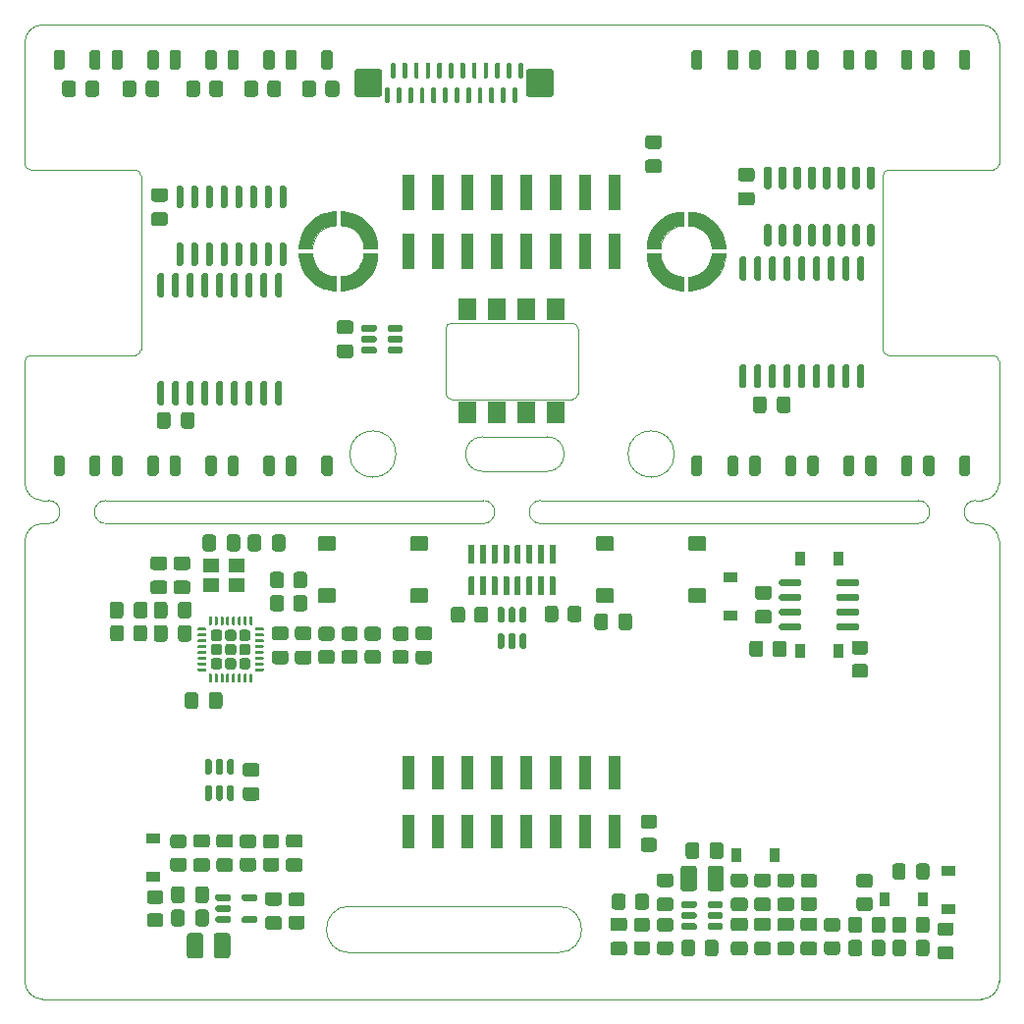
<source format=gbr>
G04 #@! TF.GenerationSoftware,KiCad,Pcbnew,6.0.10+dfsg-1~bpo11+1*
G04 #@! TF.ProjectId,project,70726f6a-6563-4742-9e6b-696361645f70,rev?*
G04 #@! TF.SameCoordinates,Original*
G04 #@! TF.FileFunction,Paste,Top*
G04 #@! TF.FilePolarity,Positive*
%FSLAX46Y46*%
G04 Gerber Fmt 4.6, Leading zero omitted, Abs format (unit mm)*
%MOMM*%
%LPD*%
G01*
G04 APERTURE LIST*
G04 #@! TA.AperFunction,Profile*
%ADD10C,0.100000*%
G04 #@! TD*
G04 #@! TA.AperFunction,Profile*
%ADD11C,0.120000*%
G04 #@! TD*
%ADD12C,0.120000*%
%ADD13R,1.500000X1.850000*%
%ADD14R,0.900000X1.200000*%
%ADD15R,1.400000X1.200000*%
%ADD16R,1.200000X0.900000*%
%ADD17R,1.000000X3.150000*%
%ADD18R,1.000000X3.000000*%
G04 APERTURE END LIST*
D10*
X208262500Y-111537500D02*
G75*
G03*
X208262500Y-113537500I0J-1000000D01*
G01*
X127762500Y-70537500D02*
G75*
G03*
X126262500Y-72037500I0J-1500000D01*
G01*
X127762500Y-113537500D02*
X128262500Y-113537500D01*
X171262500Y-106037500D02*
X165762500Y-106037500D01*
X172262500Y-150537500D02*
G75*
G03*
X172262500Y-146537500I0J2000000D01*
G01*
X133262500Y-113537500D02*
X165762500Y-113537500D01*
X158262500Y-107537500D02*
G75*
G03*
X158262500Y-107537500I-2000000J0D01*
G01*
X210262500Y-72037500D02*
G75*
G03*
X208762500Y-70537500I-1500000J0D01*
G01*
X126262500Y-99537500D02*
X126262500Y-110037500D01*
X165762500Y-111537500D02*
X133262500Y-111537500D01*
X200262500Y-98537500D02*
X200262500Y-83537500D01*
X208762500Y-154537500D02*
G75*
G03*
X210262500Y-153037500I0J1500000D01*
G01*
X203262500Y-111537500D02*
X170762500Y-111537500D01*
X126262500Y-153037500D02*
X126262500Y-115037500D01*
X200762500Y-83037500D02*
X209762500Y-83037500D01*
X210262500Y-115037500D02*
X210262500Y-153037500D01*
X127762500Y-113537500D02*
G75*
G03*
X126262500Y-115037500I0J-1500000D01*
G01*
X208762500Y-70537500D02*
X127762500Y-70537500D01*
X133262500Y-111537500D02*
G75*
G03*
X133262500Y-113537500I0J-1000000D01*
G01*
X209762500Y-99037500D02*
X200762500Y-99037500D01*
X171262500Y-109037500D02*
G75*
G03*
X171262500Y-106037500I0J1500000D01*
G01*
X135762500Y-99037500D02*
G75*
G03*
X136262500Y-98537500I0J500000D01*
G01*
X182262500Y-107537500D02*
G75*
G03*
X182262500Y-107537500I-2000000J0D01*
G01*
X165762500Y-106037500D02*
G75*
G03*
X165762500Y-109037500I0J-1500000D01*
G01*
X200262500Y-98537500D02*
G75*
G03*
X200762500Y-99037500I500000J0D01*
G01*
X135762500Y-99037500D02*
X126762500Y-99037500D01*
X170762500Y-113537500D02*
X203262500Y-113537500D01*
X126262500Y-110037500D02*
G75*
G03*
X127762500Y-111537500I1500000J0D01*
G01*
X210262500Y-82537500D02*
X210262500Y-72037500D01*
X172262500Y-150537500D02*
X154262500Y-150537500D01*
X126262500Y-82537500D02*
G75*
G03*
X126762500Y-83037500I500000J0D01*
G01*
X208762500Y-111537500D02*
X208262500Y-111537500D01*
X126262500Y-153037500D02*
G75*
G03*
X127762500Y-154537500I1500000J0D01*
G01*
X154262500Y-146537500D02*
X172262500Y-146537500D01*
X165762500Y-113537500D02*
G75*
G03*
X165762500Y-111537500I0J1000000D01*
G01*
X126762500Y-99037500D02*
G75*
G03*
X126262500Y-99537500I0J-500000D01*
G01*
X208262500Y-113537500D02*
X208762500Y-113537500D01*
X200762500Y-83037500D02*
G75*
G03*
X200262500Y-83537500I0J-500000D01*
G01*
X203262500Y-113537500D02*
G75*
G03*
X203262500Y-111537500I0J1000000D01*
G01*
X208762500Y-111537500D02*
G75*
G03*
X210262500Y-110037500I0J1500000D01*
G01*
X136262500Y-83537500D02*
X136262500Y-98537500D01*
X128262500Y-113537500D02*
G75*
G03*
X128262500Y-111537500I0J1000000D01*
G01*
X165762500Y-109037500D02*
X171262500Y-109037500D01*
X170762500Y-111537500D02*
G75*
G03*
X170762500Y-113537500I0J-1000000D01*
G01*
X126262500Y-72037500D02*
X126262500Y-82537500D01*
X154262500Y-146537500D02*
G75*
G03*
X154262500Y-150537500I0J-2000000D01*
G01*
X210262500Y-115037500D02*
G75*
G03*
X208762500Y-113537500I-1500000J0D01*
G01*
X209762500Y-83037500D02*
G75*
G03*
X210262500Y-82537500I0J500000D01*
G01*
X136262500Y-83537500D02*
G75*
G03*
X135762500Y-83037500I-500000J0D01*
G01*
X210262500Y-99537500D02*
X210262500Y-110037500D01*
X127762500Y-111537500D02*
X128262500Y-111537500D01*
X126762500Y-83037500D02*
X135762500Y-83037500D01*
X208762500Y-154537500D02*
X127762500Y-154537500D01*
X210262500Y-99537500D02*
G75*
G03*
X209762500Y-99037500I-500000J0D01*
G01*
D11*
X162562500Y-102337500D02*
X162562500Y-96737500D01*
X173462500Y-102837500D02*
X163062500Y-102837500D01*
X163062500Y-96237500D02*
X173462500Y-96237500D01*
X173962500Y-96737500D02*
X173962500Y-102337500D01*
X163062500Y-96237500D02*
G75*
G03*
X162562500Y-96737500I1J-500001D01*
G01*
X173462500Y-102837500D02*
G75*
G03*
X173962500Y-102337500I0J500000D01*
G01*
X173962500Y-96737500D02*
G75*
G03*
X173462500Y-96237500I-500001J-1D01*
G01*
X162562500Y-102337500D02*
G75*
G03*
X163062500Y-102837500I500000J0D01*
G01*
G36*
X186660075Y-90417072D02*
G01*
X186619864Y-90773958D01*
X186539947Y-91124097D01*
X186421329Y-91463087D01*
X186265503Y-91786665D01*
X186074427Y-92090761D01*
X185850504Y-92371551D01*
X185596551Y-92625504D01*
X185315761Y-92849427D01*
X185011665Y-93040503D01*
X184688087Y-93196329D01*
X184349097Y-93314947D01*
X183998958Y-93394864D01*
X183642072Y-93435075D01*
X183462500Y-93437500D01*
X183462500Y-92237500D01*
X183605369Y-92235072D01*
X183888199Y-92194408D01*
X184162363Y-92113906D01*
X184422280Y-91995206D01*
X184662659Y-91840724D01*
X184878605Y-91653605D01*
X185065724Y-91437659D01*
X185220206Y-91197280D01*
X185338906Y-90937363D01*
X185419408Y-90663199D01*
X185460072Y-90380369D01*
X185462500Y-90237500D01*
X186662500Y-90237500D01*
X186660075Y-90417072D01*
G37*
D12*
X186660075Y-90417072D02*
X186619864Y-90773958D01*
X186539947Y-91124097D01*
X186421329Y-91463087D01*
X186265503Y-91786665D01*
X186074427Y-92090761D01*
X185850504Y-92371551D01*
X185596551Y-92625504D01*
X185315761Y-92849427D01*
X185011665Y-93040503D01*
X184688087Y-93196329D01*
X184349097Y-93314947D01*
X183998958Y-93394864D01*
X183642072Y-93435075D01*
X183462500Y-93437500D01*
X183462500Y-92237500D01*
X183605369Y-92235072D01*
X183888199Y-92194408D01*
X184162363Y-92113906D01*
X184422280Y-91995206D01*
X184662659Y-91840724D01*
X184878605Y-91653605D01*
X185065724Y-91437659D01*
X185220206Y-91197280D01*
X185338906Y-90937363D01*
X185419408Y-90663199D01*
X185460072Y-90380369D01*
X185462500Y-90237500D01*
X186662500Y-90237500D01*
X186660075Y-90417072D01*
G36*
X181064928Y-90380369D02*
G01*
X181105592Y-90663199D01*
X181186094Y-90937363D01*
X181304794Y-91197280D01*
X181459276Y-91437659D01*
X181646395Y-91653605D01*
X181862341Y-91840724D01*
X182102720Y-91995206D01*
X182362637Y-92113906D01*
X182636801Y-92194408D01*
X182919631Y-92235072D01*
X183062500Y-92237500D01*
X183062500Y-93437500D01*
X182882928Y-93435075D01*
X182526042Y-93394864D01*
X182175903Y-93314947D01*
X181836913Y-93196329D01*
X181513335Y-93040503D01*
X181209239Y-92849427D01*
X180928449Y-92625504D01*
X180674496Y-92371551D01*
X180450573Y-92090761D01*
X180259497Y-91786665D01*
X180103671Y-91463087D01*
X179985053Y-91124097D01*
X179905136Y-90773958D01*
X179864925Y-90417072D01*
X179862500Y-90237500D01*
X181062500Y-90237500D01*
X181064928Y-90380369D01*
G37*
X181064928Y-90380369D02*
X181105592Y-90663199D01*
X181186094Y-90937363D01*
X181304794Y-91197280D01*
X181459276Y-91437659D01*
X181646395Y-91653605D01*
X181862341Y-91840724D01*
X182102720Y-91995206D01*
X182362637Y-92113906D01*
X182636801Y-92194408D01*
X182919631Y-92235072D01*
X183062500Y-92237500D01*
X183062500Y-93437500D01*
X182882928Y-93435075D01*
X182526042Y-93394864D01*
X182175903Y-93314947D01*
X181836913Y-93196329D01*
X181513335Y-93040503D01*
X181209239Y-92849427D01*
X180928449Y-92625504D01*
X180674496Y-92371551D01*
X180450573Y-92090761D01*
X180259497Y-91786665D01*
X180103671Y-91463087D01*
X179985053Y-91124097D01*
X179905136Y-90773958D01*
X179864925Y-90417072D01*
X179862500Y-90237500D01*
X181062500Y-90237500D01*
X181064928Y-90380369D01*
G36*
X183062500Y-87837500D02*
G01*
X182919631Y-87839928D01*
X182636801Y-87880592D01*
X182362637Y-87961094D01*
X182102720Y-88079794D01*
X181862341Y-88234276D01*
X181646395Y-88421395D01*
X181459276Y-88637341D01*
X181304794Y-88877720D01*
X181186094Y-89137637D01*
X181105592Y-89411801D01*
X181064928Y-89694631D01*
X181062500Y-89837500D01*
X179862500Y-89837500D01*
X179864925Y-89657928D01*
X179905136Y-89301042D01*
X179985053Y-88950903D01*
X180103671Y-88611913D01*
X180259497Y-88288335D01*
X180450573Y-87984239D01*
X180674496Y-87703449D01*
X180928449Y-87449496D01*
X181209239Y-87225573D01*
X181513335Y-87034497D01*
X181836913Y-86878671D01*
X182175903Y-86760053D01*
X182526042Y-86680136D01*
X182882928Y-86639925D01*
X183062500Y-86637500D01*
X183062500Y-87837500D01*
G37*
X183062500Y-87837500D02*
X182919631Y-87839928D01*
X182636801Y-87880592D01*
X182362637Y-87961094D01*
X182102720Y-88079794D01*
X181862341Y-88234276D01*
X181646395Y-88421395D01*
X181459276Y-88637341D01*
X181304794Y-88877720D01*
X181186094Y-89137637D01*
X181105592Y-89411801D01*
X181064928Y-89694631D01*
X181062500Y-89837500D01*
X179862500Y-89837500D01*
X179864925Y-89657928D01*
X179905136Y-89301042D01*
X179985053Y-88950903D01*
X180103671Y-88611913D01*
X180259497Y-88288335D01*
X180450573Y-87984239D01*
X180674496Y-87703449D01*
X180928449Y-87449496D01*
X181209239Y-87225573D01*
X181513335Y-87034497D01*
X181836913Y-86878671D01*
X182175903Y-86760053D01*
X182526042Y-86680136D01*
X182882928Y-86639925D01*
X183062500Y-86637500D01*
X183062500Y-87837500D01*
G36*
X183642067Y-86640017D02*
G01*
X183998942Y-86680227D01*
X184349072Y-86760142D01*
X184688052Y-86878756D01*
X185011620Y-87034579D01*
X185315707Y-87225649D01*
X185596489Y-87449565D01*
X185850435Y-87703511D01*
X186074351Y-87984293D01*
X186265421Y-88288380D01*
X186421244Y-88611948D01*
X186539858Y-88950928D01*
X186619773Y-89301058D01*
X186659983Y-89657933D01*
X186662500Y-89837500D01*
X185462500Y-89837500D01*
X185460072Y-89694631D01*
X185419408Y-89411801D01*
X185338906Y-89137637D01*
X185220206Y-88877720D01*
X185065724Y-88637341D01*
X184878605Y-88421395D01*
X184662659Y-88234276D01*
X184422280Y-88079794D01*
X184162363Y-87961094D01*
X183888199Y-87880592D01*
X183605369Y-87839928D01*
X183462500Y-87837500D01*
X183462500Y-86637500D01*
X183642067Y-86640017D01*
G37*
X183642067Y-86640017D02*
X183998942Y-86680227D01*
X184349072Y-86760142D01*
X184688052Y-86878756D01*
X185011620Y-87034579D01*
X185315707Y-87225649D01*
X185596489Y-87449565D01*
X185850435Y-87703511D01*
X186074351Y-87984293D01*
X186265421Y-88288380D01*
X186421244Y-88611948D01*
X186539858Y-88950928D01*
X186619773Y-89301058D01*
X186659983Y-89657933D01*
X186662500Y-89837500D01*
X185462500Y-89837500D01*
X185460072Y-89694631D01*
X185419408Y-89411801D01*
X185338906Y-89137637D01*
X185220206Y-88877720D01*
X185065724Y-88637341D01*
X184878605Y-88421395D01*
X184662659Y-88234276D01*
X184422280Y-88079794D01*
X184162363Y-87961094D01*
X183888199Y-87880592D01*
X183605369Y-87839928D01*
X183462500Y-87837500D01*
X183462500Y-86637500D01*
X183642067Y-86640017D01*
G36*
X153062500Y-87812500D02*
G01*
X152919631Y-87814928D01*
X152636801Y-87855592D01*
X152362637Y-87936094D01*
X152102720Y-88054794D01*
X151862341Y-88209276D01*
X151646395Y-88396395D01*
X151459276Y-88612341D01*
X151304794Y-88852720D01*
X151186094Y-89112637D01*
X151105592Y-89386801D01*
X151064928Y-89669631D01*
X151062500Y-89812500D01*
X149862500Y-89812500D01*
X149864925Y-89632928D01*
X149905136Y-89276042D01*
X149985053Y-88925903D01*
X150103671Y-88586913D01*
X150259497Y-88263335D01*
X150450573Y-87959239D01*
X150674496Y-87678449D01*
X150928449Y-87424496D01*
X151209239Y-87200573D01*
X151513335Y-87009497D01*
X151836913Y-86853671D01*
X152175903Y-86735053D01*
X152526042Y-86655136D01*
X152882928Y-86614925D01*
X153062500Y-86612500D01*
X153062500Y-87812500D01*
G37*
X153062500Y-87812500D02*
X152919631Y-87814928D01*
X152636801Y-87855592D01*
X152362637Y-87936094D01*
X152102720Y-88054794D01*
X151862341Y-88209276D01*
X151646395Y-88396395D01*
X151459276Y-88612341D01*
X151304794Y-88852720D01*
X151186094Y-89112637D01*
X151105592Y-89386801D01*
X151064928Y-89669631D01*
X151062500Y-89812500D01*
X149862500Y-89812500D01*
X149864925Y-89632928D01*
X149905136Y-89276042D01*
X149985053Y-88925903D01*
X150103671Y-88586913D01*
X150259497Y-88263335D01*
X150450573Y-87959239D01*
X150674496Y-87678449D01*
X150928449Y-87424496D01*
X151209239Y-87200573D01*
X151513335Y-87009497D01*
X151836913Y-86853671D01*
X152175903Y-86735053D01*
X152526042Y-86655136D01*
X152882928Y-86614925D01*
X153062500Y-86612500D01*
X153062500Y-87812500D01*
G36*
X156660075Y-90392072D02*
G01*
X156619864Y-90748958D01*
X156539947Y-91099097D01*
X156421329Y-91438087D01*
X156265503Y-91761665D01*
X156074427Y-92065761D01*
X155850504Y-92346551D01*
X155596551Y-92600504D01*
X155315761Y-92824427D01*
X155011665Y-93015503D01*
X154688087Y-93171329D01*
X154349097Y-93289947D01*
X153998958Y-93369864D01*
X153642072Y-93410075D01*
X153462500Y-93412500D01*
X153462500Y-92212500D01*
X153605369Y-92210072D01*
X153888199Y-92169408D01*
X154162363Y-92088906D01*
X154422280Y-91970206D01*
X154662659Y-91815724D01*
X154878605Y-91628605D01*
X155065724Y-91412659D01*
X155220206Y-91172280D01*
X155338906Y-90912363D01*
X155419408Y-90638199D01*
X155460072Y-90355369D01*
X155462500Y-90212500D01*
X156662500Y-90212500D01*
X156660075Y-90392072D01*
G37*
X156660075Y-90392072D02*
X156619864Y-90748958D01*
X156539947Y-91099097D01*
X156421329Y-91438087D01*
X156265503Y-91761665D01*
X156074427Y-92065761D01*
X155850504Y-92346551D01*
X155596551Y-92600504D01*
X155315761Y-92824427D01*
X155011665Y-93015503D01*
X154688087Y-93171329D01*
X154349097Y-93289947D01*
X153998958Y-93369864D01*
X153642072Y-93410075D01*
X153462500Y-93412500D01*
X153462500Y-92212500D01*
X153605369Y-92210072D01*
X153888199Y-92169408D01*
X154162363Y-92088906D01*
X154422280Y-91970206D01*
X154662659Y-91815724D01*
X154878605Y-91628605D01*
X155065724Y-91412659D01*
X155220206Y-91172280D01*
X155338906Y-90912363D01*
X155419408Y-90638199D01*
X155460072Y-90355369D01*
X155462500Y-90212500D01*
X156662500Y-90212500D01*
X156660075Y-90392072D01*
G36*
X151064928Y-90355369D02*
G01*
X151105592Y-90638199D01*
X151186094Y-90912363D01*
X151304794Y-91172280D01*
X151459276Y-91412659D01*
X151646395Y-91628605D01*
X151862341Y-91815724D01*
X152102720Y-91970206D01*
X152362637Y-92088906D01*
X152636801Y-92169408D01*
X152919631Y-92210072D01*
X153062500Y-92212500D01*
X153062500Y-93412500D01*
X152882928Y-93410075D01*
X152526042Y-93369864D01*
X152175903Y-93289947D01*
X151836913Y-93171329D01*
X151513335Y-93015503D01*
X151209239Y-92824427D01*
X150928449Y-92600504D01*
X150674496Y-92346551D01*
X150450573Y-92065761D01*
X150259497Y-91761665D01*
X150103671Y-91438087D01*
X149985053Y-91099097D01*
X149905136Y-90748958D01*
X149864925Y-90392072D01*
X149862500Y-90212500D01*
X151062500Y-90212500D01*
X151064928Y-90355369D01*
G37*
X151064928Y-90355369D02*
X151105592Y-90638199D01*
X151186094Y-90912363D01*
X151304794Y-91172280D01*
X151459276Y-91412659D01*
X151646395Y-91628605D01*
X151862341Y-91815724D01*
X152102720Y-91970206D01*
X152362637Y-92088906D01*
X152636801Y-92169408D01*
X152919631Y-92210072D01*
X153062500Y-92212500D01*
X153062500Y-93412500D01*
X152882928Y-93410075D01*
X152526042Y-93369864D01*
X152175903Y-93289947D01*
X151836913Y-93171329D01*
X151513335Y-93015503D01*
X151209239Y-92824427D01*
X150928449Y-92600504D01*
X150674496Y-92346551D01*
X150450573Y-92065761D01*
X150259497Y-91761665D01*
X150103671Y-91438087D01*
X149985053Y-91099097D01*
X149905136Y-90748958D01*
X149864925Y-90392072D01*
X149862500Y-90212500D01*
X151062500Y-90212500D01*
X151064928Y-90355369D01*
G36*
X153642067Y-86615017D02*
G01*
X153998942Y-86655227D01*
X154349072Y-86735142D01*
X154688052Y-86853756D01*
X155011620Y-87009579D01*
X155315707Y-87200649D01*
X155596489Y-87424565D01*
X155850435Y-87678511D01*
X156074351Y-87959293D01*
X156265421Y-88263380D01*
X156421244Y-88586948D01*
X156539858Y-88925928D01*
X156619773Y-89276058D01*
X156659983Y-89632933D01*
X156662500Y-89812500D01*
X155462500Y-89812500D01*
X155460072Y-89669631D01*
X155419408Y-89386801D01*
X155338906Y-89112637D01*
X155220206Y-88852720D01*
X155065724Y-88612341D01*
X154878605Y-88396395D01*
X154662659Y-88209276D01*
X154422280Y-88054794D01*
X154162363Y-87936094D01*
X153888199Y-87855592D01*
X153605369Y-87814928D01*
X153462500Y-87812500D01*
X153462500Y-86612500D01*
X153642067Y-86615017D01*
G37*
X153642067Y-86615017D02*
X153998942Y-86655227D01*
X154349072Y-86735142D01*
X154688052Y-86853756D01*
X155011620Y-87009579D01*
X155315707Y-87200649D01*
X155596489Y-87424565D01*
X155850435Y-87678511D01*
X156074351Y-87959293D01*
X156265421Y-88263380D01*
X156421244Y-88586948D01*
X156539858Y-88925928D01*
X156619773Y-89276058D01*
X156659983Y-89632933D01*
X156662500Y-89812500D01*
X155462500Y-89812500D01*
X155460072Y-89669631D01*
X155419408Y-89386801D01*
X155338906Y-89112637D01*
X155220206Y-88852720D01*
X155065724Y-88612341D01*
X154878605Y-88396395D01*
X154662659Y-88209276D01*
X154422280Y-88054794D01*
X154162363Y-87936094D01*
X153888199Y-87855592D01*
X153605369Y-87814928D01*
X153462500Y-87812500D01*
X153462500Y-86612500D01*
X153642067Y-86615017D01*
G36*
G01*
X148167500Y-148567500D02*
X147217500Y-148567500D01*
G75*
G02*
X146967500Y-148317500I0J250000D01*
G01*
X146967500Y-147642500D01*
G75*
G02*
X147217500Y-147392500I250000J0D01*
G01*
X148167500Y-147392500D01*
G75*
G02*
X148417500Y-147642500I0J-250000D01*
G01*
X148417500Y-148317500D01*
G75*
G02*
X148167500Y-148567500I-250000J0D01*
G01*
G37*
G36*
G01*
X148167500Y-146492500D02*
X147217500Y-146492500D01*
G75*
G02*
X146967500Y-146242500I0J250000D01*
G01*
X146967500Y-145567500D01*
G75*
G02*
X147217500Y-145317500I250000J0D01*
G01*
X148167500Y-145317500D01*
G75*
G02*
X148417500Y-145567500I0J-250000D01*
G01*
X148417500Y-146242500D01*
G75*
G02*
X148167500Y-146492500I-250000J0D01*
G01*
G37*
D13*
X172072500Y-95092500D03*
X169532500Y-95092500D03*
X166992500Y-95092500D03*
X164452500Y-95092500D03*
X164452500Y-103982500D03*
X166992500Y-103982500D03*
X169532500Y-103982500D03*
X172072500Y-103982500D03*
G36*
G01*
X180937500Y-83300000D02*
X179987500Y-83300000D01*
G75*
G02*
X179737500Y-83050000I0J250000D01*
G01*
X179737500Y-82375000D01*
G75*
G02*
X179987500Y-82125000I250000J0D01*
G01*
X180937500Y-82125000D01*
G75*
G02*
X181187500Y-82375000I0J-250000D01*
G01*
X181187500Y-83050000D01*
G75*
G02*
X180937500Y-83300000I-250000J0D01*
G01*
G37*
G36*
G01*
X180937500Y-81225000D02*
X179987500Y-81225000D01*
G75*
G02*
X179737500Y-80975000I0J250000D01*
G01*
X179737500Y-80300000D01*
G75*
G02*
X179987500Y-80050000I250000J0D01*
G01*
X180937500Y-80050000D01*
G75*
G02*
X181187500Y-80300000I0J-250000D01*
G01*
X181187500Y-80975000D01*
G75*
G02*
X180937500Y-81225000I-250000J0D01*
G01*
G37*
G36*
G01*
X205212500Y-147937500D02*
X206112500Y-147937500D01*
G75*
G02*
X206362500Y-148187500I0J-250000D01*
G01*
X206362500Y-148837500D01*
G75*
G02*
X206112500Y-149087500I-250000J0D01*
G01*
X205212500Y-149087500D01*
G75*
G02*
X204962500Y-148837500I0J250000D01*
G01*
X204962500Y-148187500D01*
G75*
G02*
X205212500Y-147937500I250000J0D01*
G01*
G37*
G36*
G01*
X205212500Y-149987500D02*
X206112500Y-149987500D01*
G75*
G02*
X206362500Y-150237500I0J-250000D01*
G01*
X206362500Y-150887500D01*
G75*
G02*
X206112500Y-151137500I-250000J0D01*
G01*
X205212500Y-151137500D01*
G75*
G02*
X204962500Y-150887500I0J250000D01*
G01*
X204962500Y-150237500D01*
G75*
G02*
X205212500Y-149987500I250000J0D01*
G01*
G37*
G36*
G01*
X145475000Y-115675000D02*
X145475000Y-114725000D01*
G75*
G02*
X145725000Y-114475000I250000J0D01*
G01*
X146400000Y-114475000D01*
G75*
G02*
X146650000Y-114725000I0J-250000D01*
G01*
X146650000Y-115675000D01*
G75*
G02*
X146400000Y-115925000I-250000J0D01*
G01*
X145725000Y-115925000D01*
G75*
G02*
X145475000Y-115675000I0J250000D01*
G01*
G37*
G36*
G01*
X147550000Y-115675000D02*
X147550000Y-114725000D01*
G75*
G02*
X147800000Y-114475000I250000J0D01*
G01*
X148475000Y-114475000D01*
G75*
G02*
X148725000Y-114725000I0J-250000D01*
G01*
X148725000Y-115675000D01*
G75*
G02*
X148475000Y-115925000I-250000J0D01*
G01*
X147800000Y-115925000D01*
G75*
G02*
X147550000Y-115675000I0J250000D01*
G01*
G37*
G36*
G01*
X187387500Y-147512500D02*
X188337500Y-147512500D01*
G75*
G02*
X188587500Y-147762500I0J-250000D01*
G01*
X188587500Y-148437500D01*
G75*
G02*
X188337500Y-148687500I-250000J0D01*
G01*
X187387500Y-148687500D01*
G75*
G02*
X187137500Y-148437500I0J250000D01*
G01*
X187137500Y-147762500D01*
G75*
G02*
X187387500Y-147512500I250000J0D01*
G01*
G37*
G36*
G01*
X187387500Y-149587500D02*
X188337500Y-149587500D01*
G75*
G02*
X188587500Y-149837500I0J-250000D01*
G01*
X188587500Y-150512500D01*
G75*
G02*
X188337500Y-150762500I-250000J0D01*
G01*
X187387500Y-150762500D01*
G75*
G02*
X187137500Y-150512500I0J250000D01*
G01*
X187137500Y-149837500D01*
G75*
G02*
X187387500Y-149587500I250000J0D01*
G01*
G37*
G36*
G01*
X140625000Y-122525000D02*
X140625000Y-123475000D01*
G75*
G02*
X140375000Y-123725000I-250000J0D01*
G01*
X139700000Y-123725000D01*
G75*
G02*
X139450000Y-123475000I0J250000D01*
G01*
X139450000Y-122525000D01*
G75*
G02*
X139700000Y-122275000I250000J0D01*
G01*
X140375000Y-122275000D01*
G75*
G02*
X140625000Y-122525000I0J-250000D01*
G01*
G37*
G36*
G01*
X138550000Y-122525000D02*
X138550000Y-123475000D01*
G75*
G02*
X138300000Y-123725000I-250000J0D01*
G01*
X137625000Y-123725000D01*
G75*
G02*
X137375000Y-123475000I0J250000D01*
G01*
X137375000Y-122525000D01*
G75*
G02*
X137625000Y-122275000I250000J0D01*
G01*
X138300000Y-122275000D01*
G75*
G02*
X138550000Y-122525000I0J-250000D01*
G01*
G37*
G36*
G01*
X196312500Y-150737500D02*
X195412500Y-150737500D01*
G75*
G02*
X195162500Y-150487500I0J250000D01*
G01*
X195162500Y-149787500D01*
G75*
G02*
X195412500Y-149537500I250000J0D01*
G01*
X196312500Y-149537500D01*
G75*
G02*
X196562500Y-149787500I0J-250000D01*
G01*
X196562500Y-150487500D01*
G75*
G02*
X196312500Y-150737500I-250000J0D01*
G01*
G37*
G36*
G01*
X196312500Y-148737500D02*
X195412500Y-148737500D01*
G75*
G02*
X195162500Y-148487500I0J250000D01*
G01*
X195162500Y-147787500D01*
G75*
G02*
X195412500Y-147537500I250000J0D01*
G01*
X196312500Y-147537500D01*
G75*
G02*
X196562500Y-147787500I0J-250000D01*
G01*
X196562500Y-148487500D01*
G75*
G02*
X196312500Y-148737500I-250000J0D01*
G01*
G37*
G36*
G01*
X182862500Y-150587500D02*
X182862500Y-149687500D01*
G75*
G02*
X183112500Y-149437500I250000J0D01*
G01*
X183812500Y-149437500D01*
G75*
G02*
X184062500Y-149687500I0J-250000D01*
G01*
X184062500Y-150587500D01*
G75*
G02*
X183812500Y-150837500I-250000J0D01*
G01*
X183112500Y-150837500D01*
G75*
G02*
X182862500Y-150587500I0J250000D01*
G01*
G37*
G36*
G01*
X184862500Y-150587500D02*
X184862500Y-149687500D01*
G75*
G02*
X185112500Y-149437500I250000J0D01*
G01*
X185812500Y-149437500D01*
G75*
G02*
X186062500Y-149687500I0J-250000D01*
G01*
X186062500Y-150587500D01*
G75*
G02*
X185812500Y-150837500I-250000J0D01*
G01*
X185112500Y-150837500D01*
G75*
G02*
X184862500Y-150587500I0J250000D01*
G01*
G37*
G36*
G01*
X150600000Y-119950000D02*
X150600000Y-120850000D01*
G75*
G02*
X150350000Y-121100000I-250000J0D01*
G01*
X149650000Y-121100000D01*
G75*
G02*
X149400000Y-120850000I0J250000D01*
G01*
X149400000Y-119950000D01*
G75*
G02*
X149650000Y-119700000I250000J0D01*
G01*
X150350000Y-119700000D01*
G75*
G02*
X150600000Y-119950000I0J-250000D01*
G01*
G37*
G36*
G01*
X148600000Y-119950000D02*
X148600000Y-120850000D01*
G75*
G02*
X148350000Y-121100000I-250000J0D01*
G01*
X147650000Y-121100000D01*
G75*
G02*
X147400000Y-120850000I0J250000D01*
G01*
X147400000Y-119950000D01*
G75*
G02*
X147650000Y-119700000I250000J0D01*
G01*
X148350000Y-119700000D01*
G75*
G02*
X148600000Y-119950000I0J-250000D01*
G01*
G37*
G36*
G01*
X203737500Y-74222500D02*
X203737500Y-72852500D01*
G75*
G02*
X203927500Y-72662500I190000J0D01*
G01*
X204497500Y-72662500D01*
G75*
G02*
X204687500Y-72852500I0J-190000D01*
G01*
X204687500Y-74222500D01*
G75*
G02*
X204497500Y-74412500I-190000J0D01*
G01*
X203927500Y-74412500D01*
G75*
G02*
X203737500Y-74222500I0J190000D01*
G01*
G37*
G36*
G01*
X206837500Y-74222500D02*
X206837500Y-72852500D01*
G75*
G02*
X207027500Y-72662500I190000J0D01*
G01*
X207597500Y-72662500D01*
G75*
G02*
X207787500Y-72852500I0J-190000D01*
G01*
X207787500Y-74222500D01*
G75*
G02*
X207597500Y-74412500I-190000J0D01*
G01*
X207027500Y-74412500D01*
G75*
G02*
X206837500Y-74222500I0J190000D01*
G01*
G37*
G36*
G01*
X145042500Y-140342500D02*
X145942500Y-140342500D01*
G75*
G02*
X146192500Y-140592500I0J-250000D01*
G01*
X146192500Y-141292500D01*
G75*
G02*
X145942500Y-141542500I-250000J0D01*
G01*
X145042500Y-141542500D01*
G75*
G02*
X144792500Y-141292500I0J250000D01*
G01*
X144792500Y-140592500D01*
G75*
G02*
X145042500Y-140342500I250000J0D01*
G01*
G37*
G36*
G01*
X145042500Y-142342500D02*
X145942500Y-142342500D01*
G75*
G02*
X146192500Y-142592500I0J-250000D01*
G01*
X146192500Y-143292500D01*
G75*
G02*
X145942500Y-143542500I-250000J0D01*
G01*
X145042500Y-143542500D01*
G75*
G02*
X144792500Y-143292500I0J250000D01*
G01*
X144792500Y-142592500D01*
G75*
G02*
X145042500Y-142342500I250000J0D01*
G01*
G37*
D14*
X193087500Y-124537500D03*
X196387500Y-124537500D03*
G36*
G01*
X183737500Y-74222500D02*
X183737500Y-72852500D01*
G75*
G02*
X183927500Y-72662500I190000J0D01*
G01*
X184497500Y-72662500D01*
G75*
G02*
X184687500Y-72852500I0J-190000D01*
G01*
X184687500Y-74222500D01*
G75*
G02*
X184497500Y-74412500I-190000J0D01*
G01*
X183927500Y-74412500D01*
G75*
G02*
X183737500Y-74222500I0J190000D01*
G01*
G37*
G36*
G01*
X186837500Y-74222500D02*
X186837500Y-72852500D01*
G75*
G02*
X187027500Y-72662500I190000J0D01*
G01*
X187597500Y-72662500D01*
G75*
G02*
X187787500Y-72852500I0J-190000D01*
G01*
X187787500Y-74222500D01*
G75*
G02*
X187597500Y-74412500I-190000J0D01*
G01*
X187027500Y-74412500D01*
G75*
G02*
X186837500Y-74222500I0J190000D01*
G01*
G37*
G36*
G01*
X128737500Y-109222500D02*
X128737500Y-107852500D01*
G75*
G02*
X128927500Y-107662500I190000J0D01*
G01*
X129497500Y-107662500D01*
G75*
G02*
X129687500Y-107852500I0J-190000D01*
G01*
X129687500Y-109222500D01*
G75*
G02*
X129497500Y-109412500I-190000J0D01*
G01*
X128927500Y-109412500D01*
G75*
G02*
X128737500Y-109222500I0J190000D01*
G01*
G37*
G36*
G01*
X131837500Y-109222500D02*
X131837500Y-107852500D01*
G75*
G02*
X132027500Y-107662500I190000J0D01*
G01*
X132597500Y-107662500D01*
G75*
G02*
X132787500Y-107852500I0J-190000D01*
G01*
X132787500Y-109222500D01*
G75*
G02*
X132597500Y-109412500I-190000J0D01*
G01*
X132027500Y-109412500D01*
G75*
G02*
X131837500Y-109222500I0J190000D01*
G01*
G37*
G36*
G01*
X200462500Y-149687500D02*
X200462500Y-150587500D01*
G75*
G02*
X200212500Y-150837500I-250000J0D01*
G01*
X199512500Y-150837500D01*
G75*
G02*
X199262500Y-150587500I0J250000D01*
G01*
X199262500Y-149687500D01*
G75*
G02*
X199512500Y-149437500I250000J0D01*
G01*
X200212500Y-149437500D01*
G75*
G02*
X200462500Y-149687500I0J-250000D01*
G01*
G37*
G36*
G01*
X198462500Y-149687500D02*
X198462500Y-150587500D01*
G75*
G02*
X198212500Y-150837500I-250000J0D01*
G01*
X197512500Y-150837500D01*
G75*
G02*
X197262500Y-150587500I0J250000D01*
G01*
X197262500Y-149687500D01*
G75*
G02*
X197512500Y-149437500I250000J0D01*
G01*
X198212500Y-149437500D01*
G75*
G02*
X198462500Y-149687500I0J-250000D01*
G01*
G37*
G36*
G01*
X133737500Y-109222500D02*
X133737500Y-107852500D01*
G75*
G02*
X133927500Y-107662500I190000J0D01*
G01*
X134497500Y-107662500D01*
G75*
G02*
X134687500Y-107852500I0J-190000D01*
G01*
X134687500Y-109222500D01*
G75*
G02*
X134497500Y-109412500I-190000J0D01*
G01*
X133927500Y-109412500D01*
G75*
G02*
X133737500Y-109222500I0J190000D01*
G01*
G37*
G36*
G01*
X136837500Y-109222500D02*
X136837500Y-107852500D01*
G75*
G02*
X137027500Y-107662500I190000J0D01*
G01*
X137597500Y-107662500D01*
G75*
G02*
X137787500Y-107852500I0J-190000D01*
G01*
X137787500Y-109222500D01*
G75*
G02*
X137597500Y-109412500I-190000J0D01*
G01*
X137027500Y-109412500D01*
G75*
G02*
X136837500Y-109222500I0J190000D01*
G01*
G37*
G36*
G01*
X148737500Y-125662500D02*
X147787500Y-125662500D01*
G75*
G02*
X147537500Y-125412500I0J250000D01*
G01*
X147537500Y-124737500D01*
G75*
G02*
X147787500Y-124487500I250000J0D01*
G01*
X148737500Y-124487500D01*
G75*
G02*
X148987500Y-124737500I0J-250000D01*
G01*
X148987500Y-125412500D01*
G75*
G02*
X148737500Y-125662500I-250000J0D01*
G01*
G37*
G36*
G01*
X148737500Y-123587500D02*
X147787500Y-123587500D01*
G75*
G02*
X147537500Y-123337500I0J250000D01*
G01*
X147537500Y-122662500D01*
G75*
G02*
X147787500Y-122412500I250000J0D01*
G01*
X148737500Y-122412500D01*
G75*
G02*
X148987500Y-122662500I0J-250000D01*
G01*
X148987500Y-123337500D01*
G75*
G02*
X148737500Y-123587500I-250000J0D01*
G01*
G37*
G36*
G01*
X189387500Y-147512500D02*
X190337500Y-147512500D01*
G75*
G02*
X190587500Y-147762500I0J-250000D01*
G01*
X190587500Y-148437500D01*
G75*
G02*
X190337500Y-148687500I-250000J0D01*
G01*
X189387500Y-148687500D01*
G75*
G02*
X189137500Y-148437500I0J250000D01*
G01*
X189137500Y-147762500D01*
G75*
G02*
X189387500Y-147512500I250000J0D01*
G01*
G37*
G36*
G01*
X189387500Y-149587500D02*
X190337500Y-149587500D01*
G75*
G02*
X190587500Y-149837500I0J-250000D01*
G01*
X190587500Y-150512500D01*
G75*
G02*
X190337500Y-150762500I-250000J0D01*
G01*
X189387500Y-150762500D01*
G75*
G02*
X189137500Y-150512500I0J250000D01*
G01*
X189137500Y-149837500D01*
G75*
G02*
X189387500Y-149587500I250000J0D01*
G01*
G37*
G36*
G01*
X198212500Y-143737500D02*
X199112500Y-143737500D01*
G75*
G02*
X199362500Y-143987500I0J-250000D01*
G01*
X199362500Y-144687500D01*
G75*
G02*
X199112500Y-144937500I-250000J0D01*
G01*
X198212500Y-144937500D01*
G75*
G02*
X197962500Y-144687500I0J250000D01*
G01*
X197962500Y-143987500D01*
G75*
G02*
X198212500Y-143737500I250000J0D01*
G01*
G37*
G36*
G01*
X198212500Y-145737500D02*
X199112500Y-145737500D01*
G75*
G02*
X199362500Y-145987500I0J-250000D01*
G01*
X199362500Y-146687500D01*
G75*
G02*
X199112500Y-146937500I-250000J0D01*
G01*
X198212500Y-146937500D01*
G75*
G02*
X197962500Y-146687500I0J250000D01*
G01*
X197962500Y-145987500D01*
G75*
G02*
X198212500Y-145737500I250000J0D01*
G01*
G37*
G36*
G01*
X158862500Y-98437500D02*
X158862500Y-98737500D01*
G75*
G02*
X158712500Y-98887500I-150000J0D01*
G01*
X157687500Y-98887500D01*
G75*
G02*
X157537500Y-98737500I0J150000D01*
G01*
X157537500Y-98437500D01*
G75*
G02*
X157687500Y-98287500I150000J0D01*
G01*
X158712500Y-98287500D01*
G75*
G02*
X158862500Y-98437500I0J-150000D01*
G01*
G37*
G36*
G01*
X158862500Y-97487500D02*
X158862500Y-97787500D01*
G75*
G02*
X158712500Y-97937500I-150000J0D01*
G01*
X157687500Y-97937500D01*
G75*
G02*
X157537500Y-97787500I0J150000D01*
G01*
X157537500Y-97487500D01*
G75*
G02*
X157687500Y-97337500I150000J0D01*
G01*
X158712500Y-97337500D01*
G75*
G02*
X158862500Y-97487500I0J-150000D01*
G01*
G37*
G36*
G01*
X158862500Y-96537500D02*
X158862500Y-96837500D01*
G75*
G02*
X158712500Y-96987500I-150000J0D01*
G01*
X157687500Y-96987500D01*
G75*
G02*
X157537500Y-96837500I0J150000D01*
G01*
X157537500Y-96537500D01*
G75*
G02*
X157687500Y-96387500I150000J0D01*
G01*
X158712500Y-96387500D01*
G75*
G02*
X158862500Y-96537500I0J-150000D01*
G01*
G37*
G36*
G01*
X156587500Y-96537500D02*
X156587500Y-96837500D01*
G75*
G02*
X156437500Y-96987500I-150000J0D01*
G01*
X155412500Y-96987500D01*
G75*
G02*
X155262500Y-96837500I0J150000D01*
G01*
X155262500Y-96537500D01*
G75*
G02*
X155412500Y-96387500I150000J0D01*
G01*
X156437500Y-96387500D01*
G75*
G02*
X156587500Y-96537500I0J-150000D01*
G01*
G37*
G36*
G01*
X156587500Y-97487500D02*
X156587500Y-97787500D01*
G75*
G02*
X156437500Y-97937500I-150000J0D01*
G01*
X155412500Y-97937500D01*
G75*
G02*
X155262500Y-97787500I0J150000D01*
G01*
X155262500Y-97487500D01*
G75*
G02*
X155412500Y-97337500I150000J0D01*
G01*
X156437500Y-97337500D01*
G75*
G02*
X156587500Y-97487500I0J-150000D01*
G01*
G37*
G36*
G01*
X156587500Y-98437500D02*
X156587500Y-98737500D01*
G75*
G02*
X156437500Y-98887500I-150000J0D01*
G01*
X155412500Y-98887500D01*
G75*
G02*
X155262500Y-98737500I0J150000D01*
G01*
X155262500Y-98437500D01*
G75*
G02*
X155412500Y-98287500I150000J0D01*
G01*
X156437500Y-98287500D01*
G75*
G02*
X156587500Y-98437500I0J-150000D01*
G01*
G37*
G36*
G01*
X190337500Y-146962500D02*
X189387500Y-146962500D01*
G75*
G02*
X189137500Y-146712500I0J250000D01*
G01*
X189137500Y-146037500D01*
G75*
G02*
X189387500Y-145787500I250000J0D01*
G01*
X190337500Y-145787500D01*
G75*
G02*
X190587500Y-146037500I0J-250000D01*
G01*
X190587500Y-146712500D01*
G75*
G02*
X190337500Y-146962500I-250000J0D01*
G01*
G37*
G36*
G01*
X190337500Y-144887500D02*
X189387500Y-144887500D01*
G75*
G02*
X189137500Y-144637500I0J250000D01*
G01*
X189137500Y-143962500D01*
G75*
G02*
X189387500Y-143712500I250000J0D01*
G01*
X190337500Y-143712500D01*
G75*
G02*
X190587500Y-143962500I0J-250000D01*
G01*
X190587500Y-144637500D01*
G75*
G02*
X190337500Y-144887500I-250000J0D01*
G01*
G37*
G36*
G01*
X139942500Y-143542500D02*
X139042500Y-143542500D01*
G75*
G02*
X138792500Y-143292500I0J250000D01*
G01*
X138792500Y-142592500D01*
G75*
G02*
X139042500Y-142342500I250000J0D01*
G01*
X139942500Y-142342500D01*
G75*
G02*
X140192500Y-142592500I0J-250000D01*
G01*
X140192500Y-143292500D01*
G75*
G02*
X139942500Y-143542500I-250000J0D01*
G01*
G37*
G36*
G01*
X139942500Y-141542500D02*
X139042500Y-141542500D01*
G75*
G02*
X138792500Y-141292500I0J250000D01*
G01*
X138792500Y-140592500D01*
G75*
G02*
X139042500Y-140342500I250000J0D01*
G01*
X139942500Y-140342500D01*
G75*
G02*
X140192500Y-140592500I0J-250000D01*
G01*
X140192500Y-141292500D01*
G75*
G02*
X139942500Y-141542500I-250000J0D01*
G01*
G37*
G36*
G01*
X200462500Y-147687500D02*
X200462500Y-148587500D01*
G75*
G02*
X200212500Y-148837500I-250000J0D01*
G01*
X199512500Y-148837500D01*
G75*
G02*
X199262500Y-148587500I0J250000D01*
G01*
X199262500Y-147687500D01*
G75*
G02*
X199512500Y-147437500I250000J0D01*
G01*
X200212500Y-147437500D01*
G75*
G02*
X200462500Y-147687500I0J-250000D01*
G01*
G37*
G36*
G01*
X198462500Y-147687500D02*
X198462500Y-148587500D01*
G75*
G02*
X198212500Y-148837500I-250000J0D01*
G01*
X197512500Y-148837500D01*
G75*
G02*
X197262500Y-148587500I0J250000D01*
G01*
X197262500Y-147687500D01*
G75*
G02*
X197512500Y-147437500I250000J0D01*
G01*
X198212500Y-147437500D01*
G75*
G02*
X198462500Y-147687500I0J-250000D01*
G01*
G37*
G36*
G01*
X132662500Y-75587500D02*
X132662500Y-76487500D01*
G75*
G02*
X132412500Y-76737500I-250000J0D01*
G01*
X131712500Y-76737500D01*
G75*
G02*
X131462500Y-76487500I0J250000D01*
G01*
X131462500Y-75587500D01*
G75*
G02*
X131712500Y-75337500I250000J0D01*
G01*
X132412500Y-75337500D01*
G75*
G02*
X132662500Y-75587500I0J-250000D01*
G01*
G37*
G36*
G01*
X130662500Y-75587500D02*
X130662500Y-76487500D01*
G75*
G02*
X130412500Y-76737500I-250000J0D01*
G01*
X129712500Y-76737500D01*
G75*
G02*
X129462500Y-76487500I0J250000D01*
G01*
X129462500Y-75587500D01*
G75*
G02*
X129712500Y-75337500I250000J0D01*
G01*
X130412500Y-75337500D01*
G75*
G02*
X130662500Y-75587500I0J-250000D01*
G01*
G37*
G36*
G01*
X148737500Y-109222500D02*
X148737500Y-107852500D01*
G75*
G02*
X148927500Y-107662500I190000J0D01*
G01*
X149497500Y-107662500D01*
G75*
G02*
X149687500Y-107852500I0J-190000D01*
G01*
X149687500Y-109222500D01*
G75*
G02*
X149497500Y-109412500I-190000J0D01*
G01*
X148927500Y-109412500D01*
G75*
G02*
X148737500Y-109222500I0J190000D01*
G01*
G37*
G36*
G01*
X151837500Y-109222500D02*
X151837500Y-107852500D01*
G75*
G02*
X152027500Y-107662500I190000J0D01*
G01*
X152597500Y-107662500D01*
G75*
G02*
X152787500Y-107852500I0J-190000D01*
G01*
X152787500Y-109222500D01*
G75*
G02*
X152597500Y-109412500I-190000J0D01*
G01*
X152027500Y-109412500D01*
G75*
G02*
X151837500Y-109222500I0J190000D01*
G01*
G37*
G36*
G01*
X203737500Y-109222500D02*
X203737500Y-107852500D01*
G75*
G02*
X203927500Y-107662500I190000J0D01*
G01*
X204497500Y-107662500D01*
G75*
G02*
X204687500Y-107852500I0J-190000D01*
G01*
X204687500Y-109222500D01*
G75*
G02*
X204497500Y-109412500I-190000J0D01*
G01*
X203927500Y-109412500D01*
G75*
G02*
X203737500Y-109222500I0J190000D01*
G01*
G37*
G36*
G01*
X206837500Y-109222500D02*
X206837500Y-107852500D01*
G75*
G02*
X207027500Y-107662500I190000J0D01*
G01*
X207597500Y-107662500D01*
G75*
G02*
X207787500Y-107852500I0J-190000D01*
G01*
X207787500Y-109222500D01*
G75*
G02*
X207597500Y-109412500I-190000J0D01*
G01*
X207027500Y-109412500D01*
G75*
G02*
X206837500Y-109222500I0J190000D01*
G01*
G37*
G36*
G01*
X188337500Y-146962500D02*
X187387500Y-146962500D01*
G75*
G02*
X187137500Y-146712500I0J250000D01*
G01*
X187137500Y-146037500D01*
G75*
G02*
X187387500Y-145787500I250000J0D01*
G01*
X188337500Y-145787500D01*
G75*
G02*
X188587500Y-146037500I0J-250000D01*
G01*
X188587500Y-146712500D01*
G75*
G02*
X188337500Y-146962500I-250000J0D01*
G01*
G37*
G36*
G01*
X188337500Y-144887500D02*
X187387500Y-144887500D01*
G75*
G02*
X187137500Y-144637500I0J250000D01*
G01*
X187137500Y-143962500D01*
G75*
G02*
X187387500Y-143712500I250000J0D01*
G01*
X188337500Y-143712500D01*
G75*
G02*
X188587500Y-143962500I0J-250000D01*
G01*
X188587500Y-144637500D01*
G75*
G02*
X188337500Y-144887500I-250000J0D01*
G01*
G37*
G36*
G01*
X148737500Y-74222500D02*
X148737500Y-72852500D01*
G75*
G02*
X148927500Y-72662500I190000J0D01*
G01*
X149497500Y-72662500D01*
G75*
G02*
X149687500Y-72852500I0J-190000D01*
G01*
X149687500Y-74222500D01*
G75*
G02*
X149497500Y-74412500I-190000J0D01*
G01*
X148927500Y-74412500D01*
G75*
G02*
X148737500Y-74222500I0J190000D01*
G01*
G37*
G36*
G01*
X151837500Y-74222500D02*
X151837500Y-72852500D01*
G75*
G02*
X152027500Y-72662500I190000J0D01*
G01*
X152597500Y-72662500D01*
G75*
G02*
X152787500Y-72852500I0J-190000D01*
G01*
X152787500Y-74222500D01*
G75*
G02*
X152597500Y-74412500I-190000J0D01*
G01*
X152027500Y-74412500D01*
G75*
G02*
X151837500Y-74222500I0J190000D01*
G01*
G37*
D15*
X144500000Y-117150000D03*
X142300000Y-117150000D03*
X142300000Y-118850000D03*
X144500000Y-118850000D03*
G36*
G01*
X180987500Y-143712500D02*
X181937500Y-143712500D01*
G75*
G02*
X182187500Y-143962500I0J-250000D01*
G01*
X182187500Y-144637500D01*
G75*
G02*
X181937500Y-144887500I-250000J0D01*
G01*
X180987500Y-144887500D01*
G75*
G02*
X180737500Y-144637500I0J250000D01*
G01*
X180737500Y-143962500D01*
G75*
G02*
X180987500Y-143712500I250000J0D01*
G01*
G37*
G36*
G01*
X180987500Y-145787500D02*
X181937500Y-145787500D01*
G75*
G02*
X182187500Y-146037500I0J-250000D01*
G01*
X182187500Y-146712500D01*
G75*
G02*
X181937500Y-146962500I-250000J0D01*
G01*
X180987500Y-146962500D01*
G75*
G02*
X180737500Y-146712500I0J250000D01*
G01*
X180737500Y-146037500D01*
G75*
G02*
X180987500Y-145787500I250000J0D01*
G01*
G37*
G36*
G01*
X152712500Y-125637500D02*
X151812500Y-125637500D01*
G75*
G02*
X151562500Y-125387500I0J250000D01*
G01*
X151562500Y-124687500D01*
G75*
G02*
X151812500Y-124437500I250000J0D01*
G01*
X152712500Y-124437500D01*
G75*
G02*
X152962500Y-124687500I0J-250000D01*
G01*
X152962500Y-125387500D01*
G75*
G02*
X152712500Y-125637500I-250000J0D01*
G01*
G37*
G36*
G01*
X152712500Y-123637500D02*
X151812500Y-123637500D01*
G75*
G02*
X151562500Y-123387500I0J250000D01*
G01*
X151562500Y-122687500D01*
G75*
G02*
X151812500Y-122437500I250000J0D01*
G01*
X152712500Y-122437500D01*
G75*
G02*
X152962500Y-122687500I0J-250000D01*
G01*
X152962500Y-123387500D01*
G75*
G02*
X152712500Y-123637500I-250000J0D01*
G01*
G37*
G36*
G01*
X137387500Y-84612500D02*
X138337500Y-84612500D01*
G75*
G02*
X138587500Y-84862500I0J-250000D01*
G01*
X138587500Y-85537500D01*
G75*
G02*
X138337500Y-85787500I-250000J0D01*
G01*
X137387500Y-85787500D01*
G75*
G02*
X137137500Y-85537500I0J250000D01*
G01*
X137137500Y-84862500D01*
G75*
G02*
X137387500Y-84612500I250000J0D01*
G01*
G37*
G36*
G01*
X137387500Y-86687500D02*
X138337500Y-86687500D01*
G75*
G02*
X138587500Y-86937500I0J-250000D01*
G01*
X138587500Y-87612500D01*
G75*
G02*
X138337500Y-87862500I-250000J0D01*
G01*
X137387500Y-87862500D01*
G75*
G02*
X137137500Y-87612500I0J250000D01*
G01*
X137137500Y-86937500D01*
G75*
G02*
X137387500Y-86687500I250000J0D01*
G01*
G37*
G36*
G01*
X177937500Y-150762500D02*
X176987500Y-150762500D01*
G75*
G02*
X176737500Y-150512500I0J250000D01*
G01*
X176737500Y-149837500D01*
G75*
G02*
X176987500Y-149587500I250000J0D01*
G01*
X177937500Y-149587500D01*
G75*
G02*
X178187500Y-149837500I0J-250000D01*
G01*
X178187500Y-150512500D01*
G75*
G02*
X177937500Y-150762500I-250000J0D01*
G01*
G37*
G36*
G01*
X177937500Y-148687500D02*
X176987500Y-148687500D01*
G75*
G02*
X176737500Y-148437500I0J250000D01*
G01*
X176737500Y-147762500D01*
G75*
G02*
X176987500Y-147512500I250000J0D01*
G01*
X177937500Y-147512500D01*
G75*
G02*
X178187500Y-147762500I0J-250000D01*
G01*
X178187500Y-148437500D01*
G75*
G02*
X177937500Y-148687500I-250000J0D01*
G01*
G37*
D16*
X137292500Y-143992500D03*
X137292500Y-140692500D03*
G36*
G01*
X198737500Y-74222500D02*
X198737500Y-72852500D01*
G75*
G02*
X198927500Y-72662500I190000J0D01*
G01*
X199497500Y-72662500D01*
G75*
G02*
X199687500Y-72852500I0J-190000D01*
G01*
X199687500Y-74222500D01*
G75*
G02*
X199497500Y-74412500I-190000J0D01*
G01*
X198927500Y-74412500D01*
G75*
G02*
X198737500Y-74222500I0J190000D01*
G01*
G37*
G36*
G01*
X201837500Y-74222500D02*
X201837500Y-72852500D01*
G75*
G02*
X202027500Y-72662500I190000J0D01*
G01*
X202597500Y-72662500D01*
G75*
G02*
X202787500Y-72852500I0J-190000D01*
G01*
X202787500Y-74222500D01*
G75*
G02*
X202597500Y-74412500I-190000J0D01*
G01*
X202027500Y-74412500D01*
G75*
G02*
X201837500Y-74222500I0J190000D01*
G01*
G37*
G36*
G01*
X198737500Y-109222500D02*
X198737500Y-107852500D01*
G75*
G02*
X198927500Y-107662500I190000J0D01*
G01*
X199497500Y-107662500D01*
G75*
G02*
X199687500Y-107852500I0J-190000D01*
G01*
X199687500Y-109222500D01*
G75*
G02*
X199497500Y-109412500I-190000J0D01*
G01*
X198927500Y-109412500D01*
G75*
G02*
X198737500Y-109222500I0J190000D01*
G01*
G37*
G36*
G01*
X201837500Y-109222500D02*
X201837500Y-107852500D01*
G75*
G02*
X202027500Y-107662500I190000J0D01*
G01*
X202597500Y-107662500D01*
G75*
G02*
X202787500Y-107852500I0J-190000D01*
G01*
X202787500Y-109222500D01*
G75*
G02*
X202597500Y-109412500I-190000J0D01*
G01*
X202027500Y-109412500D01*
G75*
G02*
X201837500Y-109222500I0J190000D01*
G01*
G37*
G36*
G01*
X169062500Y-120737500D02*
X169362500Y-120737500D01*
G75*
G02*
X169512500Y-120887500I0J-150000D01*
G01*
X169512500Y-121912500D01*
G75*
G02*
X169362500Y-122062500I-150000J0D01*
G01*
X169062500Y-122062500D01*
G75*
G02*
X168912500Y-121912500I0J150000D01*
G01*
X168912500Y-120887500D01*
G75*
G02*
X169062500Y-120737500I150000J0D01*
G01*
G37*
G36*
G01*
X168112500Y-120737500D02*
X168412500Y-120737500D01*
G75*
G02*
X168562500Y-120887500I0J-150000D01*
G01*
X168562500Y-121912500D01*
G75*
G02*
X168412500Y-122062500I-150000J0D01*
G01*
X168112500Y-122062500D01*
G75*
G02*
X167962500Y-121912500I0J150000D01*
G01*
X167962500Y-120887500D01*
G75*
G02*
X168112500Y-120737500I150000J0D01*
G01*
G37*
G36*
G01*
X167162500Y-120737500D02*
X167462500Y-120737500D01*
G75*
G02*
X167612500Y-120887500I0J-150000D01*
G01*
X167612500Y-121912500D01*
G75*
G02*
X167462500Y-122062500I-150000J0D01*
G01*
X167162500Y-122062500D01*
G75*
G02*
X167012500Y-121912500I0J150000D01*
G01*
X167012500Y-120887500D01*
G75*
G02*
X167162500Y-120737500I150000J0D01*
G01*
G37*
G36*
G01*
X167162500Y-123012500D02*
X167462500Y-123012500D01*
G75*
G02*
X167612500Y-123162500I0J-150000D01*
G01*
X167612500Y-124187500D01*
G75*
G02*
X167462500Y-124337500I-150000J0D01*
G01*
X167162500Y-124337500D01*
G75*
G02*
X167012500Y-124187500I0J150000D01*
G01*
X167012500Y-123162500D01*
G75*
G02*
X167162500Y-123012500I150000J0D01*
G01*
G37*
G36*
G01*
X168112500Y-123012500D02*
X168412500Y-123012500D01*
G75*
G02*
X168562500Y-123162500I0J-150000D01*
G01*
X168562500Y-124187500D01*
G75*
G02*
X168412500Y-124337500I-150000J0D01*
G01*
X168112500Y-124337500D01*
G75*
G02*
X167962500Y-124187500I0J150000D01*
G01*
X167962500Y-123162500D01*
G75*
G02*
X168112500Y-123012500I150000J0D01*
G01*
G37*
G36*
G01*
X169062500Y-123012500D02*
X169362500Y-123012500D01*
G75*
G02*
X169512500Y-123162500I0J-150000D01*
G01*
X169512500Y-124187500D01*
G75*
G02*
X169362500Y-124337500I-150000J0D01*
G01*
X169062500Y-124337500D01*
G75*
G02*
X168912500Y-124187500I0J150000D01*
G01*
X168912500Y-123162500D01*
G75*
G02*
X169062500Y-123012500I150000J0D01*
G01*
G37*
G36*
G01*
X204262500Y-143087500D02*
X204262500Y-143987500D01*
G75*
G02*
X204012500Y-144237500I-250000J0D01*
G01*
X203362500Y-144237500D01*
G75*
G02*
X203112500Y-143987500I0J250000D01*
G01*
X203112500Y-143087500D01*
G75*
G02*
X203362500Y-142837500I250000J0D01*
G01*
X204012500Y-142837500D01*
G75*
G02*
X204262500Y-143087500I0J-250000D01*
G01*
G37*
G36*
G01*
X202212500Y-143087500D02*
X202212500Y-143987500D01*
G75*
G02*
X201962500Y-144237500I-250000J0D01*
G01*
X201312500Y-144237500D01*
G75*
G02*
X201062500Y-143987500I0J250000D01*
G01*
X201062500Y-143087500D01*
G75*
G02*
X201312500Y-142837500I250000J0D01*
G01*
X201962500Y-142837500D01*
G75*
G02*
X202212500Y-143087500I0J-250000D01*
G01*
G37*
G36*
G01*
X201062500Y-148587500D02*
X201062500Y-147687500D01*
G75*
G02*
X201312500Y-147437500I250000J0D01*
G01*
X202012500Y-147437500D01*
G75*
G02*
X202262500Y-147687500I0J-250000D01*
G01*
X202262500Y-148587500D01*
G75*
G02*
X202012500Y-148837500I-250000J0D01*
G01*
X201312500Y-148837500D01*
G75*
G02*
X201062500Y-148587500I0J250000D01*
G01*
G37*
G36*
G01*
X203062500Y-148587500D02*
X203062500Y-147687500D01*
G75*
G02*
X203312500Y-147437500I250000J0D01*
G01*
X204012500Y-147437500D01*
G75*
G02*
X204262500Y-147687500I0J-250000D01*
G01*
X204262500Y-148587500D01*
G75*
G02*
X204012500Y-148837500I-250000J0D01*
G01*
X203312500Y-148837500D01*
G75*
G02*
X203062500Y-148587500I0J250000D01*
G01*
G37*
G36*
G01*
X183237500Y-142212500D02*
X183237500Y-141262500D01*
G75*
G02*
X183487500Y-141012500I250000J0D01*
G01*
X184162500Y-141012500D01*
G75*
G02*
X184412500Y-141262500I0J-250000D01*
G01*
X184412500Y-142212500D01*
G75*
G02*
X184162500Y-142462500I-250000J0D01*
G01*
X183487500Y-142462500D01*
G75*
G02*
X183237500Y-142212500I0J250000D01*
G01*
G37*
G36*
G01*
X185312500Y-142212500D02*
X185312500Y-141262500D01*
G75*
G02*
X185562500Y-141012500I250000J0D01*
G01*
X186237500Y-141012500D01*
G75*
G02*
X186487500Y-141262500I0J-250000D01*
G01*
X186487500Y-142212500D01*
G75*
G02*
X186237500Y-142462500I-250000J0D01*
G01*
X185562500Y-142462500D01*
G75*
G02*
X185312500Y-142212500I0J250000D01*
G01*
G37*
G36*
G01*
X189037500Y-103762500D02*
X189037500Y-102812500D01*
G75*
G02*
X189287500Y-102562500I250000J0D01*
G01*
X189962500Y-102562500D01*
G75*
G02*
X190212500Y-102812500I0J-250000D01*
G01*
X190212500Y-103762500D01*
G75*
G02*
X189962500Y-104012500I-250000J0D01*
G01*
X189287500Y-104012500D01*
G75*
G02*
X189037500Y-103762500I0J250000D01*
G01*
G37*
G36*
G01*
X191112500Y-103762500D02*
X191112500Y-102812500D01*
G75*
G02*
X191362500Y-102562500I250000J0D01*
G01*
X192037500Y-102562500D01*
G75*
G02*
X192287500Y-102812500I0J-250000D01*
G01*
X192287500Y-103762500D01*
G75*
G02*
X192037500Y-104012500I-250000J0D01*
G01*
X191362500Y-104012500D01*
G75*
G02*
X191112500Y-103762500I0J250000D01*
G01*
G37*
G36*
G01*
X201062500Y-150587500D02*
X201062500Y-149687500D01*
G75*
G02*
X201312500Y-149437500I250000J0D01*
G01*
X202012500Y-149437500D01*
G75*
G02*
X202262500Y-149687500I0J-250000D01*
G01*
X202262500Y-150587500D01*
G75*
G02*
X202012500Y-150837500I-250000J0D01*
G01*
X201312500Y-150837500D01*
G75*
G02*
X201062500Y-150587500I0J250000D01*
G01*
G37*
G36*
G01*
X203062500Y-150587500D02*
X203062500Y-149687500D01*
G75*
G02*
X203312500Y-149437500I250000J0D01*
G01*
X204012500Y-149437500D01*
G75*
G02*
X204262500Y-149687500I0J-250000D01*
G01*
X204262500Y-150587500D01*
G75*
G02*
X204012500Y-150837500I-250000J0D01*
G01*
X203312500Y-150837500D01*
G75*
G02*
X203062500Y-150587500I0J250000D01*
G01*
G37*
G36*
G01*
X193387500Y-147512500D02*
X194337500Y-147512500D01*
G75*
G02*
X194587500Y-147762500I0J-250000D01*
G01*
X194587500Y-148437500D01*
G75*
G02*
X194337500Y-148687500I-250000J0D01*
G01*
X193387500Y-148687500D01*
G75*
G02*
X193137500Y-148437500I0J250000D01*
G01*
X193137500Y-147762500D01*
G75*
G02*
X193387500Y-147512500I250000J0D01*
G01*
G37*
G36*
G01*
X193387500Y-149587500D02*
X194337500Y-149587500D01*
G75*
G02*
X194587500Y-149837500I0J-250000D01*
G01*
X194587500Y-150512500D01*
G75*
G02*
X194337500Y-150762500I-250000J0D01*
G01*
X193387500Y-150762500D01*
G75*
G02*
X193137500Y-150512500I0J250000D01*
G01*
X193137500Y-149837500D01*
G75*
G02*
X193387500Y-149587500I250000J0D01*
G01*
G37*
G36*
G01*
X143737500Y-109222500D02*
X143737500Y-107852500D01*
G75*
G02*
X143927500Y-107662500I190000J0D01*
G01*
X144497500Y-107662500D01*
G75*
G02*
X144687500Y-107852500I0J-190000D01*
G01*
X144687500Y-109222500D01*
G75*
G02*
X144497500Y-109412500I-190000J0D01*
G01*
X143927500Y-109412500D01*
G75*
G02*
X143737500Y-109222500I0J190000D01*
G01*
G37*
G36*
G01*
X146837500Y-109222500D02*
X146837500Y-107852500D01*
G75*
G02*
X147027500Y-107662500I190000J0D01*
G01*
X147597500Y-107662500D01*
G75*
G02*
X147787500Y-107852500I0J-190000D01*
G01*
X147787500Y-109222500D01*
G75*
G02*
X147597500Y-109412500I-190000J0D01*
G01*
X147027500Y-109412500D01*
G75*
G02*
X146837500Y-109222500I0J190000D01*
G01*
G37*
G36*
G01*
X161137500Y-125662500D02*
X160187500Y-125662500D01*
G75*
G02*
X159937500Y-125412500I0J250000D01*
G01*
X159937500Y-124737500D01*
G75*
G02*
X160187500Y-124487500I250000J0D01*
G01*
X161137500Y-124487500D01*
G75*
G02*
X161387500Y-124737500I0J-250000D01*
G01*
X161387500Y-125412500D01*
G75*
G02*
X161137500Y-125662500I-250000J0D01*
G01*
G37*
G36*
G01*
X161137500Y-123587500D02*
X160187500Y-123587500D01*
G75*
G02*
X159937500Y-123337500I0J250000D01*
G01*
X159937500Y-122662500D01*
G75*
G02*
X160187500Y-122412500I250000J0D01*
G01*
X161137500Y-122412500D01*
G75*
G02*
X161387500Y-122662500I0J-250000D01*
G01*
X161387500Y-123337500D01*
G75*
G02*
X161137500Y-123587500I-250000J0D01*
G01*
G37*
G36*
G01*
X175375000Y-122475000D02*
X175375000Y-121525000D01*
G75*
G02*
X175625000Y-121275000I250000J0D01*
G01*
X176300000Y-121275000D01*
G75*
G02*
X176550000Y-121525000I0J-250000D01*
G01*
X176550000Y-122475000D01*
G75*
G02*
X176300000Y-122725000I-250000J0D01*
G01*
X175625000Y-122725000D01*
G75*
G02*
X175375000Y-122475000I0J250000D01*
G01*
G37*
G36*
G01*
X177450000Y-122475000D02*
X177450000Y-121525000D01*
G75*
G02*
X177700000Y-121275000I250000J0D01*
G01*
X178375000Y-121275000D01*
G75*
G02*
X178625000Y-121525000I0J-250000D01*
G01*
X178625000Y-122475000D01*
G75*
G02*
X178375000Y-122725000I-250000J0D01*
G01*
X177700000Y-122725000D01*
G75*
G02*
X177450000Y-122475000I0J250000D01*
G01*
G37*
G36*
G01*
X149242500Y-145342500D02*
X150142500Y-145342500D01*
G75*
G02*
X150392500Y-145592500I0J-250000D01*
G01*
X150392500Y-146292500D01*
G75*
G02*
X150142500Y-146542500I-250000J0D01*
G01*
X149242500Y-146542500D01*
G75*
G02*
X148992500Y-146292500I0J250000D01*
G01*
X148992500Y-145592500D01*
G75*
G02*
X149242500Y-145342500I250000J0D01*
G01*
G37*
G36*
G01*
X149242500Y-147342500D02*
X150142500Y-147342500D01*
G75*
G02*
X150392500Y-147592500I0J-250000D01*
G01*
X150392500Y-148292500D01*
G75*
G02*
X150142500Y-148542500I-250000J0D01*
G01*
X149242500Y-148542500D01*
G75*
G02*
X148992500Y-148292500I0J250000D01*
G01*
X148992500Y-147592500D01*
G75*
G02*
X149242500Y-147342500I250000J0D01*
G01*
G37*
G36*
G01*
X188737500Y-74222500D02*
X188737500Y-72852500D01*
G75*
G02*
X188927500Y-72662500I190000J0D01*
G01*
X189497500Y-72662500D01*
G75*
G02*
X189687500Y-72852500I0J-190000D01*
G01*
X189687500Y-74222500D01*
G75*
G02*
X189497500Y-74412500I-190000J0D01*
G01*
X188927500Y-74412500D01*
G75*
G02*
X188737500Y-74222500I0J190000D01*
G01*
G37*
G36*
G01*
X191837500Y-74222500D02*
X191837500Y-72852500D01*
G75*
G02*
X192027500Y-72662500I190000J0D01*
G01*
X192597500Y-72662500D01*
G75*
G02*
X192787500Y-72852500I0J-190000D01*
G01*
X192787500Y-74222500D01*
G75*
G02*
X192597500Y-74412500I-190000J0D01*
G01*
X192027500Y-74412500D01*
G75*
G02*
X191837500Y-74222500I0J190000D01*
G01*
G37*
G36*
G01*
X198192500Y-90512500D02*
X198492500Y-90512500D01*
G75*
G02*
X198642500Y-90662500I0J-150000D01*
G01*
X198642500Y-92412500D01*
G75*
G02*
X198492500Y-92562500I-150000J0D01*
G01*
X198192500Y-92562500D01*
G75*
G02*
X198042500Y-92412500I0J150000D01*
G01*
X198042500Y-90662500D01*
G75*
G02*
X198192500Y-90512500I150000J0D01*
G01*
G37*
G36*
G01*
X196922500Y-90512500D02*
X197222500Y-90512500D01*
G75*
G02*
X197372500Y-90662500I0J-150000D01*
G01*
X197372500Y-92412500D01*
G75*
G02*
X197222500Y-92562500I-150000J0D01*
G01*
X196922500Y-92562500D01*
G75*
G02*
X196772500Y-92412500I0J150000D01*
G01*
X196772500Y-90662500D01*
G75*
G02*
X196922500Y-90512500I150000J0D01*
G01*
G37*
G36*
G01*
X195652500Y-90512500D02*
X195952500Y-90512500D01*
G75*
G02*
X196102500Y-90662500I0J-150000D01*
G01*
X196102500Y-92412500D01*
G75*
G02*
X195952500Y-92562500I-150000J0D01*
G01*
X195652500Y-92562500D01*
G75*
G02*
X195502500Y-92412500I0J150000D01*
G01*
X195502500Y-90662500D01*
G75*
G02*
X195652500Y-90512500I150000J0D01*
G01*
G37*
G36*
G01*
X194382500Y-90512500D02*
X194682500Y-90512500D01*
G75*
G02*
X194832500Y-90662500I0J-150000D01*
G01*
X194832500Y-92412500D01*
G75*
G02*
X194682500Y-92562500I-150000J0D01*
G01*
X194382500Y-92562500D01*
G75*
G02*
X194232500Y-92412500I0J150000D01*
G01*
X194232500Y-90662500D01*
G75*
G02*
X194382500Y-90512500I150000J0D01*
G01*
G37*
G36*
G01*
X193112500Y-90512500D02*
X193412500Y-90512500D01*
G75*
G02*
X193562500Y-90662500I0J-150000D01*
G01*
X193562500Y-92412500D01*
G75*
G02*
X193412500Y-92562500I-150000J0D01*
G01*
X193112500Y-92562500D01*
G75*
G02*
X192962500Y-92412500I0J150000D01*
G01*
X192962500Y-90662500D01*
G75*
G02*
X193112500Y-90512500I150000J0D01*
G01*
G37*
G36*
G01*
X191842500Y-90512500D02*
X192142500Y-90512500D01*
G75*
G02*
X192292500Y-90662500I0J-150000D01*
G01*
X192292500Y-92412500D01*
G75*
G02*
X192142500Y-92562500I-150000J0D01*
G01*
X191842500Y-92562500D01*
G75*
G02*
X191692500Y-92412500I0J150000D01*
G01*
X191692500Y-90662500D01*
G75*
G02*
X191842500Y-90512500I150000J0D01*
G01*
G37*
G36*
G01*
X190572500Y-90512500D02*
X190872500Y-90512500D01*
G75*
G02*
X191022500Y-90662500I0J-150000D01*
G01*
X191022500Y-92412500D01*
G75*
G02*
X190872500Y-92562500I-150000J0D01*
G01*
X190572500Y-92562500D01*
G75*
G02*
X190422500Y-92412500I0J150000D01*
G01*
X190422500Y-90662500D01*
G75*
G02*
X190572500Y-90512500I150000J0D01*
G01*
G37*
G36*
G01*
X189302500Y-90512500D02*
X189602500Y-90512500D01*
G75*
G02*
X189752500Y-90662500I0J-150000D01*
G01*
X189752500Y-92412500D01*
G75*
G02*
X189602500Y-92562500I-150000J0D01*
G01*
X189302500Y-92562500D01*
G75*
G02*
X189152500Y-92412500I0J150000D01*
G01*
X189152500Y-90662500D01*
G75*
G02*
X189302500Y-90512500I150000J0D01*
G01*
G37*
G36*
G01*
X188032500Y-90512500D02*
X188332500Y-90512500D01*
G75*
G02*
X188482500Y-90662500I0J-150000D01*
G01*
X188482500Y-92412500D01*
G75*
G02*
X188332500Y-92562500I-150000J0D01*
G01*
X188032500Y-92562500D01*
G75*
G02*
X187882500Y-92412500I0J150000D01*
G01*
X187882500Y-90662500D01*
G75*
G02*
X188032500Y-90512500I150000J0D01*
G01*
G37*
G36*
G01*
X188032500Y-99812500D02*
X188332500Y-99812500D01*
G75*
G02*
X188482500Y-99962500I0J-150000D01*
G01*
X188482500Y-101712500D01*
G75*
G02*
X188332500Y-101862500I-150000J0D01*
G01*
X188032500Y-101862500D01*
G75*
G02*
X187882500Y-101712500I0J150000D01*
G01*
X187882500Y-99962500D01*
G75*
G02*
X188032500Y-99812500I150000J0D01*
G01*
G37*
G36*
G01*
X189302500Y-99812500D02*
X189602500Y-99812500D01*
G75*
G02*
X189752500Y-99962500I0J-150000D01*
G01*
X189752500Y-101712500D01*
G75*
G02*
X189602500Y-101862500I-150000J0D01*
G01*
X189302500Y-101862500D01*
G75*
G02*
X189152500Y-101712500I0J150000D01*
G01*
X189152500Y-99962500D01*
G75*
G02*
X189302500Y-99812500I150000J0D01*
G01*
G37*
G36*
G01*
X190572500Y-99812500D02*
X190872500Y-99812500D01*
G75*
G02*
X191022500Y-99962500I0J-150000D01*
G01*
X191022500Y-101712500D01*
G75*
G02*
X190872500Y-101862500I-150000J0D01*
G01*
X190572500Y-101862500D01*
G75*
G02*
X190422500Y-101712500I0J150000D01*
G01*
X190422500Y-99962500D01*
G75*
G02*
X190572500Y-99812500I150000J0D01*
G01*
G37*
G36*
G01*
X191842500Y-99812500D02*
X192142500Y-99812500D01*
G75*
G02*
X192292500Y-99962500I0J-150000D01*
G01*
X192292500Y-101712500D01*
G75*
G02*
X192142500Y-101862500I-150000J0D01*
G01*
X191842500Y-101862500D01*
G75*
G02*
X191692500Y-101712500I0J150000D01*
G01*
X191692500Y-99962500D01*
G75*
G02*
X191842500Y-99812500I150000J0D01*
G01*
G37*
G36*
G01*
X193112500Y-99812500D02*
X193412500Y-99812500D01*
G75*
G02*
X193562500Y-99962500I0J-150000D01*
G01*
X193562500Y-101712500D01*
G75*
G02*
X193412500Y-101862500I-150000J0D01*
G01*
X193112500Y-101862500D01*
G75*
G02*
X192962500Y-101712500I0J150000D01*
G01*
X192962500Y-99962500D01*
G75*
G02*
X193112500Y-99812500I150000J0D01*
G01*
G37*
G36*
G01*
X194382500Y-99812500D02*
X194682500Y-99812500D01*
G75*
G02*
X194832500Y-99962500I0J-150000D01*
G01*
X194832500Y-101712500D01*
G75*
G02*
X194682500Y-101862500I-150000J0D01*
G01*
X194382500Y-101862500D01*
G75*
G02*
X194232500Y-101712500I0J150000D01*
G01*
X194232500Y-99962500D01*
G75*
G02*
X194382500Y-99812500I150000J0D01*
G01*
G37*
G36*
G01*
X195652500Y-99812500D02*
X195952500Y-99812500D01*
G75*
G02*
X196102500Y-99962500I0J-150000D01*
G01*
X196102500Y-101712500D01*
G75*
G02*
X195952500Y-101862500I-150000J0D01*
G01*
X195652500Y-101862500D01*
G75*
G02*
X195502500Y-101712500I0J150000D01*
G01*
X195502500Y-99962500D01*
G75*
G02*
X195652500Y-99812500I150000J0D01*
G01*
G37*
G36*
G01*
X196922500Y-99812500D02*
X197222500Y-99812500D01*
G75*
G02*
X197372500Y-99962500I0J-150000D01*
G01*
X197372500Y-101712500D01*
G75*
G02*
X197222500Y-101862500I-150000J0D01*
G01*
X196922500Y-101862500D01*
G75*
G02*
X196772500Y-101712500I0J150000D01*
G01*
X196772500Y-99962500D01*
G75*
G02*
X196922500Y-99812500I150000J0D01*
G01*
G37*
G36*
G01*
X198192500Y-99812500D02*
X198492500Y-99812500D01*
G75*
G02*
X198642500Y-99962500I0J-150000D01*
G01*
X198642500Y-101712500D01*
G75*
G02*
X198492500Y-101862500I-150000J0D01*
G01*
X198192500Y-101862500D01*
G75*
G02*
X198042500Y-101712500I0J150000D01*
G01*
X198042500Y-99962500D01*
G75*
G02*
X198192500Y-99812500I150000J0D01*
G01*
G37*
G36*
G01*
X164562500Y-115377500D02*
X164962500Y-115377500D01*
G75*
G02*
X165012500Y-115427500I0J-50000D01*
G01*
X165012500Y-116917500D01*
G75*
G02*
X164962500Y-116967500I-50000J0D01*
G01*
X164562500Y-116967500D01*
G75*
G02*
X164512500Y-116917500I0J50000D01*
G01*
X164512500Y-115427500D01*
G75*
G02*
X164562500Y-115377500I50000J0D01*
G01*
G37*
G36*
G01*
X165562500Y-115377500D02*
X165962500Y-115377500D01*
G75*
G02*
X166012500Y-115427500I0J-50000D01*
G01*
X166012500Y-116917500D01*
G75*
G02*
X165962500Y-116967500I-50000J0D01*
G01*
X165562500Y-116967500D01*
G75*
G02*
X165512500Y-116917500I0J50000D01*
G01*
X165512500Y-115427500D01*
G75*
G02*
X165562500Y-115377500I50000J0D01*
G01*
G37*
G36*
G01*
X166562500Y-115377500D02*
X166962500Y-115377500D01*
G75*
G02*
X167012500Y-115427500I0J-50000D01*
G01*
X167012500Y-116917500D01*
G75*
G02*
X166962500Y-116967500I-50000J0D01*
G01*
X166562500Y-116967500D01*
G75*
G02*
X166512500Y-116917500I0J50000D01*
G01*
X166512500Y-115427500D01*
G75*
G02*
X166562500Y-115377500I50000J0D01*
G01*
G37*
G36*
G01*
X167562500Y-115377500D02*
X167962500Y-115377500D01*
G75*
G02*
X168012500Y-115427500I0J-50000D01*
G01*
X168012500Y-116917500D01*
G75*
G02*
X167962500Y-116967500I-50000J0D01*
G01*
X167562500Y-116967500D01*
G75*
G02*
X167512500Y-116917500I0J50000D01*
G01*
X167512500Y-115427500D01*
G75*
G02*
X167562500Y-115377500I50000J0D01*
G01*
G37*
G36*
G01*
X168562500Y-115377500D02*
X168962500Y-115377500D01*
G75*
G02*
X169012500Y-115427500I0J-50000D01*
G01*
X169012500Y-116917500D01*
G75*
G02*
X168962500Y-116967500I-50000J0D01*
G01*
X168562500Y-116967500D01*
G75*
G02*
X168512500Y-116917500I0J50000D01*
G01*
X168512500Y-115427500D01*
G75*
G02*
X168562500Y-115377500I50000J0D01*
G01*
G37*
G36*
G01*
X169562500Y-115377500D02*
X169962500Y-115377500D01*
G75*
G02*
X170012500Y-115427500I0J-50000D01*
G01*
X170012500Y-116917500D01*
G75*
G02*
X169962500Y-116967500I-50000J0D01*
G01*
X169562500Y-116967500D01*
G75*
G02*
X169512500Y-116917500I0J50000D01*
G01*
X169512500Y-115427500D01*
G75*
G02*
X169562500Y-115377500I50000J0D01*
G01*
G37*
G36*
G01*
X170562500Y-115377500D02*
X170962500Y-115377500D01*
G75*
G02*
X171012500Y-115427500I0J-50000D01*
G01*
X171012500Y-116917500D01*
G75*
G02*
X170962500Y-116967500I-50000J0D01*
G01*
X170562500Y-116967500D01*
G75*
G02*
X170512500Y-116917500I0J50000D01*
G01*
X170512500Y-115427500D01*
G75*
G02*
X170562500Y-115377500I50000J0D01*
G01*
G37*
G36*
G01*
X171562500Y-115377500D02*
X171962500Y-115377500D01*
G75*
G02*
X172012500Y-115427500I0J-50000D01*
G01*
X172012500Y-116917500D01*
G75*
G02*
X171962500Y-116967500I-50000J0D01*
G01*
X171562500Y-116967500D01*
G75*
G02*
X171512500Y-116917500I0J50000D01*
G01*
X171512500Y-115427500D01*
G75*
G02*
X171562500Y-115377500I50000J0D01*
G01*
G37*
G36*
G01*
X171562500Y-118107500D02*
X171962500Y-118107500D01*
G75*
G02*
X172012500Y-118157500I0J-50000D01*
G01*
X172012500Y-119647500D01*
G75*
G02*
X171962500Y-119697500I-50000J0D01*
G01*
X171562500Y-119697500D01*
G75*
G02*
X171512500Y-119647500I0J50000D01*
G01*
X171512500Y-118157500D01*
G75*
G02*
X171562500Y-118107500I50000J0D01*
G01*
G37*
G36*
G01*
X170562500Y-118107500D02*
X170962500Y-118107500D01*
G75*
G02*
X171012500Y-118157500I0J-50000D01*
G01*
X171012500Y-119647500D01*
G75*
G02*
X170962500Y-119697500I-50000J0D01*
G01*
X170562500Y-119697500D01*
G75*
G02*
X170512500Y-119647500I0J50000D01*
G01*
X170512500Y-118157500D01*
G75*
G02*
X170562500Y-118107500I50000J0D01*
G01*
G37*
G36*
G01*
X169562500Y-118107500D02*
X169962500Y-118107500D01*
G75*
G02*
X170012500Y-118157500I0J-50000D01*
G01*
X170012500Y-119647500D01*
G75*
G02*
X169962500Y-119697500I-50000J0D01*
G01*
X169562500Y-119697500D01*
G75*
G02*
X169512500Y-119647500I0J50000D01*
G01*
X169512500Y-118157500D01*
G75*
G02*
X169562500Y-118107500I50000J0D01*
G01*
G37*
G36*
G01*
X168562500Y-118107500D02*
X168962500Y-118107500D01*
G75*
G02*
X169012500Y-118157500I0J-50000D01*
G01*
X169012500Y-119647500D01*
G75*
G02*
X168962500Y-119697500I-50000J0D01*
G01*
X168562500Y-119697500D01*
G75*
G02*
X168512500Y-119647500I0J50000D01*
G01*
X168512500Y-118157500D01*
G75*
G02*
X168562500Y-118107500I50000J0D01*
G01*
G37*
G36*
G01*
X167562500Y-118107500D02*
X167962500Y-118107500D01*
G75*
G02*
X168012500Y-118157500I0J-50000D01*
G01*
X168012500Y-119647500D01*
G75*
G02*
X167962500Y-119697500I-50000J0D01*
G01*
X167562500Y-119697500D01*
G75*
G02*
X167512500Y-119647500I0J50000D01*
G01*
X167512500Y-118157500D01*
G75*
G02*
X167562500Y-118107500I50000J0D01*
G01*
G37*
G36*
G01*
X166562500Y-118107500D02*
X166962500Y-118107500D01*
G75*
G02*
X167012500Y-118157500I0J-50000D01*
G01*
X167012500Y-119647500D01*
G75*
G02*
X166962500Y-119697500I-50000J0D01*
G01*
X166562500Y-119697500D01*
G75*
G02*
X166512500Y-119647500I0J50000D01*
G01*
X166512500Y-118157500D01*
G75*
G02*
X166562500Y-118107500I50000J0D01*
G01*
G37*
G36*
G01*
X165562500Y-118107500D02*
X165962500Y-118107500D01*
G75*
G02*
X166012500Y-118157500I0J-50000D01*
G01*
X166012500Y-119647500D01*
G75*
G02*
X165962500Y-119697500I-50000J0D01*
G01*
X165562500Y-119697500D01*
G75*
G02*
X165512500Y-119647500I0J50000D01*
G01*
X165512500Y-118157500D01*
G75*
G02*
X165562500Y-118107500I50000J0D01*
G01*
G37*
G36*
G01*
X164562500Y-118107500D02*
X164962500Y-118107500D01*
G75*
G02*
X165012500Y-118157500I0J-50000D01*
G01*
X165012500Y-119647500D01*
G75*
G02*
X164962500Y-119697500I-50000J0D01*
G01*
X164562500Y-119697500D01*
G75*
G02*
X164512500Y-119647500I0J50000D01*
G01*
X164512500Y-118157500D01*
G75*
G02*
X164562500Y-118107500I50000J0D01*
G01*
G37*
D17*
X159372500Y-90062500D03*
X159372500Y-85012500D03*
X161912500Y-90062500D03*
X161912500Y-85012500D03*
X164452500Y-90062500D03*
X164452500Y-85012500D03*
X166992500Y-90062500D03*
X166992500Y-85012500D03*
X169532500Y-90062500D03*
X169532500Y-85012500D03*
X172072500Y-90062500D03*
X172072500Y-85012500D03*
X174612500Y-90062500D03*
X174612500Y-85012500D03*
X177152500Y-90062500D03*
X177152500Y-85012500D03*
G36*
G01*
X139767500Y-91287500D02*
X139467500Y-91287500D01*
G75*
G02*
X139317500Y-91137500I0J150000D01*
G01*
X139317500Y-89487500D01*
G75*
G02*
X139467500Y-89337500I150000J0D01*
G01*
X139767500Y-89337500D01*
G75*
G02*
X139917500Y-89487500I0J-150000D01*
G01*
X139917500Y-91137500D01*
G75*
G02*
X139767500Y-91287500I-150000J0D01*
G01*
G37*
G36*
G01*
X141037500Y-91287500D02*
X140737500Y-91287500D01*
G75*
G02*
X140587500Y-91137500I0J150000D01*
G01*
X140587500Y-89487500D01*
G75*
G02*
X140737500Y-89337500I150000J0D01*
G01*
X141037500Y-89337500D01*
G75*
G02*
X141187500Y-89487500I0J-150000D01*
G01*
X141187500Y-91137500D01*
G75*
G02*
X141037500Y-91287500I-150000J0D01*
G01*
G37*
G36*
G01*
X142307500Y-91287500D02*
X142007500Y-91287500D01*
G75*
G02*
X141857500Y-91137500I0J150000D01*
G01*
X141857500Y-89487500D01*
G75*
G02*
X142007500Y-89337500I150000J0D01*
G01*
X142307500Y-89337500D01*
G75*
G02*
X142457500Y-89487500I0J-150000D01*
G01*
X142457500Y-91137500D01*
G75*
G02*
X142307500Y-91287500I-150000J0D01*
G01*
G37*
G36*
G01*
X143577500Y-91287500D02*
X143277500Y-91287500D01*
G75*
G02*
X143127500Y-91137500I0J150000D01*
G01*
X143127500Y-89487500D01*
G75*
G02*
X143277500Y-89337500I150000J0D01*
G01*
X143577500Y-89337500D01*
G75*
G02*
X143727500Y-89487500I0J-150000D01*
G01*
X143727500Y-91137500D01*
G75*
G02*
X143577500Y-91287500I-150000J0D01*
G01*
G37*
G36*
G01*
X144847500Y-91287500D02*
X144547500Y-91287500D01*
G75*
G02*
X144397500Y-91137500I0J150000D01*
G01*
X144397500Y-89487500D01*
G75*
G02*
X144547500Y-89337500I150000J0D01*
G01*
X144847500Y-89337500D01*
G75*
G02*
X144997500Y-89487500I0J-150000D01*
G01*
X144997500Y-91137500D01*
G75*
G02*
X144847500Y-91287500I-150000J0D01*
G01*
G37*
G36*
G01*
X146117500Y-91287500D02*
X145817500Y-91287500D01*
G75*
G02*
X145667500Y-91137500I0J150000D01*
G01*
X145667500Y-89487500D01*
G75*
G02*
X145817500Y-89337500I150000J0D01*
G01*
X146117500Y-89337500D01*
G75*
G02*
X146267500Y-89487500I0J-150000D01*
G01*
X146267500Y-91137500D01*
G75*
G02*
X146117500Y-91287500I-150000J0D01*
G01*
G37*
G36*
G01*
X147387500Y-91287500D02*
X147087500Y-91287500D01*
G75*
G02*
X146937500Y-91137500I0J150000D01*
G01*
X146937500Y-89487500D01*
G75*
G02*
X147087500Y-89337500I150000J0D01*
G01*
X147387500Y-89337500D01*
G75*
G02*
X147537500Y-89487500I0J-150000D01*
G01*
X147537500Y-91137500D01*
G75*
G02*
X147387500Y-91287500I-150000J0D01*
G01*
G37*
G36*
G01*
X148657500Y-91287500D02*
X148357500Y-91287500D01*
G75*
G02*
X148207500Y-91137500I0J150000D01*
G01*
X148207500Y-89487500D01*
G75*
G02*
X148357500Y-89337500I150000J0D01*
G01*
X148657500Y-89337500D01*
G75*
G02*
X148807500Y-89487500I0J-150000D01*
G01*
X148807500Y-91137500D01*
G75*
G02*
X148657500Y-91287500I-150000J0D01*
G01*
G37*
G36*
G01*
X148657500Y-86337500D02*
X148357500Y-86337500D01*
G75*
G02*
X148207500Y-86187500I0J150000D01*
G01*
X148207500Y-84537500D01*
G75*
G02*
X148357500Y-84387500I150000J0D01*
G01*
X148657500Y-84387500D01*
G75*
G02*
X148807500Y-84537500I0J-150000D01*
G01*
X148807500Y-86187500D01*
G75*
G02*
X148657500Y-86337500I-150000J0D01*
G01*
G37*
G36*
G01*
X147387500Y-86337500D02*
X147087500Y-86337500D01*
G75*
G02*
X146937500Y-86187500I0J150000D01*
G01*
X146937500Y-84537500D01*
G75*
G02*
X147087500Y-84387500I150000J0D01*
G01*
X147387500Y-84387500D01*
G75*
G02*
X147537500Y-84537500I0J-150000D01*
G01*
X147537500Y-86187500D01*
G75*
G02*
X147387500Y-86337500I-150000J0D01*
G01*
G37*
G36*
G01*
X146117500Y-86337500D02*
X145817500Y-86337500D01*
G75*
G02*
X145667500Y-86187500I0J150000D01*
G01*
X145667500Y-84537500D01*
G75*
G02*
X145817500Y-84387500I150000J0D01*
G01*
X146117500Y-84387500D01*
G75*
G02*
X146267500Y-84537500I0J-150000D01*
G01*
X146267500Y-86187500D01*
G75*
G02*
X146117500Y-86337500I-150000J0D01*
G01*
G37*
G36*
G01*
X144847500Y-86337500D02*
X144547500Y-86337500D01*
G75*
G02*
X144397500Y-86187500I0J150000D01*
G01*
X144397500Y-84537500D01*
G75*
G02*
X144547500Y-84387500I150000J0D01*
G01*
X144847500Y-84387500D01*
G75*
G02*
X144997500Y-84537500I0J-150000D01*
G01*
X144997500Y-86187500D01*
G75*
G02*
X144847500Y-86337500I-150000J0D01*
G01*
G37*
G36*
G01*
X143577500Y-86337500D02*
X143277500Y-86337500D01*
G75*
G02*
X143127500Y-86187500I0J150000D01*
G01*
X143127500Y-84537500D01*
G75*
G02*
X143277500Y-84387500I150000J0D01*
G01*
X143577500Y-84387500D01*
G75*
G02*
X143727500Y-84537500I0J-150000D01*
G01*
X143727500Y-86187500D01*
G75*
G02*
X143577500Y-86337500I-150000J0D01*
G01*
G37*
G36*
G01*
X142307500Y-86337500D02*
X142007500Y-86337500D01*
G75*
G02*
X141857500Y-86187500I0J150000D01*
G01*
X141857500Y-84537500D01*
G75*
G02*
X142007500Y-84387500I150000J0D01*
G01*
X142307500Y-84387500D01*
G75*
G02*
X142457500Y-84537500I0J-150000D01*
G01*
X142457500Y-86187500D01*
G75*
G02*
X142307500Y-86337500I-150000J0D01*
G01*
G37*
G36*
G01*
X141037500Y-86337500D02*
X140737500Y-86337500D01*
G75*
G02*
X140587500Y-86187500I0J150000D01*
G01*
X140587500Y-84537500D01*
G75*
G02*
X140737500Y-84387500I150000J0D01*
G01*
X141037500Y-84387500D01*
G75*
G02*
X141187500Y-84537500I0J-150000D01*
G01*
X141187500Y-86187500D01*
G75*
G02*
X141037500Y-86337500I-150000J0D01*
G01*
G37*
G36*
G01*
X139767500Y-86337500D02*
X139467500Y-86337500D01*
G75*
G02*
X139317500Y-86187500I0J150000D01*
G01*
X139317500Y-84537500D01*
G75*
G02*
X139467500Y-84387500I150000J0D01*
G01*
X139767500Y-84387500D01*
G75*
G02*
X139917500Y-84537500I0J-150000D01*
G01*
X139917500Y-86187500D01*
G75*
G02*
X139767500Y-86337500I-150000J0D01*
G01*
G37*
G36*
G01*
X145287500Y-134182500D02*
X146237500Y-134182500D01*
G75*
G02*
X146487500Y-134432500I0J-250000D01*
G01*
X146487500Y-135107500D01*
G75*
G02*
X146237500Y-135357500I-250000J0D01*
G01*
X145287500Y-135357500D01*
G75*
G02*
X145037500Y-135107500I0J250000D01*
G01*
X145037500Y-134432500D01*
G75*
G02*
X145287500Y-134182500I250000J0D01*
G01*
G37*
G36*
G01*
X145287500Y-136257500D02*
X146237500Y-136257500D01*
G75*
G02*
X146487500Y-136507500I0J-250000D01*
G01*
X146487500Y-137182500D01*
G75*
G02*
X146237500Y-137432500I-250000J0D01*
G01*
X145287500Y-137432500D01*
G75*
G02*
X145037500Y-137182500I0J250000D01*
G01*
X145037500Y-136507500D01*
G75*
G02*
X145287500Y-136257500I250000J0D01*
G01*
G37*
G36*
G01*
X142232500Y-137437500D02*
X141932500Y-137437500D01*
G75*
G02*
X141782500Y-137287500I0J150000D01*
G01*
X141782500Y-136262500D01*
G75*
G02*
X141932500Y-136112500I150000J0D01*
G01*
X142232500Y-136112500D01*
G75*
G02*
X142382500Y-136262500I0J-150000D01*
G01*
X142382500Y-137287500D01*
G75*
G02*
X142232500Y-137437500I-150000J0D01*
G01*
G37*
G36*
G01*
X143182500Y-137437500D02*
X142882500Y-137437500D01*
G75*
G02*
X142732500Y-137287500I0J150000D01*
G01*
X142732500Y-136262500D01*
G75*
G02*
X142882500Y-136112500I150000J0D01*
G01*
X143182500Y-136112500D01*
G75*
G02*
X143332500Y-136262500I0J-150000D01*
G01*
X143332500Y-137287500D01*
G75*
G02*
X143182500Y-137437500I-150000J0D01*
G01*
G37*
G36*
G01*
X144132500Y-137437500D02*
X143832500Y-137437500D01*
G75*
G02*
X143682500Y-137287500I0J150000D01*
G01*
X143682500Y-136262500D01*
G75*
G02*
X143832500Y-136112500I150000J0D01*
G01*
X144132500Y-136112500D01*
G75*
G02*
X144282500Y-136262500I0J-150000D01*
G01*
X144282500Y-137287500D01*
G75*
G02*
X144132500Y-137437500I-150000J0D01*
G01*
G37*
G36*
G01*
X144132500Y-135162500D02*
X143832500Y-135162500D01*
G75*
G02*
X143682500Y-135012500I0J150000D01*
G01*
X143682500Y-133987500D01*
G75*
G02*
X143832500Y-133837500I150000J0D01*
G01*
X144132500Y-133837500D01*
G75*
G02*
X144282500Y-133987500I0J-150000D01*
G01*
X144282500Y-135012500D01*
G75*
G02*
X144132500Y-135162500I-150000J0D01*
G01*
G37*
G36*
G01*
X143182500Y-135162500D02*
X142882500Y-135162500D01*
G75*
G02*
X142732500Y-135012500I0J150000D01*
G01*
X142732500Y-133987500D01*
G75*
G02*
X142882500Y-133837500I150000J0D01*
G01*
X143182500Y-133837500D01*
G75*
G02*
X143332500Y-133987500I0J-150000D01*
G01*
X143332500Y-135012500D01*
G75*
G02*
X143182500Y-135162500I-150000J0D01*
G01*
G37*
G36*
G01*
X142232500Y-135162500D02*
X141932500Y-135162500D01*
G75*
G02*
X141782500Y-135012500I0J150000D01*
G01*
X141782500Y-133987500D01*
G75*
G02*
X141932500Y-133837500I150000J0D01*
G01*
X142232500Y-133837500D01*
G75*
G02*
X142382500Y-133987500I0J-150000D01*
G01*
X142382500Y-135012500D01*
G75*
G02*
X142232500Y-135162500I-150000J0D01*
G01*
G37*
D14*
X190912500Y-142137500D03*
X187612500Y-142137500D03*
G36*
G01*
X139325000Y-116375000D02*
X140275000Y-116375000D01*
G75*
G02*
X140525000Y-116625000I0J-250000D01*
G01*
X140525000Y-117300000D01*
G75*
G02*
X140275000Y-117550000I-250000J0D01*
G01*
X139325000Y-117550000D01*
G75*
G02*
X139075000Y-117300000I0J250000D01*
G01*
X139075000Y-116625000D01*
G75*
G02*
X139325000Y-116375000I250000J0D01*
G01*
G37*
G36*
G01*
X139325000Y-118450000D02*
X140275000Y-118450000D01*
G75*
G02*
X140525000Y-118700000I0J-250000D01*
G01*
X140525000Y-119375000D01*
G75*
G02*
X140275000Y-119625000I-250000J0D01*
G01*
X139325000Y-119625000D01*
G75*
G02*
X139075000Y-119375000I0J250000D01*
G01*
X139075000Y-118700000D01*
G75*
G02*
X139325000Y-118450000I250000J0D01*
G01*
G37*
G36*
G01*
X190467500Y-89637500D02*
X190167500Y-89637500D01*
G75*
G02*
X190017500Y-89487500I0J150000D01*
G01*
X190017500Y-87837500D01*
G75*
G02*
X190167500Y-87687500I150000J0D01*
G01*
X190467500Y-87687500D01*
G75*
G02*
X190617500Y-87837500I0J-150000D01*
G01*
X190617500Y-89487500D01*
G75*
G02*
X190467500Y-89637500I-150000J0D01*
G01*
G37*
G36*
G01*
X191737500Y-89637500D02*
X191437500Y-89637500D01*
G75*
G02*
X191287500Y-89487500I0J150000D01*
G01*
X191287500Y-87837500D01*
G75*
G02*
X191437500Y-87687500I150000J0D01*
G01*
X191737500Y-87687500D01*
G75*
G02*
X191887500Y-87837500I0J-150000D01*
G01*
X191887500Y-89487500D01*
G75*
G02*
X191737500Y-89637500I-150000J0D01*
G01*
G37*
G36*
G01*
X193007500Y-89637500D02*
X192707500Y-89637500D01*
G75*
G02*
X192557500Y-89487500I0J150000D01*
G01*
X192557500Y-87837500D01*
G75*
G02*
X192707500Y-87687500I150000J0D01*
G01*
X193007500Y-87687500D01*
G75*
G02*
X193157500Y-87837500I0J-150000D01*
G01*
X193157500Y-89487500D01*
G75*
G02*
X193007500Y-89637500I-150000J0D01*
G01*
G37*
G36*
G01*
X194277500Y-89637500D02*
X193977500Y-89637500D01*
G75*
G02*
X193827500Y-89487500I0J150000D01*
G01*
X193827500Y-87837500D01*
G75*
G02*
X193977500Y-87687500I150000J0D01*
G01*
X194277500Y-87687500D01*
G75*
G02*
X194427500Y-87837500I0J-150000D01*
G01*
X194427500Y-89487500D01*
G75*
G02*
X194277500Y-89637500I-150000J0D01*
G01*
G37*
G36*
G01*
X195547500Y-89637500D02*
X195247500Y-89637500D01*
G75*
G02*
X195097500Y-89487500I0J150000D01*
G01*
X195097500Y-87837500D01*
G75*
G02*
X195247500Y-87687500I150000J0D01*
G01*
X195547500Y-87687500D01*
G75*
G02*
X195697500Y-87837500I0J-150000D01*
G01*
X195697500Y-89487500D01*
G75*
G02*
X195547500Y-89637500I-150000J0D01*
G01*
G37*
G36*
G01*
X196817500Y-89637500D02*
X196517500Y-89637500D01*
G75*
G02*
X196367500Y-89487500I0J150000D01*
G01*
X196367500Y-87837500D01*
G75*
G02*
X196517500Y-87687500I150000J0D01*
G01*
X196817500Y-87687500D01*
G75*
G02*
X196967500Y-87837500I0J-150000D01*
G01*
X196967500Y-89487500D01*
G75*
G02*
X196817500Y-89637500I-150000J0D01*
G01*
G37*
G36*
G01*
X198087500Y-89637500D02*
X197787500Y-89637500D01*
G75*
G02*
X197637500Y-89487500I0J150000D01*
G01*
X197637500Y-87837500D01*
G75*
G02*
X197787500Y-87687500I150000J0D01*
G01*
X198087500Y-87687500D01*
G75*
G02*
X198237500Y-87837500I0J-150000D01*
G01*
X198237500Y-89487500D01*
G75*
G02*
X198087500Y-89637500I-150000J0D01*
G01*
G37*
G36*
G01*
X199357500Y-89637500D02*
X199057500Y-89637500D01*
G75*
G02*
X198907500Y-89487500I0J150000D01*
G01*
X198907500Y-87837500D01*
G75*
G02*
X199057500Y-87687500I150000J0D01*
G01*
X199357500Y-87687500D01*
G75*
G02*
X199507500Y-87837500I0J-150000D01*
G01*
X199507500Y-89487500D01*
G75*
G02*
X199357500Y-89637500I-150000J0D01*
G01*
G37*
G36*
G01*
X199357500Y-84687500D02*
X199057500Y-84687500D01*
G75*
G02*
X198907500Y-84537500I0J150000D01*
G01*
X198907500Y-82887500D01*
G75*
G02*
X199057500Y-82737500I150000J0D01*
G01*
X199357500Y-82737500D01*
G75*
G02*
X199507500Y-82887500I0J-150000D01*
G01*
X199507500Y-84537500D01*
G75*
G02*
X199357500Y-84687500I-150000J0D01*
G01*
G37*
G36*
G01*
X198087500Y-84687500D02*
X197787500Y-84687500D01*
G75*
G02*
X197637500Y-84537500I0J150000D01*
G01*
X197637500Y-82887500D01*
G75*
G02*
X197787500Y-82737500I150000J0D01*
G01*
X198087500Y-82737500D01*
G75*
G02*
X198237500Y-82887500I0J-150000D01*
G01*
X198237500Y-84537500D01*
G75*
G02*
X198087500Y-84687500I-150000J0D01*
G01*
G37*
G36*
G01*
X196817500Y-84687500D02*
X196517500Y-84687500D01*
G75*
G02*
X196367500Y-84537500I0J150000D01*
G01*
X196367500Y-82887500D01*
G75*
G02*
X196517500Y-82737500I150000J0D01*
G01*
X196817500Y-82737500D01*
G75*
G02*
X196967500Y-82887500I0J-150000D01*
G01*
X196967500Y-84537500D01*
G75*
G02*
X196817500Y-84687500I-150000J0D01*
G01*
G37*
G36*
G01*
X195547500Y-84687500D02*
X195247500Y-84687500D01*
G75*
G02*
X195097500Y-84537500I0J150000D01*
G01*
X195097500Y-82887500D01*
G75*
G02*
X195247500Y-82737500I150000J0D01*
G01*
X195547500Y-82737500D01*
G75*
G02*
X195697500Y-82887500I0J-150000D01*
G01*
X195697500Y-84537500D01*
G75*
G02*
X195547500Y-84687500I-150000J0D01*
G01*
G37*
G36*
G01*
X194277500Y-84687500D02*
X193977500Y-84687500D01*
G75*
G02*
X193827500Y-84537500I0J150000D01*
G01*
X193827500Y-82887500D01*
G75*
G02*
X193977500Y-82737500I150000J0D01*
G01*
X194277500Y-82737500D01*
G75*
G02*
X194427500Y-82887500I0J-150000D01*
G01*
X194427500Y-84537500D01*
G75*
G02*
X194277500Y-84687500I-150000J0D01*
G01*
G37*
G36*
G01*
X193007500Y-84687500D02*
X192707500Y-84687500D01*
G75*
G02*
X192557500Y-84537500I0J150000D01*
G01*
X192557500Y-82887500D01*
G75*
G02*
X192707500Y-82737500I150000J0D01*
G01*
X193007500Y-82737500D01*
G75*
G02*
X193157500Y-82887500I0J-150000D01*
G01*
X193157500Y-84537500D01*
G75*
G02*
X193007500Y-84687500I-150000J0D01*
G01*
G37*
G36*
G01*
X191737500Y-84687500D02*
X191437500Y-84687500D01*
G75*
G02*
X191287500Y-84537500I0J150000D01*
G01*
X191287500Y-82887500D01*
G75*
G02*
X191437500Y-82737500I150000J0D01*
G01*
X191737500Y-82737500D01*
G75*
G02*
X191887500Y-82887500I0J-150000D01*
G01*
X191887500Y-84537500D01*
G75*
G02*
X191737500Y-84687500I-150000J0D01*
G01*
G37*
G36*
G01*
X190467500Y-84687500D02*
X190167500Y-84687500D01*
G75*
G02*
X190017500Y-84537500I0J150000D01*
G01*
X190017500Y-82887500D01*
G75*
G02*
X190167500Y-82737500I150000J0D01*
G01*
X190467500Y-82737500D01*
G75*
G02*
X190617500Y-82887500I0J-150000D01*
G01*
X190617500Y-84537500D01*
G75*
G02*
X190467500Y-84687500I-150000J0D01*
G01*
G37*
G36*
G01*
X183737500Y-109222500D02*
X183737500Y-107852500D01*
G75*
G02*
X183927500Y-107662500I190000J0D01*
G01*
X184497500Y-107662500D01*
G75*
G02*
X184687500Y-107852500I0J-190000D01*
G01*
X184687500Y-109222500D01*
G75*
G02*
X184497500Y-109412500I-190000J0D01*
G01*
X183927500Y-109412500D01*
G75*
G02*
X183737500Y-109222500I0J190000D01*
G01*
G37*
G36*
G01*
X186837500Y-109222500D02*
X186837500Y-107852500D01*
G75*
G02*
X187027500Y-107662500I190000J0D01*
G01*
X187597500Y-107662500D01*
G75*
G02*
X187787500Y-107852500I0J-190000D01*
G01*
X187787500Y-109222500D01*
G75*
G02*
X187597500Y-109412500I-190000J0D01*
G01*
X187027500Y-109412500D01*
G75*
G02*
X186837500Y-109222500I0J190000D01*
G01*
G37*
G36*
G01*
X193737500Y-109222500D02*
X193737500Y-107852500D01*
G75*
G02*
X193927500Y-107662500I190000J0D01*
G01*
X194497500Y-107662500D01*
G75*
G02*
X194687500Y-107852500I0J-190000D01*
G01*
X194687500Y-109222500D01*
G75*
G02*
X194497500Y-109412500I-190000J0D01*
G01*
X193927500Y-109412500D01*
G75*
G02*
X193737500Y-109222500I0J190000D01*
G01*
G37*
G36*
G01*
X196837500Y-109222500D02*
X196837500Y-107852500D01*
G75*
G02*
X197027500Y-107662500I190000J0D01*
G01*
X197597500Y-107662500D01*
G75*
G02*
X197787500Y-107852500I0J-190000D01*
G01*
X197787500Y-109222500D01*
G75*
G02*
X197597500Y-109412500I-190000J0D01*
G01*
X197027500Y-109412500D01*
G75*
G02*
X196837500Y-109222500I0J190000D01*
G01*
G37*
G36*
G01*
X153812500Y-122437500D02*
X154712500Y-122437500D01*
G75*
G02*
X154962500Y-122687500I0J-250000D01*
G01*
X154962500Y-123387500D01*
G75*
G02*
X154712500Y-123637500I-250000J0D01*
G01*
X153812500Y-123637500D01*
G75*
G02*
X153562500Y-123387500I0J250000D01*
G01*
X153562500Y-122687500D01*
G75*
G02*
X153812500Y-122437500I250000J0D01*
G01*
G37*
G36*
G01*
X153812500Y-124437500D02*
X154712500Y-124437500D01*
G75*
G02*
X154962500Y-124687500I0J-250000D01*
G01*
X154962500Y-125387500D01*
G75*
G02*
X154712500Y-125637500I-250000J0D01*
G01*
X153812500Y-125637500D01*
G75*
G02*
X153562500Y-125387500I0J250000D01*
G01*
X153562500Y-124687500D01*
G75*
G02*
X153812500Y-124437500I250000J0D01*
G01*
G37*
G36*
G01*
X158212500Y-122437500D02*
X159112500Y-122437500D01*
G75*
G02*
X159362500Y-122687500I0J-250000D01*
G01*
X159362500Y-123387500D01*
G75*
G02*
X159112500Y-123637500I-250000J0D01*
G01*
X158212500Y-123637500D01*
G75*
G02*
X157962500Y-123387500I0J250000D01*
G01*
X157962500Y-122687500D01*
G75*
G02*
X158212500Y-122437500I250000J0D01*
G01*
G37*
G36*
G01*
X158212500Y-124437500D02*
X159112500Y-124437500D01*
G75*
G02*
X159362500Y-124687500I0J-250000D01*
G01*
X159362500Y-125387500D01*
G75*
G02*
X159112500Y-125637500I-250000J0D01*
G01*
X158212500Y-125637500D01*
G75*
G02*
X157962500Y-125387500I0J250000D01*
G01*
X157962500Y-124687500D01*
G75*
G02*
X158212500Y-124437500I250000J0D01*
G01*
G37*
G36*
G01*
X140625000Y-120525000D02*
X140625000Y-121475000D01*
G75*
G02*
X140375000Y-121725000I-250000J0D01*
G01*
X139700000Y-121725000D01*
G75*
G02*
X139450000Y-121475000I0J250000D01*
G01*
X139450000Y-120525000D01*
G75*
G02*
X139700000Y-120275000I250000J0D01*
G01*
X140375000Y-120275000D01*
G75*
G02*
X140625000Y-120525000I0J-250000D01*
G01*
G37*
G36*
G01*
X138550000Y-120525000D02*
X138550000Y-121475000D01*
G75*
G02*
X138300000Y-121725000I-250000J0D01*
G01*
X137625000Y-121725000D01*
G75*
G02*
X137375000Y-121475000I0J250000D01*
G01*
X137375000Y-120525000D01*
G75*
G02*
X137625000Y-120275000I250000J0D01*
G01*
X138300000Y-120275000D01*
G75*
G02*
X138550000Y-120525000I0J-250000D01*
G01*
G37*
G36*
G01*
X188737500Y-109222500D02*
X188737500Y-107852500D01*
G75*
G02*
X188927500Y-107662500I190000J0D01*
G01*
X189497500Y-107662500D01*
G75*
G02*
X189687500Y-107852500I0J-190000D01*
G01*
X189687500Y-109222500D01*
G75*
G02*
X189497500Y-109412500I-190000J0D01*
G01*
X188927500Y-109412500D01*
G75*
G02*
X188737500Y-109222500I0J190000D01*
G01*
G37*
G36*
G01*
X191837500Y-109222500D02*
X191837500Y-107852500D01*
G75*
G02*
X192027500Y-107662500I190000J0D01*
G01*
X192597500Y-107662500D01*
G75*
G02*
X192787500Y-107852500I0J-190000D01*
G01*
X192787500Y-109222500D01*
G75*
G02*
X192597500Y-109412500I-190000J0D01*
G01*
X192027500Y-109412500D01*
G75*
G02*
X191837500Y-109222500I0J190000D01*
G01*
G37*
G36*
G01*
X147992500Y-91962500D02*
X148292500Y-91962500D01*
G75*
G02*
X148442500Y-92112500I0J-150000D01*
G01*
X148442500Y-93862500D01*
G75*
G02*
X148292500Y-94012500I-150000J0D01*
G01*
X147992500Y-94012500D01*
G75*
G02*
X147842500Y-93862500I0J150000D01*
G01*
X147842500Y-92112500D01*
G75*
G02*
X147992500Y-91962500I150000J0D01*
G01*
G37*
G36*
G01*
X146722500Y-91962500D02*
X147022500Y-91962500D01*
G75*
G02*
X147172500Y-92112500I0J-150000D01*
G01*
X147172500Y-93862500D01*
G75*
G02*
X147022500Y-94012500I-150000J0D01*
G01*
X146722500Y-94012500D01*
G75*
G02*
X146572500Y-93862500I0J150000D01*
G01*
X146572500Y-92112500D01*
G75*
G02*
X146722500Y-91962500I150000J0D01*
G01*
G37*
G36*
G01*
X145452500Y-91962500D02*
X145752500Y-91962500D01*
G75*
G02*
X145902500Y-92112500I0J-150000D01*
G01*
X145902500Y-93862500D01*
G75*
G02*
X145752500Y-94012500I-150000J0D01*
G01*
X145452500Y-94012500D01*
G75*
G02*
X145302500Y-93862500I0J150000D01*
G01*
X145302500Y-92112500D01*
G75*
G02*
X145452500Y-91962500I150000J0D01*
G01*
G37*
G36*
G01*
X144182500Y-91962500D02*
X144482500Y-91962500D01*
G75*
G02*
X144632500Y-92112500I0J-150000D01*
G01*
X144632500Y-93862500D01*
G75*
G02*
X144482500Y-94012500I-150000J0D01*
G01*
X144182500Y-94012500D01*
G75*
G02*
X144032500Y-93862500I0J150000D01*
G01*
X144032500Y-92112500D01*
G75*
G02*
X144182500Y-91962500I150000J0D01*
G01*
G37*
G36*
G01*
X142912500Y-91962500D02*
X143212500Y-91962500D01*
G75*
G02*
X143362500Y-92112500I0J-150000D01*
G01*
X143362500Y-93862500D01*
G75*
G02*
X143212500Y-94012500I-150000J0D01*
G01*
X142912500Y-94012500D01*
G75*
G02*
X142762500Y-93862500I0J150000D01*
G01*
X142762500Y-92112500D01*
G75*
G02*
X142912500Y-91962500I150000J0D01*
G01*
G37*
G36*
G01*
X141642500Y-91962500D02*
X141942500Y-91962500D01*
G75*
G02*
X142092500Y-92112500I0J-150000D01*
G01*
X142092500Y-93862500D01*
G75*
G02*
X141942500Y-94012500I-150000J0D01*
G01*
X141642500Y-94012500D01*
G75*
G02*
X141492500Y-93862500I0J150000D01*
G01*
X141492500Y-92112500D01*
G75*
G02*
X141642500Y-91962500I150000J0D01*
G01*
G37*
G36*
G01*
X140372500Y-91962500D02*
X140672500Y-91962500D01*
G75*
G02*
X140822500Y-92112500I0J-150000D01*
G01*
X140822500Y-93862500D01*
G75*
G02*
X140672500Y-94012500I-150000J0D01*
G01*
X140372500Y-94012500D01*
G75*
G02*
X140222500Y-93862500I0J150000D01*
G01*
X140222500Y-92112500D01*
G75*
G02*
X140372500Y-91962500I150000J0D01*
G01*
G37*
G36*
G01*
X139102500Y-91962500D02*
X139402500Y-91962500D01*
G75*
G02*
X139552500Y-92112500I0J-150000D01*
G01*
X139552500Y-93862500D01*
G75*
G02*
X139402500Y-94012500I-150000J0D01*
G01*
X139102500Y-94012500D01*
G75*
G02*
X138952500Y-93862500I0J150000D01*
G01*
X138952500Y-92112500D01*
G75*
G02*
X139102500Y-91962500I150000J0D01*
G01*
G37*
G36*
G01*
X137832500Y-91962500D02*
X138132500Y-91962500D01*
G75*
G02*
X138282500Y-92112500I0J-150000D01*
G01*
X138282500Y-93862500D01*
G75*
G02*
X138132500Y-94012500I-150000J0D01*
G01*
X137832500Y-94012500D01*
G75*
G02*
X137682500Y-93862500I0J150000D01*
G01*
X137682500Y-92112500D01*
G75*
G02*
X137832500Y-91962500I150000J0D01*
G01*
G37*
G36*
G01*
X137832500Y-101262500D02*
X138132500Y-101262500D01*
G75*
G02*
X138282500Y-101412500I0J-150000D01*
G01*
X138282500Y-103162500D01*
G75*
G02*
X138132500Y-103312500I-150000J0D01*
G01*
X137832500Y-103312500D01*
G75*
G02*
X137682500Y-103162500I0J150000D01*
G01*
X137682500Y-101412500D01*
G75*
G02*
X137832500Y-101262500I150000J0D01*
G01*
G37*
G36*
G01*
X139102500Y-101262500D02*
X139402500Y-101262500D01*
G75*
G02*
X139552500Y-101412500I0J-150000D01*
G01*
X139552500Y-103162500D01*
G75*
G02*
X139402500Y-103312500I-150000J0D01*
G01*
X139102500Y-103312500D01*
G75*
G02*
X138952500Y-103162500I0J150000D01*
G01*
X138952500Y-101412500D01*
G75*
G02*
X139102500Y-101262500I150000J0D01*
G01*
G37*
G36*
G01*
X140372500Y-101262500D02*
X140672500Y-101262500D01*
G75*
G02*
X140822500Y-101412500I0J-150000D01*
G01*
X140822500Y-103162500D01*
G75*
G02*
X140672500Y-103312500I-150000J0D01*
G01*
X140372500Y-103312500D01*
G75*
G02*
X140222500Y-103162500I0J150000D01*
G01*
X140222500Y-101412500D01*
G75*
G02*
X140372500Y-101262500I150000J0D01*
G01*
G37*
G36*
G01*
X141642500Y-101262500D02*
X141942500Y-101262500D01*
G75*
G02*
X142092500Y-101412500I0J-150000D01*
G01*
X142092500Y-103162500D01*
G75*
G02*
X141942500Y-103312500I-150000J0D01*
G01*
X141642500Y-103312500D01*
G75*
G02*
X141492500Y-103162500I0J150000D01*
G01*
X141492500Y-101412500D01*
G75*
G02*
X141642500Y-101262500I150000J0D01*
G01*
G37*
G36*
G01*
X142912500Y-101262500D02*
X143212500Y-101262500D01*
G75*
G02*
X143362500Y-101412500I0J-150000D01*
G01*
X143362500Y-103162500D01*
G75*
G02*
X143212500Y-103312500I-150000J0D01*
G01*
X142912500Y-103312500D01*
G75*
G02*
X142762500Y-103162500I0J150000D01*
G01*
X142762500Y-101412500D01*
G75*
G02*
X142912500Y-101262500I150000J0D01*
G01*
G37*
G36*
G01*
X144182500Y-101262500D02*
X144482500Y-101262500D01*
G75*
G02*
X144632500Y-101412500I0J-150000D01*
G01*
X144632500Y-103162500D01*
G75*
G02*
X144482500Y-103312500I-150000J0D01*
G01*
X144182500Y-103312500D01*
G75*
G02*
X144032500Y-103162500I0J150000D01*
G01*
X144032500Y-101412500D01*
G75*
G02*
X144182500Y-101262500I150000J0D01*
G01*
G37*
G36*
G01*
X145452500Y-101262500D02*
X145752500Y-101262500D01*
G75*
G02*
X145902500Y-101412500I0J-150000D01*
G01*
X145902500Y-103162500D01*
G75*
G02*
X145752500Y-103312500I-150000J0D01*
G01*
X145452500Y-103312500D01*
G75*
G02*
X145302500Y-103162500I0J150000D01*
G01*
X145302500Y-101412500D01*
G75*
G02*
X145452500Y-101262500I150000J0D01*
G01*
G37*
G36*
G01*
X146722500Y-101262500D02*
X147022500Y-101262500D01*
G75*
G02*
X147172500Y-101412500I0J-150000D01*
G01*
X147172500Y-103162500D01*
G75*
G02*
X147022500Y-103312500I-150000J0D01*
G01*
X146722500Y-103312500D01*
G75*
G02*
X146572500Y-103162500I0J150000D01*
G01*
X146572500Y-101412500D01*
G75*
G02*
X146722500Y-101262500I150000J0D01*
G01*
G37*
G36*
G01*
X147992500Y-101262500D02*
X148292500Y-101262500D01*
G75*
G02*
X148442500Y-101412500I0J-150000D01*
G01*
X148442500Y-103162500D01*
G75*
G02*
X148292500Y-103312500I-150000J0D01*
G01*
X147992500Y-103312500D01*
G75*
G02*
X147842500Y-103162500I0J150000D01*
G01*
X147842500Y-101412500D01*
G75*
G02*
X147992500Y-101262500I150000J0D01*
G01*
G37*
G36*
G01*
X190412500Y-122162500D02*
X189462500Y-122162500D01*
G75*
G02*
X189212500Y-121912500I0J250000D01*
G01*
X189212500Y-121237500D01*
G75*
G02*
X189462500Y-120987500I250000J0D01*
G01*
X190412500Y-120987500D01*
G75*
G02*
X190662500Y-121237500I0J-250000D01*
G01*
X190662500Y-121912500D01*
G75*
G02*
X190412500Y-122162500I-250000J0D01*
G01*
G37*
G36*
G01*
X190412500Y-120087500D02*
X189462500Y-120087500D01*
G75*
G02*
X189212500Y-119837500I0J250000D01*
G01*
X189212500Y-119162500D01*
G75*
G02*
X189462500Y-118912500I250000J0D01*
G01*
X190412500Y-118912500D01*
G75*
G02*
X190662500Y-119162500I0J-250000D01*
G01*
X190662500Y-119837500D01*
G75*
G02*
X190412500Y-120087500I-250000J0D01*
G01*
G37*
G36*
G01*
X143017500Y-140317500D02*
X143967500Y-140317500D01*
G75*
G02*
X144217500Y-140567500I0J-250000D01*
G01*
X144217500Y-141242500D01*
G75*
G02*
X143967500Y-141492500I-250000J0D01*
G01*
X143017500Y-141492500D01*
G75*
G02*
X142767500Y-141242500I0J250000D01*
G01*
X142767500Y-140567500D01*
G75*
G02*
X143017500Y-140317500I250000J0D01*
G01*
G37*
G36*
G01*
X143017500Y-142392500D02*
X143967500Y-142392500D01*
G75*
G02*
X144217500Y-142642500I0J-250000D01*
G01*
X144217500Y-143317500D01*
G75*
G02*
X143967500Y-143567500I-250000J0D01*
G01*
X143017500Y-143567500D01*
G75*
G02*
X142767500Y-143317500I0J250000D01*
G01*
X142767500Y-142642500D01*
G75*
G02*
X143017500Y-142392500I250000J0D01*
G01*
G37*
G36*
G01*
X138867500Y-148017500D02*
X138867500Y-147067500D01*
G75*
G02*
X139117500Y-146817500I250000J0D01*
G01*
X139792500Y-146817500D01*
G75*
G02*
X140042500Y-147067500I0J-250000D01*
G01*
X140042500Y-148017500D01*
G75*
G02*
X139792500Y-148267500I-250000J0D01*
G01*
X139117500Y-148267500D01*
G75*
G02*
X138867500Y-148017500I0J250000D01*
G01*
G37*
G36*
G01*
X140942500Y-148017500D02*
X140942500Y-147067500D01*
G75*
G02*
X141192500Y-146817500I250000J0D01*
G01*
X141867500Y-146817500D01*
G75*
G02*
X142117500Y-147067500I0J-250000D01*
G01*
X142117500Y-148017500D01*
G75*
G02*
X141867500Y-148267500I-250000J0D01*
G01*
X141192500Y-148267500D01*
G75*
G02*
X140942500Y-148017500I0J250000D01*
G01*
G37*
G36*
G01*
X168812500Y-75037500D02*
X168812500Y-73887500D01*
G75*
G02*
X168912500Y-73787500I100000J0D01*
G01*
X169112500Y-73787500D01*
G75*
G02*
X169212500Y-73887500I0J-100000D01*
G01*
X169212500Y-75037500D01*
G75*
G02*
X169112500Y-75137500I-100000J0D01*
G01*
X168912500Y-75137500D01*
G75*
G02*
X168812500Y-75037500I0J100000D01*
G01*
G37*
G36*
G01*
X168312500Y-77187500D02*
X168312500Y-76037500D01*
G75*
G02*
X168412500Y-75937500I100000J0D01*
G01*
X168612500Y-75937500D01*
G75*
G02*
X168712500Y-76037500I0J-100000D01*
G01*
X168712500Y-77187500D01*
G75*
G02*
X168612500Y-77287500I-100000J0D01*
G01*
X168412500Y-77287500D01*
G75*
G02*
X168312500Y-77187500I0J100000D01*
G01*
G37*
G36*
G01*
X167812500Y-75037500D02*
X167812500Y-73887500D01*
G75*
G02*
X167912500Y-73787500I100000J0D01*
G01*
X168112500Y-73787500D01*
G75*
G02*
X168212500Y-73887500I0J-100000D01*
G01*
X168212500Y-75037500D01*
G75*
G02*
X168112500Y-75137500I-100000J0D01*
G01*
X167912500Y-75137500D01*
G75*
G02*
X167812500Y-75037500I0J100000D01*
G01*
G37*
G36*
G01*
X167312500Y-77187500D02*
X167312500Y-76037500D01*
G75*
G02*
X167412500Y-75937500I100000J0D01*
G01*
X167612500Y-75937500D01*
G75*
G02*
X167712500Y-76037500I0J-100000D01*
G01*
X167712500Y-77187500D01*
G75*
G02*
X167612500Y-77287500I-100000J0D01*
G01*
X167412500Y-77287500D01*
G75*
G02*
X167312500Y-77187500I0J100000D01*
G01*
G37*
G36*
G01*
X166812500Y-75037500D02*
X166812500Y-73887500D01*
G75*
G02*
X166912500Y-73787500I100000J0D01*
G01*
X167112500Y-73787500D01*
G75*
G02*
X167212500Y-73887500I0J-100000D01*
G01*
X167212500Y-75037500D01*
G75*
G02*
X167112500Y-75137500I-100000J0D01*
G01*
X166912500Y-75137500D01*
G75*
G02*
X166812500Y-75037500I0J100000D01*
G01*
G37*
G36*
G01*
X166312500Y-77187500D02*
X166312500Y-76037500D01*
G75*
G02*
X166412500Y-75937500I100000J0D01*
G01*
X166612500Y-75937500D01*
G75*
G02*
X166712500Y-76037500I0J-100000D01*
G01*
X166712500Y-77187500D01*
G75*
G02*
X166612500Y-77287500I-100000J0D01*
G01*
X166412500Y-77287500D01*
G75*
G02*
X166312500Y-77187500I0J100000D01*
G01*
G37*
G36*
G01*
X165812500Y-75037500D02*
X165812500Y-73887500D01*
G75*
G02*
X165912500Y-73787500I100000J0D01*
G01*
X166112500Y-73787500D01*
G75*
G02*
X166212500Y-73887500I0J-100000D01*
G01*
X166212500Y-75037500D01*
G75*
G02*
X166112500Y-75137500I-100000J0D01*
G01*
X165912500Y-75137500D01*
G75*
G02*
X165812500Y-75037500I0J100000D01*
G01*
G37*
G36*
G01*
X165312500Y-77187500D02*
X165312500Y-76037500D01*
G75*
G02*
X165412500Y-75937500I100000J0D01*
G01*
X165612500Y-75937500D01*
G75*
G02*
X165712500Y-76037500I0J-100000D01*
G01*
X165712500Y-77187500D01*
G75*
G02*
X165612500Y-77287500I-100000J0D01*
G01*
X165412500Y-77287500D01*
G75*
G02*
X165312500Y-77187500I0J100000D01*
G01*
G37*
G36*
G01*
X164812500Y-75037500D02*
X164812500Y-73887500D01*
G75*
G02*
X164912500Y-73787500I100000J0D01*
G01*
X165112500Y-73787500D01*
G75*
G02*
X165212500Y-73887500I0J-100000D01*
G01*
X165212500Y-75037500D01*
G75*
G02*
X165112500Y-75137500I-100000J0D01*
G01*
X164912500Y-75137500D01*
G75*
G02*
X164812500Y-75037500I0J100000D01*
G01*
G37*
G36*
G01*
X164312500Y-77187500D02*
X164312500Y-76037500D01*
G75*
G02*
X164412500Y-75937500I100000J0D01*
G01*
X164612500Y-75937500D01*
G75*
G02*
X164712500Y-76037500I0J-100000D01*
G01*
X164712500Y-77187500D01*
G75*
G02*
X164612500Y-77287500I-100000J0D01*
G01*
X164412500Y-77287500D01*
G75*
G02*
X164312500Y-77187500I0J100000D01*
G01*
G37*
G36*
G01*
X163812500Y-75037500D02*
X163812500Y-73887500D01*
G75*
G02*
X163912500Y-73787500I100000J0D01*
G01*
X164112500Y-73787500D01*
G75*
G02*
X164212500Y-73887500I0J-100000D01*
G01*
X164212500Y-75037500D01*
G75*
G02*
X164112500Y-75137500I-100000J0D01*
G01*
X163912500Y-75137500D01*
G75*
G02*
X163812500Y-75037500I0J100000D01*
G01*
G37*
G36*
G01*
X163312500Y-77187500D02*
X163312500Y-76037500D01*
G75*
G02*
X163412500Y-75937500I100000J0D01*
G01*
X163612500Y-75937500D01*
G75*
G02*
X163712500Y-76037500I0J-100000D01*
G01*
X163712500Y-77187500D01*
G75*
G02*
X163612500Y-77287500I-100000J0D01*
G01*
X163412500Y-77287500D01*
G75*
G02*
X163312500Y-77187500I0J100000D01*
G01*
G37*
G36*
G01*
X162812500Y-75037500D02*
X162812500Y-73887500D01*
G75*
G02*
X162912500Y-73787500I100000J0D01*
G01*
X163112500Y-73787500D01*
G75*
G02*
X163212500Y-73887500I0J-100000D01*
G01*
X163212500Y-75037500D01*
G75*
G02*
X163112500Y-75137500I-100000J0D01*
G01*
X162912500Y-75137500D01*
G75*
G02*
X162812500Y-75037500I0J100000D01*
G01*
G37*
G36*
G01*
X162312500Y-77187500D02*
X162312500Y-76037500D01*
G75*
G02*
X162412500Y-75937500I100000J0D01*
G01*
X162612500Y-75937500D01*
G75*
G02*
X162712500Y-76037500I0J-100000D01*
G01*
X162712500Y-77187500D01*
G75*
G02*
X162612500Y-77287500I-100000J0D01*
G01*
X162412500Y-77287500D01*
G75*
G02*
X162312500Y-77187500I0J100000D01*
G01*
G37*
G36*
G01*
X161812500Y-75037500D02*
X161812500Y-73887500D01*
G75*
G02*
X161912500Y-73787500I100000J0D01*
G01*
X162112500Y-73787500D01*
G75*
G02*
X162212500Y-73887500I0J-100000D01*
G01*
X162212500Y-75037500D01*
G75*
G02*
X162112500Y-75137500I-100000J0D01*
G01*
X161912500Y-75137500D01*
G75*
G02*
X161812500Y-75037500I0J100000D01*
G01*
G37*
G36*
G01*
X161312500Y-77187500D02*
X161312500Y-76037500D01*
G75*
G02*
X161412500Y-75937500I100000J0D01*
G01*
X161612500Y-75937500D01*
G75*
G02*
X161712500Y-76037500I0J-100000D01*
G01*
X161712500Y-77187500D01*
G75*
G02*
X161612500Y-77287500I-100000J0D01*
G01*
X161412500Y-77287500D01*
G75*
G02*
X161312500Y-77187500I0J100000D01*
G01*
G37*
G36*
G01*
X160812500Y-75037500D02*
X160812500Y-73887500D01*
G75*
G02*
X160912500Y-73787500I100000J0D01*
G01*
X161112500Y-73787500D01*
G75*
G02*
X161212500Y-73887500I0J-100000D01*
G01*
X161212500Y-75037500D01*
G75*
G02*
X161112500Y-75137500I-100000J0D01*
G01*
X160912500Y-75137500D01*
G75*
G02*
X160812500Y-75037500I0J100000D01*
G01*
G37*
G36*
G01*
X160312500Y-77187500D02*
X160312500Y-76037500D01*
G75*
G02*
X160412500Y-75937500I100000J0D01*
G01*
X160612500Y-75937500D01*
G75*
G02*
X160712500Y-76037500I0J-100000D01*
G01*
X160712500Y-77187500D01*
G75*
G02*
X160612500Y-77287500I-100000J0D01*
G01*
X160412500Y-77287500D01*
G75*
G02*
X160312500Y-77187500I0J100000D01*
G01*
G37*
G36*
G01*
X159812500Y-75037500D02*
X159812500Y-73887500D01*
G75*
G02*
X159912500Y-73787500I100000J0D01*
G01*
X160112500Y-73787500D01*
G75*
G02*
X160212500Y-73887500I0J-100000D01*
G01*
X160212500Y-75037500D01*
G75*
G02*
X160112500Y-75137500I-100000J0D01*
G01*
X159912500Y-75137500D01*
G75*
G02*
X159812500Y-75037500I0J100000D01*
G01*
G37*
G36*
G01*
X159312500Y-77187500D02*
X159312500Y-76037500D01*
G75*
G02*
X159412500Y-75937500I100000J0D01*
G01*
X159612500Y-75937500D01*
G75*
G02*
X159712500Y-76037500I0J-100000D01*
G01*
X159712500Y-77187500D01*
G75*
G02*
X159612500Y-77287500I-100000J0D01*
G01*
X159412500Y-77287500D01*
G75*
G02*
X159312500Y-77187500I0J100000D01*
G01*
G37*
G36*
G01*
X158812500Y-75037500D02*
X158812500Y-73887500D01*
G75*
G02*
X158912500Y-73787500I100000J0D01*
G01*
X159112500Y-73787500D01*
G75*
G02*
X159212500Y-73887500I0J-100000D01*
G01*
X159212500Y-75037500D01*
G75*
G02*
X159112500Y-75137500I-100000J0D01*
G01*
X158912500Y-75137500D01*
G75*
G02*
X158812500Y-75037500I0J100000D01*
G01*
G37*
G36*
G01*
X158312500Y-77187500D02*
X158312500Y-76037500D01*
G75*
G02*
X158412500Y-75937500I100000J0D01*
G01*
X158612500Y-75937500D01*
G75*
G02*
X158712500Y-76037500I0J-100000D01*
G01*
X158712500Y-77187500D01*
G75*
G02*
X158612500Y-77287500I-100000J0D01*
G01*
X158412500Y-77287500D01*
G75*
G02*
X158312500Y-77187500I0J100000D01*
G01*
G37*
G36*
G01*
X157812500Y-75037500D02*
X157812500Y-73887500D01*
G75*
G02*
X157912500Y-73787500I100000J0D01*
G01*
X158112500Y-73787500D01*
G75*
G02*
X158212500Y-73887500I0J-100000D01*
G01*
X158212500Y-75037500D01*
G75*
G02*
X158112500Y-75137500I-100000J0D01*
G01*
X157912500Y-75137500D01*
G75*
G02*
X157812500Y-75037500I0J100000D01*
G01*
G37*
G36*
G01*
X157312500Y-77187500D02*
X157312500Y-76037500D01*
G75*
G02*
X157412500Y-75937500I100000J0D01*
G01*
X157612500Y-75937500D01*
G75*
G02*
X157712500Y-76037500I0J-100000D01*
G01*
X157712500Y-77187500D01*
G75*
G02*
X157612500Y-77287500I-100000J0D01*
G01*
X157412500Y-77287500D01*
G75*
G02*
X157312500Y-77187500I0J100000D01*
G01*
G37*
G36*
G01*
X169462500Y-76497500D02*
X169462500Y-74577500D01*
G75*
G02*
X169702500Y-74337500I240000J0D01*
G01*
X171622500Y-74337500D01*
G75*
G02*
X171862500Y-74577500I0J-240000D01*
G01*
X171862500Y-76497500D01*
G75*
G02*
X171622500Y-76737500I-240000J0D01*
G01*
X169702500Y-76737500D01*
G75*
G02*
X169462500Y-76497500I0J240000D01*
G01*
G37*
G36*
G01*
X154662500Y-76497500D02*
X154662500Y-74577500D01*
G75*
G02*
X154902500Y-74337500I240000J0D01*
G01*
X156822500Y-74337500D01*
G75*
G02*
X157062500Y-74577500I0J-240000D01*
G01*
X157062500Y-76497500D01*
G75*
G02*
X156822500Y-76737500I-240000J0D01*
G01*
X154902500Y-76737500D01*
G75*
G02*
X154662500Y-76497500I0J240000D01*
G01*
G37*
G36*
G01*
X143967500Y-149087501D02*
X143967500Y-150787499D01*
G75*
G02*
X143717499Y-151037500I-250001J0D01*
G01*
X142792501Y-151037500D01*
G75*
G02*
X142542500Y-150787499I0J250001D01*
G01*
X142542500Y-149087501D01*
G75*
G02*
X142792501Y-148837500I250001J0D01*
G01*
X143717499Y-148837500D01*
G75*
G02*
X143967500Y-149087501I0J-250001D01*
G01*
G37*
G36*
G01*
X141642500Y-149087501D02*
X141642500Y-150787499D01*
G75*
G02*
X141392499Y-151037500I-250001J0D01*
G01*
X140467501Y-151037500D01*
G75*
G02*
X140217500Y-150787499I0J250001D01*
G01*
X140217500Y-149087501D01*
G75*
G02*
X140467501Y-148837500I250001J0D01*
G01*
X141392499Y-148837500D01*
G75*
G02*
X141642500Y-149087501I0J-250001D01*
G01*
G37*
G36*
G01*
X133737500Y-74222500D02*
X133737500Y-72852500D01*
G75*
G02*
X133927500Y-72662500I190000J0D01*
G01*
X134497500Y-72662500D01*
G75*
G02*
X134687500Y-72852500I0J-190000D01*
G01*
X134687500Y-74222500D01*
G75*
G02*
X134497500Y-74412500I-190000J0D01*
G01*
X133927500Y-74412500D01*
G75*
G02*
X133737500Y-74222500I0J190000D01*
G01*
G37*
G36*
G01*
X136837500Y-74222500D02*
X136837500Y-72852500D01*
G75*
G02*
X137027500Y-72662500I190000J0D01*
G01*
X137597500Y-72662500D01*
G75*
G02*
X137787500Y-72852500I0J-190000D01*
G01*
X137787500Y-74222500D01*
G75*
G02*
X137597500Y-74412500I-190000J0D01*
G01*
X137027500Y-74412500D01*
G75*
G02*
X136837500Y-74222500I0J190000D01*
G01*
G37*
G36*
G01*
X143737500Y-74222500D02*
X143737500Y-72852500D01*
G75*
G02*
X143927500Y-72662500I190000J0D01*
G01*
X144497500Y-72662500D01*
G75*
G02*
X144687500Y-72852500I0J-190000D01*
G01*
X144687500Y-74222500D01*
G75*
G02*
X144497500Y-74412500I-190000J0D01*
G01*
X143927500Y-74412500D01*
G75*
G02*
X143737500Y-74222500I0J190000D01*
G01*
G37*
G36*
G01*
X146837500Y-74222500D02*
X146837500Y-72852500D01*
G75*
G02*
X147027500Y-72662500I190000J0D01*
G01*
X147597500Y-72662500D01*
G75*
G02*
X147787500Y-72852500I0J-190000D01*
G01*
X147787500Y-74222500D01*
G75*
G02*
X147597500Y-74412500I-190000J0D01*
G01*
X147027500Y-74412500D01*
G75*
G02*
X146837500Y-74222500I0J190000D01*
G01*
G37*
G36*
G01*
X193737500Y-74222500D02*
X193737500Y-72852500D01*
G75*
G02*
X193927500Y-72662500I190000J0D01*
G01*
X194497500Y-72662500D01*
G75*
G02*
X194687500Y-72852500I0J-190000D01*
G01*
X194687500Y-74222500D01*
G75*
G02*
X194497500Y-74412500I-190000J0D01*
G01*
X193927500Y-74412500D01*
G75*
G02*
X193737500Y-74222500I0J190000D01*
G01*
G37*
G36*
G01*
X196837500Y-74222500D02*
X196837500Y-72852500D01*
G75*
G02*
X197027500Y-72662500I190000J0D01*
G01*
X197597500Y-72662500D01*
G75*
G02*
X197787500Y-72852500I0J-190000D01*
G01*
X197787500Y-74222500D01*
G75*
G02*
X197597500Y-74412500I-190000J0D01*
G01*
X197027500Y-74412500D01*
G75*
G02*
X196837500Y-74222500I0J190000D01*
G01*
G37*
G36*
G01*
X179912500Y-150737500D02*
X179012500Y-150737500D01*
G75*
G02*
X178762500Y-150487500I0J250000D01*
G01*
X178762500Y-149787500D01*
G75*
G02*
X179012500Y-149537500I250000J0D01*
G01*
X179912500Y-149537500D01*
G75*
G02*
X180162500Y-149787500I0J-250000D01*
G01*
X180162500Y-150487500D01*
G75*
G02*
X179912500Y-150737500I-250000J0D01*
G01*
G37*
G36*
G01*
X179912500Y-148737500D02*
X179012500Y-148737500D01*
G75*
G02*
X178762500Y-148487500I0J250000D01*
G01*
X178762500Y-147787500D01*
G75*
G02*
X179012500Y-147537500I250000J0D01*
G01*
X179912500Y-147537500D01*
G75*
G02*
X180162500Y-147787500I0J-250000D01*
G01*
X180162500Y-148487500D01*
G75*
G02*
X179912500Y-148737500I-250000J0D01*
G01*
G37*
G36*
G01*
X182862500Y-146537500D02*
X182862500Y-146237500D01*
G75*
G02*
X183012500Y-146087500I150000J0D01*
G01*
X184037500Y-146087500D01*
G75*
G02*
X184187500Y-146237500I0J-150000D01*
G01*
X184187500Y-146537500D01*
G75*
G02*
X184037500Y-146687500I-150000J0D01*
G01*
X183012500Y-146687500D01*
G75*
G02*
X182862500Y-146537500I0J150000D01*
G01*
G37*
G36*
G01*
X182862500Y-147487500D02*
X182862500Y-147187500D01*
G75*
G02*
X183012500Y-147037500I150000J0D01*
G01*
X184037500Y-147037500D01*
G75*
G02*
X184187500Y-147187500I0J-150000D01*
G01*
X184187500Y-147487500D01*
G75*
G02*
X184037500Y-147637500I-150000J0D01*
G01*
X183012500Y-147637500D01*
G75*
G02*
X182862500Y-147487500I0J150000D01*
G01*
G37*
G36*
G01*
X182862500Y-148437500D02*
X182862500Y-148137500D01*
G75*
G02*
X183012500Y-147987500I150000J0D01*
G01*
X184037500Y-147987500D01*
G75*
G02*
X184187500Y-148137500I0J-150000D01*
G01*
X184187500Y-148437500D01*
G75*
G02*
X184037500Y-148587500I-150000J0D01*
G01*
X183012500Y-148587500D01*
G75*
G02*
X182862500Y-148437500I0J150000D01*
G01*
G37*
G36*
G01*
X185137500Y-148437500D02*
X185137500Y-148137500D01*
G75*
G02*
X185287500Y-147987500I150000J0D01*
G01*
X186312500Y-147987500D01*
G75*
G02*
X186462500Y-148137500I0J-150000D01*
G01*
X186462500Y-148437500D01*
G75*
G02*
X186312500Y-148587500I-150000J0D01*
G01*
X185287500Y-148587500D01*
G75*
G02*
X185137500Y-148437500I0J150000D01*
G01*
G37*
G36*
G01*
X185137500Y-147487500D02*
X185137500Y-147187500D01*
G75*
G02*
X185287500Y-147037500I150000J0D01*
G01*
X186312500Y-147037500D01*
G75*
G02*
X186462500Y-147187500I0J-150000D01*
G01*
X186462500Y-147487500D01*
G75*
G02*
X186312500Y-147637500I-150000J0D01*
G01*
X185287500Y-147637500D01*
G75*
G02*
X185137500Y-147487500I0J150000D01*
G01*
G37*
G36*
G01*
X185137500Y-146537500D02*
X185137500Y-146237500D01*
G75*
G02*
X185287500Y-146087500I150000J0D01*
G01*
X186312500Y-146087500D01*
G75*
G02*
X186462500Y-146237500I0J-150000D01*
G01*
X186462500Y-146537500D01*
G75*
G02*
X186312500Y-146687500I-150000J0D01*
G01*
X185287500Y-146687500D01*
G75*
G02*
X185137500Y-146537500I0J150000D01*
G01*
G37*
G36*
G01*
X137942500Y-148342500D02*
X137042500Y-148342500D01*
G75*
G02*
X136792500Y-148092500I0J250000D01*
G01*
X136792500Y-147392500D01*
G75*
G02*
X137042500Y-147142500I250000J0D01*
G01*
X137942500Y-147142500D01*
G75*
G02*
X138192500Y-147392500I0J-250000D01*
G01*
X138192500Y-148092500D01*
G75*
G02*
X137942500Y-148342500I-250000J0D01*
G01*
G37*
G36*
G01*
X137942500Y-146342500D02*
X137042500Y-146342500D01*
G75*
G02*
X136792500Y-146092500I0J250000D01*
G01*
X136792500Y-145392500D01*
G75*
G02*
X137042500Y-145142500I250000J0D01*
G01*
X137942500Y-145142500D01*
G75*
G02*
X138192500Y-145392500I0J-250000D01*
G01*
X138192500Y-146092500D01*
G75*
G02*
X137942500Y-146342500I-250000J0D01*
G01*
G37*
G36*
G01*
X143287500Y-128325000D02*
X143287500Y-129275000D01*
G75*
G02*
X143037500Y-129525000I-250000J0D01*
G01*
X142362500Y-129525000D01*
G75*
G02*
X142112500Y-129275000I0J250000D01*
G01*
X142112500Y-128325000D01*
G75*
G02*
X142362500Y-128075000I250000J0D01*
G01*
X143037500Y-128075000D01*
G75*
G02*
X143287500Y-128325000I0J-250000D01*
G01*
G37*
G36*
G01*
X141212500Y-128325000D02*
X141212500Y-129275000D01*
G75*
G02*
X140962500Y-129525000I-250000J0D01*
G01*
X140287500Y-129525000D01*
G75*
G02*
X140037500Y-129275000I0J250000D01*
G01*
X140037500Y-128325000D01*
G75*
G02*
X140287500Y-128075000I250000J0D01*
G01*
X140962500Y-128075000D01*
G75*
G02*
X141212500Y-128325000I0J-250000D01*
G01*
G37*
G36*
G01*
X133575000Y-121475000D02*
X133575000Y-120525000D01*
G75*
G02*
X133825000Y-120275000I250000J0D01*
G01*
X134500000Y-120275000D01*
G75*
G02*
X134750000Y-120525000I0J-250000D01*
G01*
X134750000Y-121475000D01*
G75*
G02*
X134500000Y-121725000I-250000J0D01*
G01*
X133825000Y-121725000D01*
G75*
G02*
X133575000Y-121475000I0J250000D01*
G01*
G37*
G36*
G01*
X135650000Y-121475000D02*
X135650000Y-120525000D01*
G75*
G02*
X135900000Y-120275000I250000J0D01*
G01*
X136575000Y-120275000D01*
G75*
G02*
X136825000Y-120525000I0J-250000D01*
G01*
X136825000Y-121475000D01*
G75*
G02*
X136575000Y-121725000I-250000J0D01*
G01*
X135900000Y-121725000D01*
G75*
G02*
X135650000Y-121475000I0J250000D01*
G01*
G37*
G36*
G01*
X198712500Y-126837500D02*
X197812500Y-126837500D01*
G75*
G02*
X197562500Y-126587500I0J250000D01*
G01*
X197562500Y-125887500D01*
G75*
G02*
X197812500Y-125637500I250000J0D01*
G01*
X198712500Y-125637500D01*
G75*
G02*
X198962500Y-125887500I0J-250000D01*
G01*
X198962500Y-126587500D01*
G75*
G02*
X198712500Y-126837500I-250000J0D01*
G01*
G37*
G36*
G01*
X198712500Y-124837500D02*
X197812500Y-124837500D01*
G75*
G02*
X197562500Y-124587500I0J250000D01*
G01*
X197562500Y-123887500D01*
G75*
G02*
X197812500Y-123637500I250000J0D01*
G01*
X198712500Y-123637500D01*
G75*
G02*
X198962500Y-123887500I0J-250000D01*
G01*
X198962500Y-124587500D01*
G75*
G02*
X198712500Y-124837500I-250000J0D01*
G01*
G37*
X200412500Y-145937500D03*
X203712500Y-145937500D03*
G36*
G01*
X150600000Y-117950000D02*
X150600000Y-118850000D01*
G75*
G02*
X150350000Y-119100000I-250000J0D01*
G01*
X149650000Y-119100000D01*
G75*
G02*
X149400000Y-118850000I0J250000D01*
G01*
X149400000Y-117950000D01*
G75*
G02*
X149650000Y-117700000I250000J0D01*
G01*
X150350000Y-117700000D01*
G75*
G02*
X150600000Y-117950000I0J-250000D01*
G01*
G37*
G36*
G01*
X148600000Y-117950000D02*
X148600000Y-118850000D01*
G75*
G02*
X148350000Y-119100000I-250000J0D01*
G01*
X147650000Y-119100000D01*
G75*
G02*
X147400000Y-118850000I0J250000D01*
G01*
X147400000Y-117950000D01*
G75*
G02*
X147650000Y-117700000I250000J0D01*
G01*
X148350000Y-117700000D01*
G75*
G02*
X148600000Y-117950000I0J-250000D01*
G01*
G37*
G36*
G01*
X176862500Y-146587500D02*
X176862500Y-145687500D01*
G75*
G02*
X177112500Y-145437500I250000J0D01*
G01*
X177812500Y-145437500D01*
G75*
G02*
X178062500Y-145687500I0J-250000D01*
G01*
X178062500Y-146587500D01*
G75*
G02*
X177812500Y-146837500I-250000J0D01*
G01*
X177112500Y-146837500D01*
G75*
G02*
X176862500Y-146587500I0J250000D01*
G01*
G37*
G36*
G01*
X178862500Y-146587500D02*
X178862500Y-145687500D01*
G75*
G02*
X179112500Y-145437500I250000J0D01*
G01*
X179812500Y-145437500D01*
G75*
G02*
X180062500Y-145687500I0J-250000D01*
G01*
X180062500Y-146587500D01*
G75*
G02*
X179812500Y-146837500I-250000J0D01*
G01*
X179112500Y-146837500D01*
G75*
G02*
X178862500Y-146587500I0J250000D01*
G01*
G37*
D16*
X205862500Y-146787500D03*
X205862500Y-143487500D03*
G36*
G01*
X191287500Y-118782500D02*
X191287500Y-118482500D01*
G75*
G02*
X191437500Y-118332500I150000J0D01*
G01*
X193087500Y-118332500D01*
G75*
G02*
X193237500Y-118482500I0J-150000D01*
G01*
X193237500Y-118782500D01*
G75*
G02*
X193087500Y-118932500I-150000J0D01*
G01*
X191437500Y-118932500D01*
G75*
G02*
X191287500Y-118782500I0J150000D01*
G01*
G37*
G36*
G01*
X191287500Y-120052500D02*
X191287500Y-119752500D01*
G75*
G02*
X191437500Y-119602500I150000J0D01*
G01*
X193087500Y-119602500D01*
G75*
G02*
X193237500Y-119752500I0J-150000D01*
G01*
X193237500Y-120052500D01*
G75*
G02*
X193087500Y-120202500I-150000J0D01*
G01*
X191437500Y-120202500D01*
G75*
G02*
X191287500Y-120052500I0J150000D01*
G01*
G37*
G36*
G01*
X191287500Y-121322500D02*
X191287500Y-121022500D01*
G75*
G02*
X191437500Y-120872500I150000J0D01*
G01*
X193087500Y-120872500D01*
G75*
G02*
X193237500Y-121022500I0J-150000D01*
G01*
X193237500Y-121322500D01*
G75*
G02*
X193087500Y-121472500I-150000J0D01*
G01*
X191437500Y-121472500D01*
G75*
G02*
X191287500Y-121322500I0J150000D01*
G01*
G37*
G36*
G01*
X191287500Y-122592500D02*
X191287500Y-122292500D01*
G75*
G02*
X191437500Y-122142500I150000J0D01*
G01*
X193087500Y-122142500D01*
G75*
G02*
X193237500Y-122292500I0J-150000D01*
G01*
X193237500Y-122592500D01*
G75*
G02*
X193087500Y-122742500I-150000J0D01*
G01*
X191437500Y-122742500D01*
G75*
G02*
X191287500Y-122592500I0J150000D01*
G01*
G37*
G36*
G01*
X196237500Y-122592500D02*
X196237500Y-122292500D01*
G75*
G02*
X196387500Y-122142500I150000J0D01*
G01*
X198037500Y-122142500D01*
G75*
G02*
X198187500Y-122292500I0J-150000D01*
G01*
X198187500Y-122592500D01*
G75*
G02*
X198037500Y-122742500I-150000J0D01*
G01*
X196387500Y-122742500D01*
G75*
G02*
X196237500Y-122592500I0J150000D01*
G01*
G37*
G36*
G01*
X196237500Y-121322500D02*
X196237500Y-121022500D01*
G75*
G02*
X196387500Y-120872500I150000J0D01*
G01*
X198037500Y-120872500D01*
G75*
G02*
X198187500Y-121022500I0J-150000D01*
G01*
X198187500Y-121322500D01*
G75*
G02*
X198037500Y-121472500I-150000J0D01*
G01*
X196387500Y-121472500D01*
G75*
G02*
X196237500Y-121322500I0J150000D01*
G01*
G37*
G36*
G01*
X196237500Y-120052500D02*
X196237500Y-119752500D01*
G75*
G02*
X196387500Y-119602500I150000J0D01*
G01*
X198037500Y-119602500D01*
G75*
G02*
X198187500Y-119752500I0J-150000D01*
G01*
X198187500Y-120052500D01*
G75*
G02*
X198037500Y-120202500I-150000J0D01*
G01*
X196387500Y-120202500D01*
G75*
G02*
X196237500Y-120052500I0J150000D01*
G01*
G37*
G36*
G01*
X196237500Y-118782500D02*
X196237500Y-118482500D01*
G75*
G02*
X196387500Y-118332500I150000J0D01*
G01*
X198037500Y-118332500D01*
G75*
G02*
X198187500Y-118482500I0J-150000D01*
G01*
X198187500Y-118782500D01*
G75*
G02*
X198037500Y-118932500I-150000J0D01*
G01*
X196387500Y-118932500D01*
G75*
G02*
X196237500Y-118782500I0J150000D01*
G01*
G37*
G36*
G01*
X148362500Y-75587500D02*
X148362500Y-76487500D01*
G75*
G02*
X148112500Y-76737500I-250000J0D01*
G01*
X147412500Y-76737500D01*
G75*
G02*
X147162500Y-76487500I0J250000D01*
G01*
X147162500Y-75587500D01*
G75*
G02*
X147412500Y-75337500I250000J0D01*
G01*
X148112500Y-75337500D01*
G75*
G02*
X148362500Y-75587500I0J-250000D01*
G01*
G37*
G36*
G01*
X146362500Y-75587500D02*
X146362500Y-76487500D01*
G75*
G02*
X146112500Y-76737500I-250000J0D01*
G01*
X145412500Y-76737500D01*
G75*
G02*
X145162500Y-76487500I0J250000D01*
G01*
X145162500Y-75587500D01*
G75*
G02*
X145412500Y-75337500I250000J0D01*
G01*
X146112500Y-75337500D01*
G75*
G02*
X146362500Y-75587500I0J-250000D01*
G01*
G37*
G36*
G01*
X138867500Y-146017500D02*
X138867500Y-145067500D01*
G75*
G02*
X139117500Y-144817500I250000J0D01*
G01*
X139792500Y-144817500D01*
G75*
G02*
X140042500Y-145067500I0J-250000D01*
G01*
X140042500Y-146017500D01*
G75*
G02*
X139792500Y-146267500I-250000J0D01*
G01*
X139117500Y-146267500D01*
G75*
G02*
X138867500Y-146017500I0J250000D01*
G01*
G37*
G36*
G01*
X140942500Y-146017500D02*
X140942500Y-145067500D01*
G75*
G02*
X141192500Y-144817500I250000J0D01*
G01*
X141867500Y-144817500D01*
G75*
G02*
X142117500Y-145067500I0J-250000D01*
G01*
X142117500Y-146017500D01*
G75*
G02*
X141867500Y-146267500I-250000J0D01*
G01*
X141192500Y-146267500D01*
G75*
G02*
X140942500Y-146017500I0J250000D01*
G01*
G37*
G36*
G01*
X141017500Y-140317500D02*
X141967500Y-140317500D01*
G75*
G02*
X142217500Y-140567500I0J-250000D01*
G01*
X142217500Y-141242500D01*
G75*
G02*
X141967500Y-141492500I-250000J0D01*
G01*
X141017500Y-141492500D01*
G75*
G02*
X140767500Y-141242500I0J250000D01*
G01*
X140767500Y-140567500D01*
G75*
G02*
X141017500Y-140317500I250000J0D01*
G01*
G37*
G36*
G01*
X141017500Y-142392500D02*
X141967500Y-142392500D01*
G75*
G02*
X142217500Y-142642500I0J-250000D01*
G01*
X142217500Y-143317500D01*
G75*
G02*
X141967500Y-143567500I-250000J0D01*
G01*
X141017500Y-143567500D01*
G75*
G02*
X140767500Y-143317500I0J250000D01*
G01*
X140767500Y-142642500D01*
G75*
G02*
X141017500Y-142392500I250000J0D01*
G01*
G37*
G36*
G01*
X153057500Y-119230000D02*
X153057500Y-120270000D01*
G75*
G02*
X152927500Y-120400000I-130000J0D01*
G01*
X151637500Y-120400000D01*
G75*
G02*
X151507500Y-120270000I0J130000D01*
G01*
X151507500Y-119230000D01*
G75*
G02*
X151637500Y-119100000I130000J0D01*
G01*
X152927500Y-119100000D01*
G75*
G02*
X153057500Y-119230000I0J-130000D01*
G01*
G37*
G36*
G01*
X161017500Y-119230000D02*
X161017500Y-120270000D01*
G75*
G02*
X160887500Y-120400000I-130000J0D01*
G01*
X159597500Y-120400000D01*
G75*
G02*
X159467500Y-120270000I0J130000D01*
G01*
X159467500Y-119230000D01*
G75*
G02*
X159597500Y-119100000I130000J0D01*
G01*
X160887500Y-119100000D01*
G75*
G02*
X161017500Y-119230000I0J-130000D01*
G01*
G37*
G36*
G01*
X161017500Y-114730000D02*
X161017500Y-115770000D01*
G75*
G02*
X160887500Y-115900000I-130000J0D01*
G01*
X159597500Y-115900000D01*
G75*
G02*
X159467500Y-115770000I0J130000D01*
G01*
X159467500Y-114730000D01*
G75*
G02*
X159597500Y-114600000I130000J0D01*
G01*
X160887500Y-114600000D01*
G75*
G02*
X161017500Y-114730000I0J-130000D01*
G01*
G37*
G36*
G01*
X153057500Y-114730000D02*
X153057500Y-115770000D01*
G75*
G02*
X152927500Y-115900000I-130000J0D01*
G01*
X151637500Y-115900000D01*
G75*
G02*
X151507500Y-115770000I0J130000D01*
G01*
X151507500Y-114730000D01*
G75*
G02*
X151637500Y-114600000I130000J0D01*
G01*
X152927500Y-114600000D01*
G75*
G02*
X153057500Y-114730000I0J-130000D01*
G01*
G37*
G36*
G01*
X137325000Y-116375000D02*
X138275000Y-116375000D01*
G75*
G02*
X138525000Y-116625000I0J-250000D01*
G01*
X138525000Y-117300000D01*
G75*
G02*
X138275000Y-117550000I-250000J0D01*
G01*
X137325000Y-117550000D01*
G75*
G02*
X137075000Y-117300000I0J250000D01*
G01*
X137075000Y-116625000D01*
G75*
G02*
X137325000Y-116375000I250000J0D01*
G01*
G37*
G36*
G01*
X137325000Y-118450000D02*
X138275000Y-118450000D01*
G75*
G02*
X138525000Y-118700000I0J-250000D01*
G01*
X138525000Y-119375000D01*
G75*
G02*
X138275000Y-119625000I-250000J0D01*
G01*
X137325000Y-119625000D01*
G75*
G02*
X137075000Y-119375000I0J250000D01*
G01*
X137075000Y-118700000D01*
G75*
G02*
X137325000Y-118450000I250000J0D01*
G01*
G37*
G36*
G01*
X188737500Y-124787500D02*
X188737500Y-123887500D01*
G75*
G02*
X188987500Y-123637500I250000J0D01*
G01*
X189687500Y-123637500D01*
G75*
G02*
X189937500Y-123887500I0J-250000D01*
G01*
X189937500Y-124787500D01*
G75*
G02*
X189687500Y-125037500I-250000J0D01*
G01*
X188987500Y-125037500D01*
G75*
G02*
X188737500Y-124787500I0J250000D01*
G01*
G37*
G36*
G01*
X190737500Y-124787500D02*
X190737500Y-123887500D01*
G75*
G02*
X190987500Y-123637500I250000J0D01*
G01*
X191687500Y-123637500D01*
G75*
G02*
X191937500Y-123887500I0J-250000D01*
G01*
X191937500Y-124787500D01*
G75*
G02*
X191687500Y-125037500I-250000J0D01*
G01*
X190987500Y-125037500D01*
G75*
G02*
X190737500Y-124787500I0J250000D01*
G01*
G37*
G36*
G01*
X142692500Y-145937500D02*
X142692500Y-145637500D01*
G75*
G02*
X142842500Y-145487500I150000J0D01*
G01*
X143867500Y-145487500D01*
G75*
G02*
X144017500Y-145637500I0J-150000D01*
G01*
X144017500Y-145937500D01*
G75*
G02*
X143867500Y-146087500I-150000J0D01*
G01*
X142842500Y-146087500D01*
G75*
G02*
X142692500Y-145937500I0J150000D01*
G01*
G37*
G36*
G01*
X142692500Y-146887500D02*
X142692500Y-146587500D01*
G75*
G02*
X142842500Y-146437500I150000J0D01*
G01*
X143867500Y-146437500D01*
G75*
G02*
X144017500Y-146587500I0J-150000D01*
G01*
X144017500Y-146887500D01*
G75*
G02*
X143867500Y-147037500I-150000J0D01*
G01*
X142842500Y-147037500D01*
G75*
G02*
X142692500Y-146887500I0J150000D01*
G01*
G37*
G36*
G01*
X142692500Y-147837500D02*
X142692500Y-147537500D01*
G75*
G02*
X142842500Y-147387500I150000J0D01*
G01*
X143867500Y-147387500D01*
G75*
G02*
X144017500Y-147537500I0J-150000D01*
G01*
X144017500Y-147837500D01*
G75*
G02*
X143867500Y-147987500I-150000J0D01*
G01*
X142842500Y-147987500D01*
G75*
G02*
X142692500Y-147837500I0J150000D01*
G01*
G37*
G36*
G01*
X144967500Y-147837500D02*
X144967500Y-147537500D01*
G75*
G02*
X145117500Y-147387500I150000J0D01*
G01*
X146142500Y-147387500D01*
G75*
G02*
X146292500Y-147537500I0J-150000D01*
G01*
X146292500Y-147837500D01*
G75*
G02*
X146142500Y-147987500I-150000J0D01*
G01*
X145117500Y-147987500D01*
G75*
G02*
X144967500Y-147837500I0J150000D01*
G01*
G37*
G36*
G01*
X144967500Y-145937500D02*
X144967500Y-145637500D01*
G75*
G02*
X145117500Y-145487500I150000J0D01*
G01*
X146142500Y-145487500D01*
G75*
G02*
X146292500Y-145637500I0J-150000D01*
G01*
X146292500Y-145937500D01*
G75*
G02*
X146142500Y-146087500I-150000J0D01*
G01*
X145117500Y-146087500D01*
G75*
G02*
X144967500Y-145937500I0J150000D01*
G01*
G37*
G36*
G01*
X128737500Y-74222500D02*
X128737500Y-72852500D01*
G75*
G02*
X128927500Y-72662500I190000J0D01*
G01*
X129497500Y-72662500D01*
G75*
G02*
X129687500Y-72852500I0J-190000D01*
G01*
X129687500Y-74222500D01*
G75*
G02*
X129497500Y-74412500I-190000J0D01*
G01*
X128927500Y-74412500D01*
G75*
G02*
X128737500Y-74222500I0J190000D01*
G01*
G37*
G36*
G01*
X131837500Y-74222500D02*
X131837500Y-72852500D01*
G75*
G02*
X132027500Y-72662500I190000J0D01*
G01*
X132597500Y-72662500D01*
G75*
G02*
X132787500Y-72852500I0J-190000D01*
G01*
X132787500Y-74222500D01*
G75*
G02*
X132597500Y-74412500I-190000J0D01*
G01*
X132027500Y-74412500D01*
G75*
G02*
X131837500Y-74222500I0J190000D01*
G01*
G37*
X187137500Y-118187500D03*
X187137500Y-121487500D03*
G36*
G01*
X185017500Y-119230000D02*
X185017500Y-120270000D01*
G75*
G02*
X184887500Y-120400000I-130000J0D01*
G01*
X183597500Y-120400000D01*
G75*
G02*
X183467500Y-120270000I0J130000D01*
G01*
X183467500Y-119230000D01*
G75*
G02*
X183597500Y-119100000I130000J0D01*
G01*
X184887500Y-119100000D01*
G75*
G02*
X185017500Y-119230000I0J-130000D01*
G01*
G37*
G36*
G01*
X177057500Y-119230000D02*
X177057500Y-120270000D01*
G75*
G02*
X176927500Y-120400000I-130000J0D01*
G01*
X175637500Y-120400000D01*
G75*
G02*
X175507500Y-120270000I0J130000D01*
G01*
X175507500Y-119230000D01*
G75*
G02*
X175637500Y-119100000I130000J0D01*
G01*
X176927500Y-119100000D01*
G75*
G02*
X177057500Y-119230000I0J-130000D01*
G01*
G37*
G36*
G01*
X177057500Y-114730000D02*
X177057500Y-115770000D01*
G75*
G02*
X176927500Y-115900000I-130000J0D01*
G01*
X175637500Y-115900000D01*
G75*
G02*
X175507500Y-115770000I0J130000D01*
G01*
X175507500Y-114730000D01*
G75*
G02*
X175637500Y-114600000I130000J0D01*
G01*
X176927500Y-114600000D01*
G75*
G02*
X177057500Y-114730000I0J-130000D01*
G01*
G37*
G36*
G01*
X185017500Y-114730000D02*
X185017500Y-115770000D01*
G75*
G02*
X184887500Y-115900000I-130000J0D01*
G01*
X183597500Y-115900000D01*
G75*
G02*
X183467500Y-115770000I0J130000D01*
G01*
X183467500Y-114730000D01*
G75*
G02*
X183597500Y-114600000I130000J0D01*
G01*
X184887500Y-114600000D01*
G75*
G02*
X185017500Y-114730000I0J-130000D01*
G01*
G37*
G36*
G01*
X187987500Y-82862500D02*
X188937500Y-82862500D01*
G75*
G02*
X189187500Y-83112500I0J-250000D01*
G01*
X189187500Y-83787500D01*
G75*
G02*
X188937500Y-84037500I-250000J0D01*
G01*
X187987500Y-84037500D01*
G75*
G02*
X187737500Y-83787500I0J250000D01*
G01*
X187737500Y-83112500D01*
G75*
G02*
X187987500Y-82862500I250000J0D01*
G01*
G37*
G36*
G01*
X187987500Y-84937500D02*
X188937500Y-84937500D01*
G75*
G02*
X189187500Y-85187500I0J-250000D01*
G01*
X189187500Y-85862500D01*
G75*
G02*
X188937500Y-86112500I-250000J0D01*
G01*
X187987500Y-86112500D01*
G75*
G02*
X187737500Y-85862500I0J250000D01*
G01*
X187737500Y-85187500D01*
G75*
G02*
X187987500Y-84937500I250000J0D01*
G01*
G37*
G36*
G01*
X193412500Y-143737500D02*
X194312500Y-143737500D01*
G75*
G02*
X194562500Y-143987500I0J-250000D01*
G01*
X194562500Y-144687500D01*
G75*
G02*
X194312500Y-144937500I-250000J0D01*
G01*
X193412500Y-144937500D01*
G75*
G02*
X193162500Y-144687500I0J250000D01*
G01*
X193162500Y-143987500D01*
G75*
G02*
X193412500Y-143737500I250000J0D01*
G01*
G37*
G36*
G01*
X193412500Y-145737500D02*
X194312500Y-145737500D01*
G75*
G02*
X194562500Y-145987500I0J-250000D01*
G01*
X194562500Y-146687500D01*
G75*
G02*
X194312500Y-146937500I-250000J0D01*
G01*
X193412500Y-146937500D01*
G75*
G02*
X193162500Y-146687500I0J250000D01*
G01*
X193162500Y-145987500D01*
G75*
G02*
X193412500Y-145737500I250000J0D01*
G01*
G37*
G36*
G01*
X137637500Y-105112500D02*
X137637500Y-104162500D01*
G75*
G02*
X137887500Y-103912500I250000J0D01*
G01*
X138562500Y-103912500D01*
G75*
G02*
X138812500Y-104162500I0J-250000D01*
G01*
X138812500Y-105112500D01*
G75*
G02*
X138562500Y-105362500I-250000J0D01*
G01*
X137887500Y-105362500D01*
G75*
G02*
X137637500Y-105112500I0J250000D01*
G01*
G37*
G36*
G01*
X139712500Y-105112500D02*
X139712500Y-104162500D01*
G75*
G02*
X139962500Y-103912500I250000J0D01*
G01*
X140637500Y-103912500D01*
G75*
G02*
X140887500Y-104162500I0J-250000D01*
G01*
X140887500Y-105112500D01*
G75*
G02*
X140637500Y-105362500I-250000J0D01*
G01*
X139962500Y-105362500D01*
G75*
G02*
X139712500Y-105112500I0J250000D01*
G01*
G37*
G36*
G01*
X179612500Y-138637500D02*
X180512500Y-138637500D01*
G75*
G02*
X180762500Y-138887500I0J-250000D01*
G01*
X180762500Y-139587500D01*
G75*
G02*
X180512500Y-139837500I-250000J0D01*
G01*
X179612500Y-139837500D01*
G75*
G02*
X179362500Y-139587500I0J250000D01*
G01*
X179362500Y-138887500D01*
G75*
G02*
X179612500Y-138637500I250000J0D01*
G01*
G37*
G36*
G01*
X179612500Y-140637500D02*
X180512500Y-140637500D01*
G75*
G02*
X180762500Y-140887500I0J-250000D01*
G01*
X180762500Y-141587500D01*
G75*
G02*
X180512500Y-141837500I-250000J0D01*
G01*
X179612500Y-141837500D01*
G75*
G02*
X179362500Y-141587500I0J250000D01*
G01*
X179362500Y-140887500D01*
G75*
G02*
X179612500Y-140637500I250000J0D01*
G01*
G37*
D14*
X193087500Y-116537500D03*
X196387500Y-116537500D03*
G36*
G01*
X192337500Y-146962500D02*
X191387500Y-146962500D01*
G75*
G02*
X191137500Y-146712500I0J250000D01*
G01*
X191137500Y-146037500D01*
G75*
G02*
X191387500Y-145787500I250000J0D01*
G01*
X192337500Y-145787500D01*
G75*
G02*
X192587500Y-146037500I0J-250000D01*
G01*
X192587500Y-146712500D01*
G75*
G02*
X192337500Y-146962500I-250000J0D01*
G01*
G37*
G36*
G01*
X192337500Y-144887500D02*
X191387500Y-144887500D01*
G75*
G02*
X191137500Y-144637500I0J250000D01*
G01*
X191137500Y-143962500D01*
G75*
G02*
X191387500Y-143712500I250000J0D01*
G01*
X192337500Y-143712500D01*
G75*
G02*
X192587500Y-143962500I0J-250000D01*
G01*
X192587500Y-144637500D01*
G75*
G02*
X192337500Y-144887500I-250000J0D01*
G01*
G37*
G36*
G01*
X142290000Y-125865000D02*
X142290000Y-125375000D01*
G75*
G02*
X142535000Y-125130000I245000J0D01*
G01*
X143025000Y-125130000D01*
G75*
G02*
X143270000Y-125375000I0J-245000D01*
G01*
X143270000Y-125865000D01*
G75*
G02*
X143025000Y-126110000I-245000J0D01*
G01*
X142535000Y-126110000D01*
G75*
G02*
X142290000Y-125865000I0J245000D01*
G01*
G37*
G36*
G01*
X143510000Y-123425000D02*
X143510000Y-122935000D01*
G75*
G02*
X143755000Y-122690000I245000J0D01*
G01*
X144245000Y-122690000D01*
G75*
G02*
X144490000Y-122935000I0J-245000D01*
G01*
X144490000Y-123425000D01*
G75*
G02*
X144245000Y-123670000I-245000J0D01*
G01*
X143755000Y-123670000D01*
G75*
G02*
X143510000Y-123425000I0J245000D01*
G01*
G37*
G36*
G01*
X144730000Y-123425000D02*
X144730000Y-122935000D01*
G75*
G02*
X144975000Y-122690000I245000J0D01*
G01*
X145465000Y-122690000D01*
G75*
G02*
X145710000Y-122935000I0J-245000D01*
G01*
X145710000Y-123425000D01*
G75*
G02*
X145465000Y-123670000I-245000J0D01*
G01*
X144975000Y-123670000D01*
G75*
G02*
X144730000Y-123425000I0J245000D01*
G01*
G37*
G36*
G01*
X143510000Y-124645000D02*
X143510000Y-124155000D01*
G75*
G02*
X143755000Y-123910000I245000J0D01*
G01*
X144245000Y-123910000D01*
G75*
G02*
X144490000Y-124155000I0J-245000D01*
G01*
X144490000Y-124645000D01*
G75*
G02*
X144245000Y-124890000I-245000J0D01*
G01*
X143755000Y-124890000D01*
G75*
G02*
X143510000Y-124645000I0J245000D01*
G01*
G37*
G36*
G01*
X144730000Y-125865000D02*
X144730000Y-125375000D01*
G75*
G02*
X144975000Y-125130000I245000J0D01*
G01*
X145465000Y-125130000D01*
G75*
G02*
X145710000Y-125375000I0J-245000D01*
G01*
X145710000Y-125865000D01*
G75*
G02*
X145465000Y-126110000I-245000J0D01*
G01*
X144975000Y-126110000D01*
G75*
G02*
X144730000Y-125865000I0J245000D01*
G01*
G37*
G36*
G01*
X142290000Y-124645000D02*
X142290000Y-124155000D01*
G75*
G02*
X142535000Y-123910000I245000J0D01*
G01*
X143025000Y-123910000D01*
G75*
G02*
X143270000Y-124155000I0J-245000D01*
G01*
X143270000Y-124645000D01*
G75*
G02*
X143025000Y-124890000I-245000J0D01*
G01*
X142535000Y-124890000D01*
G75*
G02*
X142290000Y-124645000I0J245000D01*
G01*
G37*
G36*
G01*
X142290000Y-123425000D02*
X142290000Y-122935000D01*
G75*
G02*
X142535000Y-122690000I245000J0D01*
G01*
X143025000Y-122690000D01*
G75*
G02*
X143270000Y-122935000I0J-245000D01*
G01*
X143270000Y-123425000D01*
G75*
G02*
X143025000Y-123670000I-245000J0D01*
G01*
X142535000Y-123670000D01*
G75*
G02*
X142290000Y-123425000I0J245000D01*
G01*
G37*
G36*
G01*
X143510000Y-125865000D02*
X143510000Y-125375000D01*
G75*
G02*
X143755000Y-125130000I245000J0D01*
G01*
X144245000Y-125130000D01*
G75*
G02*
X144490000Y-125375000I0J-245000D01*
G01*
X144490000Y-125865000D01*
G75*
G02*
X144245000Y-126110000I-245000J0D01*
G01*
X143755000Y-126110000D01*
G75*
G02*
X143510000Y-125865000I0J245000D01*
G01*
G37*
G36*
G01*
X144730000Y-124645000D02*
X144730000Y-124155000D01*
G75*
G02*
X144975000Y-123910000I245000J0D01*
G01*
X145465000Y-123910000D01*
G75*
G02*
X145710000Y-124155000I0J-245000D01*
G01*
X145710000Y-124645000D01*
G75*
G02*
X145465000Y-124890000I-245000J0D01*
G01*
X144975000Y-124890000D01*
G75*
G02*
X144730000Y-124645000I0J245000D01*
G01*
G37*
G36*
G01*
X141150000Y-122712500D02*
X141150000Y-122587500D01*
G75*
G02*
X141212500Y-122525000I62500J0D01*
G01*
X141837500Y-122525000D01*
G75*
G02*
X141900000Y-122587500I0J-62500D01*
G01*
X141900000Y-122712500D01*
G75*
G02*
X141837500Y-122775000I-62500J0D01*
G01*
X141212500Y-122775000D01*
G75*
G02*
X141150000Y-122712500I0J62500D01*
G01*
G37*
G36*
G01*
X141150000Y-123212500D02*
X141150000Y-123087500D01*
G75*
G02*
X141212500Y-123025000I62500J0D01*
G01*
X141837500Y-123025000D01*
G75*
G02*
X141900000Y-123087500I0J-62500D01*
G01*
X141900000Y-123212500D01*
G75*
G02*
X141837500Y-123275000I-62500J0D01*
G01*
X141212500Y-123275000D01*
G75*
G02*
X141150000Y-123212500I0J62500D01*
G01*
G37*
G36*
G01*
X141150000Y-123712500D02*
X141150000Y-123587500D01*
G75*
G02*
X141212500Y-123525000I62500J0D01*
G01*
X141837500Y-123525000D01*
G75*
G02*
X141900000Y-123587500I0J-62500D01*
G01*
X141900000Y-123712500D01*
G75*
G02*
X141837500Y-123775000I-62500J0D01*
G01*
X141212500Y-123775000D01*
G75*
G02*
X141150000Y-123712500I0J62500D01*
G01*
G37*
G36*
G01*
X141150000Y-124212500D02*
X141150000Y-124087500D01*
G75*
G02*
X141212500Y-124025000I62500J0D01*
G01*
X141837500Y-124025000D01*
G75*
G02*
X141900000Y-124087500I0J-62500D01*
G01*
X141900000Y-124212500D01*
G75*
G02*
X141837500Y-124275000I-62500J0D01*
G01*
X141212500Y-124275000D01*
G75*
G02*
X141150000Y-124212500I0J62500D01*
G01*
G37*
G36*
G01*
X141150000Y-124712500D02*
X141150000Y-124587500D01*
G75*
G02*
X141212500Y-124525000I62500J0D01*
G01*
X141837500Y-124525000D01*
G75*
G02*
X141900000Y-124587500I0J-62500D01*
G01*
X141900000Y-124712500D01*
G75*
G02*
X141837500Y-124775000I-62500J0D01*
G01*
X141212500Y-124775000D01*
G75*
G02*
X141150000Y-124712500I0J62500D01*
G01*
G37*
G36*
G01*
X141150000Y-125212500D02*
X141150000Y-125087500D01*
G75*
G02*
X141212500Y-125025000I62500J0D01*
G01*
X141837500Y-125025000D01*
G75*
G02*
X141900000Y-125087500I0J-62500D01*
G01*
X141900000Y-125212500D01*
G75*
G02*
X141837500Y-125275000I-62500J0D01*
G01*
X141212500Y-125275000D01*
G75*
G02*
X141150000Y-125212500I0J62500D01*
G01*
G37*
G36*
G01*
X141150000Y-125712500D02*
X141150000Y-125587500D01*
G75*
G02*
X141212500Y-125525000I62500J0D01*
G01*
X141837500Y-125525000D01*
G75*
G02*
X141900000Y-125587500I0J-62500D01*
G01*
X141900000Y-125712500D01*
G75*
G02*
X141837500Y-125775000I-62500J0D01*
G01*
X141212500Y-125775000D01*
G75*
G02*
X141150000Y-125712500I0J62500D01*
G01*
G37*
G36*
G01*
X141150000Y-126212500D02*
X141150000Y-126087500D01*
G75*
G02*
X141212500Y-126025000I62500J0D01*
G01*
X141837500Y-126025000D01*
G75*
G02*
X141900000Y-126087500I0J-62500D01*
G01*
X141900000Y-126212500D01*
G75*
G02*
X141837500Y-126275000I-62500J0D01*
G01*
X141212500Y-126275000D01*
G75*
G02*
X141150000Y-126212500I0J62500D01*
G01*
G37*
G36*
G01*
X142125000Y-127187500D02*
X142125000Y-126562500D01*
G75*
G02*
X142187500Y-126500000I62500J0D01*
G01*
X142312500Y-126500000D01*
G75*
G02*
X142375000Y-126562500I0J-62500D01*
G01*
X142375000Y-127187500D01*
G75*
G02*
X142312500Y-127250000I-62500J0D01*
G01*
X142187500Y-127250000D01*
G75*
G02*
X142125000Y-127187500I0J62500D01*
G01*
G37*
G36*
G01*
X142625000Y-127187500D02*
X142625000Y-126562500D01*
G75*
G02*
X142687500Y-126500000I62500J0D01*
G01*
X142812500Y-126500000D01*
G75*
G02*
X142875000Y-126562500I0J-62500D01*
G01*
X142875000Y-127187500D01*
G75*
G02*
X142812500Y-127250000I-62500J0D01*
G01*
X142687500Y-127250000D01*
G75*
G02*
X142625000Y-127187500I0J62500D01*
G01*
G37*
G36*
G01*
X143125000Y-127187500D02*
X143125000Y-126562500D01*
G75*
G02*
X143187500Y-126500000I62500J0D01*
G01*
X143312500Y-126500000D01*
G75*
G02*
X143375000Y-126562500I0J-62500D01*
G01*
X143375000Y-127187500D01*
G75*
G02*
X143312500Y-127250000I-62500J0D01*
G01*
X143187500Y-127250000D01*
G75*
G02*
X143125000Y-127187500I0J62500D01*
G01*
G37*
G36*
G01*
X143625000Y-127187500D02*
X143625000Y-126562500D01*
G75*
G02*
X143687500Y-126500000I62500J0D01*
G01*
X143812500Y-126500000D01*
G75*
G02*
X143875000Y-126562500I0J-62500D01*
G01*
X143875000Y-127187500D01*
G75*
G02*
X143812500Y-127250000I-62500J0D01*
G01*
X143687500Y-127250000D01*
G75*
G02*
X143625000Y-127187500I0J62500D01*
G01*
G37*
G36*
G01*
X144125000Y-127187500D02*
X144125000Y-126562500D01*
G75*
G02*
X144187500Y-126500000I62500J0D01*
G01*
X144312500Y-126500000D01*
G75*
G02*
X144375000Y-126562500I0J-62500D01*
G01*
X144375000Y-127187500D01*
G75*
G02*
X144312500Y-127250000I-62500J0D01*
G01*
X144187500Y-127250000D01*
G75*
G02*
X144125000Y-127187500I0J62500D01*
G01*
G37*
G36*
G01*
X144625000Y-127187500D02*
X144625000Y-126562500D01*
G75*
G02*
X144687500Y-126500000I62500J0D01*
G01*
X144812500Y-126500000D01*
G75*
G02*
X144875000Y-126562500I0J-62500D01*
G01*
X144875000Y-127187500D01*
G75*
G02*
X144812500Y-127250000I-62500J0D01*
G01*
X144687500Y-127250000D01*
G75*
G02*
X144625000Y-127187500I0J62500D01*
G01*
G37*
G36*
G01*
X145125000Y-127187500D02*
X145125000Y-126562500D01*
G75*
G02*
X145187500Y-126500000I62500J0D01*
G01*
X145312500Y-126500000D01*
G75*
G02*
X145375000Y-126562500I0J-62500D01*
G01*
X145375000Y-127187500D01*
G75*
G02*
X145312500Y-127250000I-62500J0D01*
G01*
X145187500Y-127250000D01*
G75*
G02*
X145125000Y-127187500I0J62500D01*
G01*
G37*
G36*
G01*
X145625000Y-127187500D02*
X145625000Y-126562500D01*
G75*
G02*
X145687500Y-126500000I62500J0D01*
G01*
X145812500Y-126500000D01*
G75*
G02*
X145875000Y-126562500I0J-62500D01*
G01*
X145875000Y-127187500D01*
G75*
G02*
X145812500Y-127250000I-62500J0D01*
G01*
X145687500Y-127250000D01*
G75*
G02*
X145625000Y-127187500I0J62500D01*
G01*
G37*
G36*
G01*
X146100000Y-126212500D02*
X146100000Y-126087500D01*
G75*
G02*
X146162500Y-126025000I62500J0D01*
G01*
X146787500Y-126025000D01*
G75*
G02*
X146850000Y-126087500I0J-62500D01*
G01*
X146850000Y-126212500D01*
G75*
G02*
X146787500Y-126275000I-62500J0D01*
G01*
X146162500Y-126275000D01*
G75*
G02*
X146100000Y-126212500I0J62500D01*
G01*
G37*
G36*
G01*
X146100000Y-125712500D02*
X146100000Y-125587500D01*
G75*
G02*
X146162500Y-125525000I62500J0D01*
G01*
X146787500Y-125525000D01*
G75*
G02*
X146850000Y-125587500I0J-62500D01*
G01*
X146850000Y-125712500D01*
G75*
G02*
X146787500Y-125775000I-62500J0D01*
G01*
X146162500Y-125775000D01*
G75*
G02*
X146100000Y-125712500I0J62500D01*
G01*
G37*
G36*
G01*
X146100000Y-125212500D02*
X146100000Y-125087500D01*
G75*
G02*
X146162500Y-125025000I62500J0D01*
G01*
X146787500Y-125025000D01*
G75*
G02*
X146850000Y-125087500I0J-62500D01*
G01*
X146850000Y-125212500D01*
G75*
G02*
X146787500Y-125275000I-62500J0D01*
G01*
X146162500Y-125275000D01*
G75*
G02*
X146100000Y-125212500I0J62500D01*
G01*
G37*
G36*
G01*
X146100000Y-124712500D02*
X146100000Y-124587500D01*
G75*
G02*
X146162500Y-124525000I62500J0D01*
G01*
X146787500Y-124525000D01*
G75*
G02*
X146850000Y-124587500I0J-62500D01*
G01*
X146850000Y-124712500D01*
G75*
G02*
X146787500Y-124775000I-62500J0D01*
G01*
X146162500Y-124775000D01*
G75*
G02*
X146100000Y-124712500I0J62500D01*
G01*
G37*
G36*
G01*
X146100000Y-124212500D02*
X146100000Y-124087500D01*
G75*
G02*
X146162500Y-124025000I62500J0D01*
G01*
X146787500Y-124025000D01*
G75*
G02*
X146850000Y-124087500I0J-62500D01*
G01*
X146850000Y-124212500D01*
G75*
G02*
X146787500Y-124275000I-62500J0D01*
G01*
X146162500Y-124275000D01*
G75*
G02*
X146100000Y-124212500I0J62500D01*
G01*
G37*
G36*
G01*
X146100000Y-123712500D02*
X146100000Y-123587500D01*
G75*
G02*
X146162500Y-123525000I62500J0D01*
G01*
X146787500Y-123525000D01*
G75*
G02*
X146850000Y-123587500I0J-62500D01*
G01*
X146850000Y-123712500D01*
G75*
G02*
X146787500Y-123775000I-62500J0D01*
G01*
X146162500Y-123775000D01*
G75*
G02*
X146100000Y-123712500I0J62500D01*
G01*
G37*
G36*
G01*
X146100000Y-123212500D02*
X146100000Y-123087500D01*
G75*
G02*
X146162500Y-123025000I62500J0D01*
G01*
X146787500Y-123025000D01*
G75*
G02*
X146850000Y-123087500I0J-62500D01*
G01*
X146850000Y-123212500D01*
G75*
G02*
X146787500Y-123275000I-62500J0D01*
G01*
X146162500Y-123275000D01*
G75*
G02*
X146100000Y-123212500I0J62500D01*
G01*
G37*
G36*
G01*
X146100000Y-122712500D02*
X146100000Y-122587500D01*
G75*
G02*
X146162500Y-122525000I62500J0D01*
G01*
X146787500Y-122525000D01*
G75*
G02*
X146850000Y-122587500I0J-62500D01*
G01*
X146850000Y-122712500D01*
G75*
G02*
X146787500Y-122775000I-62500J0D01*
G01*
X146162500Y-122775000D01*
G75*
G02*
X146100000Y-122712500I0J62500D01*
G01*
G37*
G36*
G01*
X145625000Y-122237500D02*
X145625000Y-121612500D01*
G75*
G02*
X145687500Y-121550000I62500J0D01*
G01*
X145812500Y-121550000D01*
G75*
G02*
X145875000Y-121612500I0J-62500D01*
G01*
X145875000Y-122237500D01*
G75*
G02*
X145812500Y-122300000I-62500J0D01*
G01*
X145687500Y-122300000D01*
G75*
G02*
X145625000Y-122237500I0J62500D01*
G01*
G37*
G36*
G01*
X145125000Y-122237500D02*
X145125000Y-121612500D01*
G75*
G02*
X145187500Y-121550000I62500J0D01*
G01*
X145312500Y-121550000D01*
G75*
G02*
X145375000Y-121612500I0J-62500D01*
G01*
X145375000Y-122237500D01*
G75*
G02*
X145312500Y-122300000I-62500J0D01*
G01*
X145187500Y-122300000D01*
G75*
G02*
X145125000Y-122237500I0J62500D01*
G01*
G37*
G36*
G01*
X144625000Y-122237500D02*
X144625000Y-121612500D01*
G75*
G02*
X144687500Y-121550000I62500J0D01*
G01*
X144812500Y-121550000D01*
G75*
G02*
X144875000Y-121612500I0J-62500D01*
G01*
X144875000Y-122237500D01*
G75*
G02*
X144812500Y-122300000I-62500J0D01*
G01*
X144687500Y-122300000D01*
G75*
G02*
X144625000Y-122237500I0J62500D01*
G01*
G37*
G36*
G01*
X144125000Y-122237500D02*
X144125000Y-121612500D01*
G75*
G02*
X144187500Y-121550000I62500J0D01*
G01*
X144312500Y-121550000D01*
G75*
G02*
X144375000Y-121612500I0J-62500D01*
G01*
X144375000Y-122237500D01*
G75*
G02*
X144312500Y-122300000I-62500J0D01*
G01*
X144187500Y-122300000D01*
G75*
G02*
X144125000Y-122237500I0J62500D01*
G01*
G37*
G36*
G01*
X143625000Y-122237500D02*
X143625000Y-121612500D01*
G75*
G02*
X143687500Y-121550000I62500J0D01*
G01*
X143812500Y-121550000D01*
G75*
G02*
X143875000Y-121612500I0J-62500D01*
G01*
X143875000Y-122237500D01*
G75*
G02*
X143812500Y-122300000I-62500J0D01*
G01*
X143687500Y-122300000D01*
G75*
G02*
X143625000Y-122237500I0J62500D01*
G01*
G37*
G36*
G01*
X143125000Y-122237500D02*
X143125000Y-121612500D01*
G75*
G02*
X143187500Y-121550000I62500J0D01*
G01*
X143312500Y-121550000D01*
G75*
G02*
X143375000Y-121612500I0J-62500D01*
G01*
X143375000Y-122237500D01*
G75*
G02*
X143312500Y-122300000I-62500J0D01*
G01*
X143187500Y-122300000D01*
G75*
G02*
X143125000Y-122237500I0J62500D01*
G01*
G37*
G36*
G01*
X142625000Y-122237500D02*
X142625000Y-121612500D01*
G75*
G02*
X142687500Y-121550000I62500J0D01*
G01*
X142812500Y-121550000D01*
G75*
G02*
X142875000Y-121612500I0J-62500D01*
G01*
X142875000Y-122237500D01*
G75*
G02*
X142812500Y-122300000I-62500J0D01*
G01*
X142687500Y-122300000D01*
G75*
G02*
X142625000Y-122237500I0J62500D01*
G01*
G37*
G36*
G01*
X142125000Y-122237500D02*
X142125000Y-121612500D01*
G75*
G02*
X142187500Y-121550000I62500J0D01*
G01*
X142312500Y-121550000D01*
G75*
G02*
X142375000Y-121612500I0J-62500D01*
G01*
X142375000Y-122237500D01*
G75*
G02*
X142312500Y-122300000I-62500J0D01*
G01*
X142187500Y-122300000D01*
G75*
G02*
X142125000Y-122237500I0J62500D01*
G01*
G37*
G36*
G01*
X136800000Y-122550000D02*
X136800000Y-123450000D01*
G75*
G02*
X136550000Y-123700000I-250000J0D01*
G01*
X135850000Y-123700000D01*
G75*
G02*
X135600000Y-123450000I0J250000D01*
G01*
X135600000Y-122550000D01*
G75*
G02*
X135850000Y-122300000I250000J0D01*
G01*
X136550000Y-122300000D01*
G75*
G02*
X136800000Y-122550000I0J-250000D01*
G01*
G37*
G36*
G01*
X134800000Y-122550000D02*
X134800000Y-123450000D01*
G75*
G02*
X134550000Y-123700000I-250000J0D01*
G01*
X133850000Y-123700000D01*
G75*
G02*
X133600000Y-123450000I0J250000D01*
G01*
X133600000Y-122550000D01*
G75*
G02*
X133850000Y-122300000I250000J0D01*
G01*
X134550000Y-122300000D01*
G75*
G02*
X134800000Y-122550000I0J-250000D01*
G01*
G37*
G36*
G01*
X150737500Y-125662500D02*
X149787500Y-125662500D01*
G75*
G02*
X149537500Y-125412500I0J250000D01*
G01*
X149537500Y-124737500D01*
G75*
G02*
X149787500Y-124487500I250000J0D01*
G01*
X150737500Y-124487500D01*
G75*
G02*
X150987500Y-124737500I0J-250000D01*
G01*
X150987500Y-125412500D01*
G75*
G02*
X150737500Y-125662500I-250000J0D01*
G01*
G37*
G36*
G01*
X150737500Y-123587500D02*
X149787500Y-123587500D01*
G75*
G02*
X149537500Y-123337500I0J250000D01*
G01*
X149537500Y-122662500D01*
G75*
G02*
X149787500Y-122412500I250000J0D01*
G01*
X150737500Y-122412500D01*
G75*
G02*
X150987500Y-122662500I0J-250000D01*
G01*
X150987500Y-123337500D01*
G75*
G02*
X150737500Y-123587500I-250000J0D01*
G01*
G37*
G36*
G01*
X149967500Y-143567500D02*
X149017500Y-143567500D01*
G75*
G02*
X148767500Y-143317500I0J250000D01*
G01*
X148767500Y-142642500D01*
G75*
G02*
X149017500Y-142392500I250000J0D01*
G01*
X149967500Y-142392500D01*
G75*
G02*
X150217500Y-142642500I0J-250000D01*
G01*
X150217500Y-143317500D01*
G75*
G02*
X149967500Y-143567500I-250000J0D01*
G01*
G37*
G36*
G01*
X149967500Y-141492500D02*
X149017500Y-141492500D01*
G75*
G02*
X148767500Y-141242500I0J250000D01*
G01*
X148767500Y-140567500D01*
G75*
G02*
X149017500Y-140317500I250000J0D01*
G01*
X149967500Y-140317500D01*
G75*
G02*
X150217500Y-140567500I0J-250000D01*
G01*
X150217500Y-141242500D01*
G75*
G02*
X149967500Y-141492500I-250000J0D01*
G01*
G37*
G36*
G01*
X153387500Y-96012500D02*
X154337500Y-96012500D01*
G75*
G02*
X154587500Y-96262500I0J-250000D01*
G01*
X154587500Y-96937500D01*
G75*
G02*
X154337500Y-97187500I-250000J0D01*
G01*
X153387500Y-97187500D01*
G75*
G02*
X153137500Y-96937500I0J250000D01*
G01*
X153137500Y-96262500D01*
G75*
G02*
X153387500Y-96012500I250000J0D01*
G01*
G37*
G36*
G01*
X153387500Y-98087500D02*
X154337500Y-98087500D01*
G75*
G02*
X154587500Y-98337500I0J-250000D01*
G01*
X154587500Y-99012500D01*
G75*
G02*
X154337500Y-99262500I-250000J0D01*
G01*
X153387500Y-99262500D01*
G75*
G02*
X153137500Y-99012500I0J250000D01*
G01*
X153137500Y-98337500D01*
G75*
G02*
X153387500Y-98087500I250000J0D01*
G01*
G37*
G36*
G01*
X137862500Y-75587500D02*
X137862500Y-76487500D01*
G75*
G02*
X137612500Y-76737500I-250000J0D01*
G01*
X136912500Y-76737500D01*
G75*
G02*
X136662500Y-76487500I0J250000D01*
G01*
X136662500Y-75587500D01*
G75*
G02*
X136912500Y-75337500I250000J0D01*
G01*
X137612500Y-75337500D01*
G75*
G02*
X137862500Y-75587500I0J-250000D01*
G01*
G37*
G36*
G01*
X135862500Y-75587500D02*
X135862500Y-76487500D01*
G75*
G02*
X135612500Y-76737500I-250000J0D01*
G01*
X134912500Y-76737500D01*
G75*
G02*
X134662500Y-76487500I0J250000D01*
G01*
X134662500Y-75587500D01*
G75*
G02*
X134912500Y-75337500I250000J0D01*
G01*
X135612500Y-75337500D01*
G75*
G02*
X135862500Y-75587500I0J-250000D01*
G01*
G37*
G36*
G01*
X138737500Y-74222500D02*
X138737500Y-72852500D01*
G75*
G02*
X138927500Y-72662500I190000J0D01*
G01*
X139497500Y-72662500D01*
G75*
G02*
X139687500Y-72852500I0J-190000D01*
G01*
X139687500Y-74222500D01*
G75*
G02*
X139497500Y-74412500I-190000J0D01*
G01*
X138927500Y-74412500D01*
G75*
G02*
X138737500Y-74222500I0J190000D01*
G01*
G37*
G36*
G01*
X141837500Y-74222500D02*
X141837500Y-72852500D01*
G75*
G02*
X142027500Y-72662500I190000J0D01*
G01*
X142597500Y-72662500D01*
G75*
G02*
X142787500Y-72852500I0J-190000D01*
G01*
X142787500Y-74222500D01*
G75*
G02*
X142597500Y-74412500I-190000J0D01*
G01*
X142027500Y-74412500D01*
G75*
G02*
X141837500Y-74222500I0J190000D01*
G01*
G37*
G36*
G01*
X174262500Y-120887500D02*
X174262500Y-121787500D01*
G75*
G02*
X174012500Y-122037500I-250000J0D01*
G01*
X173312500Y-122037500D01*
G75*
G02*
X173062500Y-121787500I0J250000D01*
G01*
X173062500Y-120887500D01*
G75*
G02*
X173312500Y-120637500I250000J0D01*
G01*
X174012500Y-120637500D01*
G75*
G02*
X174262500Y-120887500I0J-250000D01*
G01*
G37*
G36*
G01*
X172262500Y-120887500D02*
X172262500Y-121787500D01*
G75*
G02*
X172012500Y-122037500I-250000J0D01*
G01*
X171312500Y-122037500D01*
G75*
G02*
X171062500Y-121787500I0J250000D01*
G01*
X171062500Y-120887500D01*
G75*
G02*
X171312500Y-120637500I250000J0D01*
G01*
X172012500Y-120637500D01*
G75*
G02*
X172262500Y-120887500I0J-250000D01*
G01*
G37*
G36*
G01*
X153362500Y-75587500D02*
X153362500Y-76487500D01*
G75*
G02*
X153112500Y-76737500I-250000J0D01*
G01*
X152412500Y-76737500D01*
G75*
G02*
X152162500Y-76487500I0J250000D01*
G01*
X152162500Y-75587500D01*
G75*
G02*
X152412500Y-75337500I250000J0D01*
G01*
X153112500Y-75337500D01*
G75*
G02*
X153362500Y-75587500I0J-250000D01*
G01*
G37*
G36*
G01*
X151362500Y-75587500D02*
X151362500Y-76487500D01*
G75*
G02*
X151112500Y-76737500I-250000J0D01*
G01*
X150412500Y-76737500D01*
G75*
G02*
X150162500Y-76487500I0J250000D01*
G01*
X150162500Y-75587500D01*
G75*
G02*
X150412500Y-75337500I250000J0D01*
G01*
X151112500Y-75337500D01*
G75*
G02*
X151362500Y-75587500I0J-250000D01*
G01*
G37*
G36*
G01*
X147042500Y-140342500D02*
X147942500Y-140342500D01*
G75*
G02*
X148192500Y-140592500I0J-250000D01*
G01*
X148192500Y-141292500D01*
G75*
G02*
X147942500Y-141542500I-250000J0D01*
G01*
X147042500Y-141542500D01*
G75*
G02*
X146792500Y-141292500I0J250000D01*
G01*
X146792500Y-140592500D01*
G75*
G02*
X147042500Y-140342500I250000J0D01*
G01*
G37*
G36*
G01*
X147042500Y-142342500D02*
X147942500Y-142342500D01*
G75*
G02*
X148192500Y-142592500I0J-250000D01*
G01*
X148192500Y-143292500D01*
G75*
G02*
X147942500Y-143542500I-250000J0D01*
G01*
X147042500Y-143542500D01*
G75*
G02*
X146792500Y-143292500I0J250000D01*
G01*
X146792500Y-142592500D01*
G75*
G02*
X147042500Y-142342500I250000J0D01*
G01*
G37*
G36*
G01*
X191387500Y-147512500D02*
X192337500Y-147512500D01*
G75*
G02*
X192587500Y-147762500I0J-250000D01*
G01*
X192587500Y-148437500D01*
G75*
G02*
X192337500Y-148687500I-250000J0D01*
G01*
X191387500Y-148687500D01*
G75*
G02*
X191137500Y-148437500I0J250000D01*
G01*
X191137500Y-147762500D01*
G75*
G02*
X191387500Y-147512500I250000J0D01*
G01*
G37*
G36*
G01*
X191387500Y-149587500D02*
X192337500Y-149587500D01*
G75*
G02*
X192587500Y-149837500I0J-250000D01*
G01*
X192587500Y-150512500D01*
G75*
G02*
X192337500Y-150762500I-250000J0D01*
G01*
X191387500Y-150762500D01*
G75*
G02*
X191137500Y-150512500I0J250000D01*
G01*
X191137500Y-149837500D01*
G75*
G02*
X191387500Y-149587500I250000J0D01*
G01*
G37*
G36*
G01*
X138737500Y-109222500D02*
X138737500Y-107852500D01*
G75*
G02*
X138927500Y-107662500I190000J0D01*
G01*
X139497500Y-107662500D01*
G75*
G02*
X139687500Y-107852500I0J-190000D01*
G01*
X139687500Y-109222500D01*
G75*
G02*
X139497500Y-109412500I-190000J0D01*
G01*
X138927500Y-109412500D01*
G75*
G02*
X138737500Y-109222500I0J190000D01*
G01*
G37*
G36*
G01*
X141837500Y-109222500D02*
X141837500Y-107852500D01*
G75*
G02*
X142027500Y-107662500I190000J0D01*
G01*
X142597500Y-107662500D01*
G75*
G02*
X142787500Y-107852500I0J-190000D01*
G01*
X142787500Y-109222500D01*
G75*
G02*
X142597500Y-109412500I-190000J0D01*
G01*
X142027500Y-109412500D01*
G75*
G02*
X141837500Y-109222500I0J190000D01*
G01*
G37*
G36*
G01*
X181012500Y-147537500D02*
X181912500Y-147537500D01*
G75*
G02*
X182162500Y-147787500I0J-250000D01*
G01*
X182162500Y-148487500D01*
G75*
G02*
X181912500Y-148737500I-250000J0D01*
G01*
X181012500Y-148737500D01*
G75*
G02*
X180762500Y-148487500I0J250000D01*
G01*
X180762500Y-147787500D01*
G75*
G02*
X181012500Y-147537500I250000J0D01*
G01*
G37*
G36*
G01*
X181012500Y-149537500D02*
X181912500Y-149537500D01*
G75*
G02*
X182162500Y-149787500I0J-250000D01*
G01*
X182162500Y-150487500D01*
G75*
G02*
X181912500Y-150737500I-250000J0D01*
G01*
X181012500Y-150737500D01*
G75*
G02*
X180762500Y-150487500I0J250000D01*
G01*
X180762500Y-149787500D01*
G75*
G02*
X181012500Y-149537500I250000J0D01*
G01*
G37*
G36*
G01*
X141575000Y-115675000D02*
X141575000Y-114725000D01*
G75*
G02*
X141825000Y-114475000I250000J0D01*
G01*
X142500000Y-114475000D01*
G75*
G02*
X142750000Y-114725000I0J-250000D01*
G01*
X142750000Y-115675000D01*
G75*
G02*
X142500000Y-115925000I-250000J0D01*
G01*
X141825000Y-115925000D01*
G75*
G02*
X141575000Y-115675000I0J250000D01*
G01*
G37*
G36*
G01*
X143650000Y-115675000D02*
X143650000Y-114725000D01*
G75*
G02*
X143900000Y-114475000I250000J0D01*
G01*
X144575000Y-114475000D01*
G75*
G02*
X144825000Y-114725000I0J-250000D01*
G01*
X144825000Y-115675000D01*
G75*
G02*
X144575000Y-115925000I-250000J0D01*
G01*
X143900000Y-115925000D01*
G75*
G02*
X143650000Y-115675000I0J250000D01*
G01*
G37*
G36*
G01*
X155812500Y-122437500D02*
X156712500Y-122437500D01*
G75*
G02*
X156962500Y-122687500I0J-250000D01*
G01*
X156962500Y-123387500D01*
G75*
G02*
X156712500Y-123637500I-250000J0D01*
G01*
X155812500Y-123637500D01*
G75*
G02*
X155562500Y-123387500I0J250000D01*
G01*
X155562500Y-122687500D01*
G75*
G02*
X155812500Y-122437500I250000J0D01*
G01*
G37*
G36*
G01*
X155812500Y-124437500D02*
X156712500Y-124437500D01*
G75*
G02*
X156962500Y-124687500I0J-250000D01*
G01*
X156962500Y-125387500D01*
G75*
G02*
X156712500Y-125637500I-250000J0D01*
G01*
X155812500Y-125637500D01*
G75*
G02*
X155562500Y-125387500I0J250000D01*
G01*
X155562500Y-124687500D01*
G75*
G02*
X155812500Y-124437500I250000J0D01*
G01*
G37*
D18*
X159372500Y-135017500D03*
X159372500Y-140057500D03*
X161912500Y-135017500D03*
X161912500Y-140057500D03*
X164452500Y-135017500D03*
X164452500Y-140057500D03*
X166992500Y-135017500D03*
X166992500Y-140057500D03*
X169532500Y-135017500D03*
X169532500Y-140057500D03*
X172072500Y-135017500D03*
X172072500Y-140057500D03*
X174612500Y-135017500D03*
X174612500Y-140057500D03*
X177152500Y-135017500D03*
X177152500Y-140057500D03*
G36*
G01*
X143362500Y-75587500D02*
X143362500Y-76487500D01*
G75*
G02*
X143112500Y-76737500I-250000J0D01*
G01*
X142412500Y-76737500D01*
G75*
G02*
X142162500Y-76487500I0J250000D01*
G01*
X142162500Y-75587500D01*
G75*
G02*
X142412500Y-75337500I250000J0D01*
G01*
X143112500Y-75337500D01*
G75*
G02*
X143362500Y-75587500I0J-250000D01*
G01*
G37*
G36*
G01*
X141362500Y-75587500D02*
X141362500Y-76487500D01*
G75*
G02*
X141112500Y-76737500I-250000J0D01*
G01*
X140412500Y-76737500D01*
G75*
G02*
X140162500Y-76487500I0J250000D01*
G01*
X140162500Y-75587500D01*
G75*
G02*
X140412500Y-75337500I250000J0D01*
G01*
X141112500Y-75337500D01*
G75*
G02*
X141362500Y-75587500I0J-250000D01*
G01*
G37*
G36*
G01*
X166200000Y-120950000D02*
X166200000Y-121850000D01*
G75*
G02*
X165950000Y-122100000I-250000J0D01*
G01*
X165250000Y-122100000D01*
G75*
G02*
X165000000Y-121850000I0J250000D01*
G01*
X165000000Y-120950000D01*
G75*
G02*
X165250000Y-120700000I250000J0D01*
G01*
X165950000Y-120700000D01*
G75*
G02*
X166200000Y-120950000I0J-250000D01*
G01*
G37*
G36*
G01*
X164200000Y-120950000D02*
X164200000Y-121850000D01*
G75*
G02*
X163950000Y-122100000I-250000J0D01*
G01*
X163250000Y-122100000D01*
G75*
G02*
X163000000Y-121850000I0J250000D01*
G01*
X163000000Y-120950000D01*
G75*
G02*
X163250000Y-120700000I250000J0D01*
G01*
X163950000Y-120700000D01*
G75*
G02*
X164200000Y-120950000I0J-250000D01*
G01*
G37*
G36*
G01*
X186537500Y-143287501D02*
X186537500Y-144987499D01*
G75*
G02*
X186287499Y-145237500I-250001J0D01*
G01*
X185362501Y-145237500D01*
G75*
G02*
X185112500Y-144987499I0J250001D01*
G01*
X185112500Y-143287501D01*
G75*
G02*
X185362501Y-143037500I250001J0D01*
G01*
X186287499Y-143037500D01*
G75*
G02*
X186537500Y-143287501I0J-250001D01*
G01*
G37*
G36*
G01*
X184212500Y-143287501D02*
X184212500Y-144987499D01*
G75*
G02*
X183962499Y-145237500I-250001J0D01*
G01*
X183037501Y-145237500D01*
G75*
G02*
X182787500Y-144987499I0J250001D01*
G01*
X182787500Y-143287501D01*
G75*
G02*
X183037501Y-143037500I250001J0D01*
G01*
X183962499Y-143037500D01*
G75*
G02*
X184212500Y-143287501I0J-250001D01*
G01*
G37*
M02*

</source>
